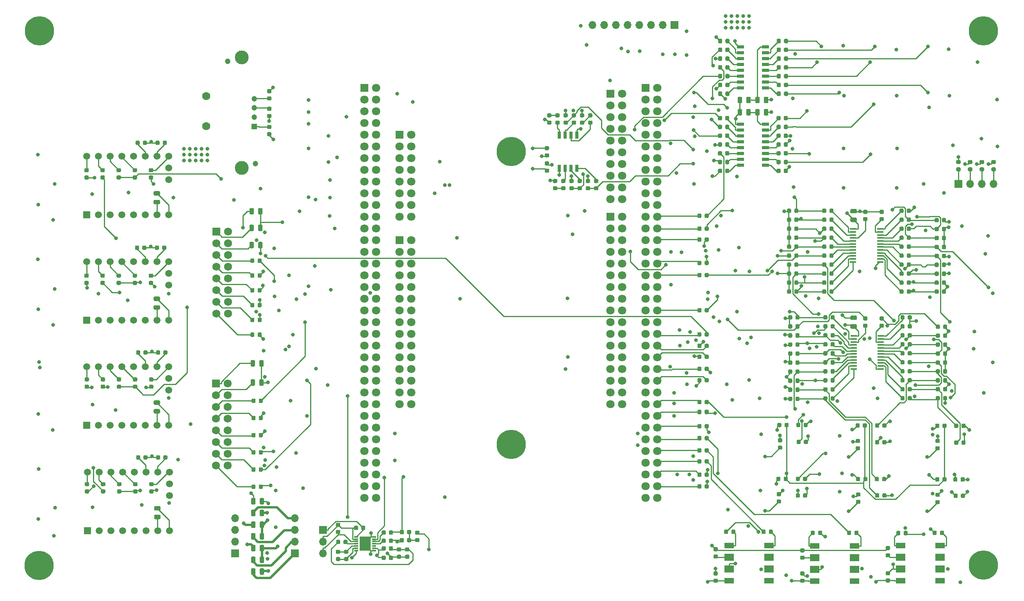
<source format=gbr>
G04 #@! TF.GenerationSoftware,KiCad,Pcbnew,(5.1.6)-1*
G04 #@! TF.CreationDate,2020-06-29T15:16:25-04:00*
G04 #@! TF.ProjectId,Pufferfish-Controller-1,50756666-6572-4666-9973-682d436f6e74,rev?*
G04 #@! TF.SameCoordinates,Original*
G04 #@! TF.FileFunction,Copper,L6,Bot*
G04 #@! TF.FilePolarity,Positive*
%FSLAX46Y46*%
G04 Gerber Fmt 4.6, Leading zero omitted, Abs format (unit mm)*
G04 Created by KiCad (PCBNEW (5.1.6)-1) date 2020-06-29 15:16:25*
%MOMM*%
%LPD*%
G01*
G04 APERTURE LIST*
G04 #@! TA.AperFunction,ComponentPad*
%ADD10C,1.800000*%
G04 #@! TD*
G04 #@! TA.AperFunction,ComponentPad*
%ADD11R,1.800000X1.800000*%
G04 #@! TD*
G04 #@! TA.AperFunction,ComponentPad*
%ADD12R,1.508000X1.508000*%
G04 #@! TD*
G04 #@! TA.AperFunction,ComponentPad*
%ADD13C,1.508000*%
G04 #@! TD*
G04 #@! TA.AperFunction,ComponentPad*
%ADD14C,6.350000*%
G04 #@! TD*
G04 #@! TA.AperFunction,SMDPad,CuDef*
%ADD15R,2.413000X3.099999*%
G04 #@! TD*
G04 #@! TA.AperFunction,SMDPad,CuDef*
%ADD16R,0.850000X0.300000*%
G04 #@! TD*
G04 #@! TA.AperFunction,SMDPad,CuDef*
%ADD17R,1.475000X0.450000*%
G04 #@! TD*
G04 #@! TA.AperFunction,SMDPad,CuDef*
%ADD18R,0.650000X1.650000*%
G04 #@! TD*
G04 #@! TA.AperFunction,SMDPad,CuDef*
%ADD19R,1.525000X0.650000*%
G04 #@! TD*
G04 #@! TA.AperFunction,ComponentPad*
%ADD20C,1.725000*%
G04 #@! TD*
G04 #@! TA.AperFunction,ComponentPad*
%ADD21R,1.725000X1.725000*%
G04 #@! TD*
G04 #@! TA.AperFunction,ComponentPad*
%ADD22R,1.300000X1.300000*%
G04 #@! TD*
G04 #@! TA.AperFunction,ComponentPad*
%ADD23C,1.200000*%
G04 #@! TD*
G04 #@! TA.AperFunction,ComponentPad*
%ADD24C,3.000000*%
G04 #@! TD*
G04 #@! TA.AperFunction,ComponentPad*
%ADD25C,1.778000*%
G04 #@! TD*
G04 #@! TA.AperFunction,ComponentPad*
%ADD26O,1.700000X1.700000*%
G04 #@! TD*
G04 #@! TA.AperFunction,ComponentPad*
%ADD27R,1.700000X1.700000*%
G04 #@! TD*
G04 #@! TA.AperFunction,SMDPad,CuDef*
%ADD28R,2.000000X1.170000*%
G04 #@! TD*
G04 #@! TA.AperFunction,SMDPad,CuDef*
%ADD29R,2.000000X1.520000*%
G04 #@! TD*
G04 #@! TA.AperFunction,ViaPad*
%ADD30C,0.800000*%
G04 #@! TD*
G04 #@! TA.AperFunction,Conductor*
%ADD31C,0.250000*%
G04 #@! TD*
G04 #@! TA.AperFunction,Conductor*
%ADD32C,0.508000*%
G04 #@! TD*
G04 APERTURE END LIST*
D10*
X276708000Y-288209000D03*
X274168000Y-288209000D03*
X276708000Y-285669000D03*
X274168000Y-285669000D03*
X276708000Y-283129000D03*
X274168000Y-283129000D03*
X276708000Y-280589000D03*
X274168000Y-280589000D03*
X276708000Y-278049000D03*
X274168000Y-278049000D03*
X276708000Y-275509000D03*
X274168000Y-275509000D03*
X276708000Y-272969000D03*
X274168000Y-272969000D03*
X276708000Y-270429000D03*
X274168000Y-270429000D03*
X276708000Y-267889000D03*
X274168000Y-267889000D03*
X276708000Y-265349000D03*
X274168000Y-265349000D03*
X276708000Y-262809000D03*
X274168000Y-262809000D03*
X276708000Y-260269000D03*
X274168000Y-260269000D03*
X276708000Y-257729000D03*
X274168000Y-257729000D03*
X276708000Y-255189000D03*
X274168000Y-255189000D03*
X276708000Y-252649000D03*
X274168000Y-252649000D03*
X276708000Y-250109000D03*
X274168000Y-250109000D03*
X276708000Y-247569000D03*
X274168000Y-247569000D03*
X276708000Y-245029000D03*
X274168000Y-245029000D03*
X276708000Y-242489000D03*
X274168000Y-242489000D03*
X276708000Y-239949000D03*
X274168000Y-239949000D03*
X276708000Y-237409000D03*
X274168000Y-237409000D03*
X276708000Y-234869000D03*
X274168000Y-234869000D03*
X276708000Y-232329000D03*
X274168000Y-232329000D03*
X276708000Y-229789000D03*
X274168000Y-229789000D03*
X276708000Y-227249000D03*
X274168000Y-227249000D03*
X276708000Y-224709000D03*
X274168000Y-224709000D03*
X276708000Y-222169000D03*
X274168000Y-222169000D03*
X276708000Y-219629000D03*
X274168000Y-219629000D03*
X276708000Y-217089000D03*
X274168000Y-217089000D03*
X276708000Y-214549000D03*
X274168000Y-214549000D03*
X276708000Y-212009000D03*
X274168000Y-212009000D03*
X276708000Y-209469000D03*
X274168000Y-209469000D03*
X276708000Y-206929000D03*
X274168000Y-206929000D03*
X276708000Y-204389000D03*
X274168000Y-204389000D03*
X276708000Y-201849000D03*
X274168000Y-201849000D03*
X276708000Y-199309000D03*
D11*
X274168000Y-199309000D03*
D10*
X269088000Y-267889000D03*
X266548000Y-267889000D03*
X269088000Y-265349000D03*
X266548000Y-265349000D03*
X269088000Y-262809000D03*
X266548000Y-262809000D03*
X269088000Y-260269000D03*
X266548000Y-260269000D03*
X269088000Y-257729000D03*
X266548000Y-257729000D03*
X269088000Y-255189000D03*
X266548000Y-255189000D03*
X269088000Y-252649000D03*
X266548000Y-252649000D03*
X269088000Y-250109000D03*
X266548000Y-250109000D03*
X269088000Y-247569000D03*
X266548000Y-247569000D03*
X269088000Y-245029000D03*
X266548000Y-245029000D03*
X269088000Y-242489000D03*
X266548000Y-242489000D03*
X269088000Y-239949000D03*
X266548000Y-239949000D03*
X269088000Y-237409000D03*
X266548000Y-237409000D03*
X269088000Y-234869000D03*
X266548000Y-234869000D03*
X269088000Y-232329000D03*
X266548000Y-232329000D03*
X269088000Y-229789000D03*
X266548000Y-229789000D03*
X269088000Y-227249000D03*
D11*
X266548000Y-227249000D03*
D10*
X269088000Y-223439000D03*
X266548000Y-223439000D03*
X269088000Y-220899000D03*
X266548000Y-220899000D03*
X269088000Y-218359000D03*
X266548000Y-218359000D03*
X269088000Y-215819000D03*
X266548000Y-215819000D03*
X269088000Y-213279000D03*
X266548000Y-213279000D03*
X269088000Y-210739000D03*
X266548000Y-210739000D03*
X269088000Y-208199000D03*
X266548000Y-208199000D03*
X269088000Y-205659000D03*
X266548000Y-205659000D03*
X269088000Y-203119000D03*
X266548000Y-203119000D03*
X269088000Y-200579000D03*
D11*
X266548000Y-200579000D03*
D10*
X223368000Y-267889000D03*
X220828000Y-267889000D03*
X223368000Y-265349000D03*
X220828000Y-265349000D03*
X223368000Y-262809000D03*
X220828000Y-262809000D03*
X223368000Y-260269000D03*
X220828000Y-260269000D03*
X223368000Y-257729000D03*
X220828000Y-257729000D03*
X223368000Y-255189000D03*
X220828000Y-255189000D03*
X223368000Y-252649000D03*
X220828000Y-252649000D03*
X223368000Y-250109000D03*
X220828000Y-250109000D03*
X223368000Y-247569000D03*
X220828000Y-247569000D03*
X223368000Y-245029000D03*
X220828000Y-245029000D03*
X223368000Y-242489000D03*
X220828000Y-242489000D03*
X223368000Y-239949000D03*
X220828000Y-239949000D03*
X223368000Y-237409000D03*
X220828000Y-237409000D03*
X223368000Y-234869000D03*
X220828000Y-234869000D03*
X223368000Y-232329000D03*
D11*
X220828000Y-232329000D03*
D10*
X223368000Y-227249000D03*
X220828000Y-227249000D03*
X223368000Y-224709000D03*
X220828000Y-224709000D03*
X223368000Y-222169000D03*
X220828000Y-222169000D03*
X223368000Y-219629000D03*
X220828000Y-219629000D03*
X223368000Y-217089000D03*
X220828000Y-217089000D03*
X223368000Y-214549000D03*
X220828000Y-214549000D03*
X223368000Y-212009000D03*
X220828000Y-212009000D03*
X223368000Y-209469000D03*
D11*
X220828000Y-209469000D03*
D10*
X215748000Y-288209000D03*
X213208000Y-288209000D03*
X215748000Y-285669000D03*
X213208000Y-285669000D03*
X215748000Y-283129000D03*
X213208000Y-283129000D03*
X215748000Y-280589000D03*
X213208000Y-280589000D03*
X215748000Y-278049000D03*
X213208000Y-278049000D03*
X215748000Y-275509000D03*
X213208000Y-275509000D03*
X215748000Y-272969000D03*
X213208000Y-272969000D03*
X215748000Y-270429000D03*
X213208000Y-270429000D03*
X215748000Y-267889000D03*
X213208000Y-267889000D03*
X215748000Y-265349000D03*
X213208000Y-265349000D03*
X215748000Y-262809000D03*
X213208000Y-262809000D03*
X215748000Y-260269000D03*
X213208000Y-260269000D03*
X215748000Y-257729000D03*
X213208000Y-257729000D03*
X215748000Y-255189000D03*
X213208000Y-255189000D03*
X215748000Y-252649000D03*
X213208000Y-252649000D03*
X215748000Y-250109000D03*
X213208000Y-250109000D03*
X215748000Y-247569000D03*
X213208000Y-247569000D03*
X215748000Y-245029000D03*
X213208000Y-245029000D03*
X215748000Y-242489000D03*
X213208000Y-242489000D03*
X215748000Y-239949000D03*
X213208000Y-239949000D03*
X215748000Y-237409000D03*
X213208000Y-237409000D03*
X215748000Y-234869000D03*
X213208000Y-234869000D03*
X215748000Y-232329000D03*
X213208000Y-232329000D03*
X215748000Y-229789000D03*
X213208000Y-229789000D03*
X215748000Y-227249000D03*
X213208000Y-227249000D03*
X215748000Y-224709000D03*
X213208000Y-224709000D03*
X215748000Y-222169000D03*
X213208000Y-222169000D03*
X215748000Y-219629000D03*
X213208000Y-219629000D03*
X215748000Y-217089000D03*
X213208000Y-217089000D03*
X215748000Y-214549000D03*
X213208000Y-214549000D03*
X215748000Y-212009000D03*
X213208000Y-212009000D03*
X215748000Y-209469000D03*
X213208000Y-209469000D03*
X215748000Y-206929000D03*
X213208000Y-206929000D03*
X215748000Y-204389000D03*
X213208000Y-204389000D03*
X215748000Y-201849000D03*
X213208000Y-201849000D03*
X215748000Y-199309000D03*
D11*
X213208000Y-199309000D03*
D12*
X153035000Y-272415000D03*
D13*
X160655000Y-272415000D03*
X170815000Y-272415000D03*
X165735000Y-272415000D03*
X158115000Y-272415000D03*
X155575000Y-272415000D03*
X168275000Y-272415000D03*
X163195000Y-272415000D03*
X160655000Y-259715000D03*
X158115000Y-259715000D03*
X155575000Y-259715000D03*
X168275000Y-259715000D03*
X163195000Y-259715000D03*
X153035000Y-259715000D03*
X165735000Y-259715000D03*
X170815000Y-259715000D03*
X170815000Y-264795000D03*
X170815000Y-262255000D03*
D12*
X153035000Y-226822000D03*
D13*
X160655000Y-226822000D03*
X170815000Y-226822000D03*
X165735000Y-226822000D03*
X158115000Y-226822000D03*
X155575000Y-226822000D03*
X168275000Y-226822000D03*
X163195000Y-226822000D03*
X160655000Y-214122000D03*
X158115000Y-214122000D03*
X155575000Y-214122000D03*
X168275000Y-214122000D03*
X163195000Y-214122000D03*
X153035000Y-214122000D03*
X165735000Y-214122000D03*
X170815000Y-214122000D03*
X170815000Y-219202000D03*
X170815000Y-216662000D03*
D12*
X153035000Y-249682000D03*
D13*
X160655000Y-249682000D03*
X170815000Y-249682000D03*
X165735000Y-249682000D03*
X158115000Y-249682000D03*
X155575000Y-249682000D03*
X168275000Y-249682000D03*
X163195000Y-249682000D03*
X160655000Y-236982000D03*
X158115000Y-236982000D03*
X155575000Y-236982000D03*
X168275000Y-236982000D03*
X163195000Y-236982000D03*
X153035000Y-236982000D03*
X165735000Y-236982000D03*
X170815000Y-236982000D03*
X170815000Y-242062000D03*
X170815000Y-239522000D03*
D12*
X153162000Y-295275000D03*
D13*
X160782000Y-295275000D03*
X170942000Y-295275000D03*
X165862000Y-295275000D03*
X158242000Y-295275000D03*
X155702000Y-295275000D03*
X168402000Y-295275000D03*
X163322000Y-295275000D03*
X160782000Y-282575000D03*
X158242000Y-282575000D03*
X155702000Y-282575000D03*
X168402000Y-282575000D03*
X163322000Y-282575000D03*
X153162000Y-282575000D03*
X165862000Y-282575000D03*
X170942000Y-282575000D03*
X170942000Y-287655000D03*
X170942000Y-285115000D03*
D14*
X245046000Y-276555000D03*
G04 #@! TA.AperFunction,SMDPad,CuDef*
G36*
G01*
X167812000Y-234190250D02*
X167812000Y-233677750D01*
G75*
G02*
X168030750Y-233459000I218750J0D01*
G01*
X168468250Y-233459000D01*
G75*
G02*
X168687000Y-233677750I0J-218750D01*
G01*
X168687000Y-234190250D01*
G75*
G02*
X168468250Y-234409000I-218750J0D01*
G01*
X168030750Y-234409000D01*
G75*
G02*
X167812000Y-234190250I0J218750D01*
G01*
G37*
G04 #@! TD.AperFunction*
G04 #@! TA.AperFunction,SMDPad,CuDef*
G36*
G01*
X169387000Y-234190250D02*
X169387000Y-233677750D01*
G75*
G02*
X169605750Y-233459000I218750J0D01*
G01*
X170043250Y-233459000D01*
G75*
G02*
X170262000Y-233677750I0J-218750D01*
G01*
X170262000Y-234190250D01*
G75*
G02*
X170043250Y-234409000I-218750J0D01*
G01*
X169605750Y-234409000D01*
G75*
G02*
X169387000Y-234190250I0J218750D01*
G01*
G37*
G04 #@! TD.AperFunction*
G04 #@! TA.AperFunction,SMDPad,CuDef*
G36*
G01*
X169514000Y-211457250D02*
X169514000Y-210944750D01*
G75*
G02*
X169732750Y-210726000I218750J0D01*
G01*
X170170250Y-210726000D01*
G75*
G02*
X170389000Y-210944750I0J-218750D01*
G01*
X170389000Y-211457250D01*
G75*
G02*
X170170250Y-211676000I-218750J0D01*
G01*
X169732750Y-211676000D01*
G75*
G02*
X169514000Y-211457250I0J218750D01*
G01*
G37*
G04 #@! TD.AperFunction*
G04 #@! TA.AperFunction,SMDPad,CuDef*
G36*
G01*
X167939000Y-211457250D02*
X167939000Y-210944750D01*
G75*
G02*
X168157750Y-210726000I218750J0D01*
G01*
X168595250Y-210726000D01*
G75*
G02*
X168814000Y-210944750I0J-218750D01*
G01*
X168814000Y-211457250D01*
G75*
G02*
X168595250Y-211676000I-218750J0D01*
G01*
X168157750Y-211676000D01*
G75*
G02*
X167939000Y-211457250I0J218750D01*
G01*
G37*
G04 #@! TD.AperFunction*
G04 #@! TA.AperFunction,SMDPad,CuDef*
G36*
G01*
X164496000Y-210944750D02*
X164496000Y-211457250D01*
G75*
G02*
X164277250Y-211676000I-218750J0D01*
G01*
X163839750Y-211676000D01*
G75*
G02*
X163621000Y-211457250I0J218750D01*
G01*
X163621000Y-210944750D01*
G75*
G02*
X163839750Y-210726000I218750J0D01*
G01*
X164277250Y-210726000D01*
G75*
G02*
X164496000Y-210944750I0J-218750D01*
G01*
G37*
G04 #@! TD.AperFunction*
G04 #@! TA.AperFunction,SMDPad,CuDef*
G36*
G01*
X166071000Y-210944750D02*
X166071000Y-211457250D01*
G75*
G02*
X165852250Y-211676000I-218750J0D01*
G01*
X165414750Y-211676000D01*
G75*
G02*
X165196000Y-211457250I0J218750D01*
G01*
X165196000Y-210944750D01*
G75*
G02*
X165414750Y-210726000I218750J0D01*
G01*
X165852250Y-210726000D01*
G75*
G02*
X166071000Y-210944750I0J-218750D01*
G01*
G37*
G04 #@! TD.AperFunction*
G04 #@! TA.AperFunction,SMDPad,CuDef*
G36*
G01*
X164369000Y-233677750D02*
X164369000Y-234190250D01*
G75*
G02*
X164150250Y-234409000I-218750J0D01*
G01*
X163712750Y-234409000D01*
G75*
G02*
X163494000Y-234190250I0J218750D01*
G01*
X163494000Y-233677750D01*
G75*
G02*
X163712750Y-233459000I218750J0D01*
G01*
X164150250Y-233459000D01*
G75*
G02*
X164369000Y-233677750I0J-218750D01*
G01*
G37*
G04 #@! TD.AperFunction*
G04 #@! TA.AperFunction,SMDPad,CuDef*
G36*
G01*
X165944000Y-233677750D02*
X165944000Y-234190250D01*
G75*
G02*
X165725250Y-234409000I-218750J0D01*
G01*
X165287750Y-234409000D01*
G75*
G02*
X165069000Y-234190250I0J218750D01*
G01*
X165069000Y-233677750D01*
G75*
G02*
X165287750Y-233459000I218750J0D01*
G01*
X165725250Y-233459000D01*
G75*
G02*
X165944000Y-233677750I0J-218750D01*
G01*
G37*
G04 #@! TD.AperFunction*
G04 #@! TA.AperFunction,SMDPad,CuDef*
G36*
G01*
X169641000Y-256923250D02*
X169641000Y-256410750D01*
G75*
G02*
X169859750Y-256192000I218750J0D01*
G01*
X170297250Y-256192000D01*
G75*
G02*
X170516000Y-256410750I0J-218750D01*
G01*
X170516000Y-256923250D01*
G75*
G02*
X170297250Y-257142000I-218750J0D01*
G01*
X169859750Y-257142000D01*
G75*
G02*
X169641000Y-256923250I0J218750D01*
G01*
G37*
G04 #@! TD.AperFunction*
G04 #@! TA.AperFunction,SMDPad,CuDef*
G36*
G01*
X168066000Y-256923250D02*
X168066000Y-256410750D01*
G75*
G02*
X168284750Y-256192000I218750J0D01*
G01*
X168722250Y-256192000D01*
G75*
G02*
X168941000Y-256410750I0J-218750D01*
G01*
X168941000Y-256923250D01*
G75*
G02*
X168722250Y-257142000I-218750J0D01*
G01*
X168284750Y-257142000D01*
G75*
G02*
X168066000Y-256923250I0J218750D01*
G01*
G37*
G04 #@! TD.AperFunction*
G04 #@! TA.AperFunction,SMDPad,CuDef*
G36*
G01*
X164623000Y-256410750D02*
X164623000Y-256923250D01*
G75*
G02*
X164404250Y-257142000I-218750J0D01*
G01*
X163966750Y-257142000D01*
G75*
G02*
X163748000Y-256923250I0J218750D01*
G01*
X163748000Y-256410750D01*
G75*
G02*
X163966750Y-256192000I218750J0D01*
G01*
X164404250Y-256192000D01*
G75*
G02*
X164623000Y-256410750I0J-218750D01*
G01*
G37*
G04 #@! TD.AperFunction*
G04 #@! TA.AperFunction,SMDPad,CuDef*
G36*
G01*
X166198000Y-256410750D02*
X166198000Y-256923250D01*
G75*
G02*
X165979250Y-257142000I-218750J0D01*
G01*
X165541750Y-257142000D01*
G75*
G02*
X165323000Y-256923250I0J218750D01*
G01*
X165323000Y-256410750D01*
G75*
G02*
X165541750Y-256192000I218750J0D01*
G01*
X165979250Y-256192000D01*
G75*
G02*
X166198000Y-256410750I0J-218750D01*
G01*
G37*
G04 #@! TD.AperFunction*
G04 #@! TA.AperFunction,SMDPad,CuDef*
G36*
G01*
X169641000Y-279656250D02*
X169641000Y-279143750D01*
G75*
G02*
X169859750Y-278925000I218750J0D01*
G01*
X170297250Y-278925000D01*
G75*
G02*
X170516000Y-279143750I0J-218750D01*
G01*
X170516000Y-279656250D01*
G75*
G02*
X170297250Y-279875000I-218750J0D01*
G01*
X169859750Y-279875000D01*
G75*
G02*
X169641000Y-279656250I0J218750D01*
G01*
G37*
G04 #@! TD.AperFunction*
G04 #@! TA.AperFunction,SMDPad,CuDef*
G36*
G01*
X168066000Y-279656250D02*
X168066000Y-279143750D01*
G75*
G02*
X168284750Y-278925000I218750J0D01*
G01*
X168722250Y-278925000D01*
G75*
G02*
X168941000Y-279143750I0J-218750D01*
G01*
X168941000Y-279656250D01*
G75*
G02*
X168722250Y-279875000I-218750J0D01*
G01*
X168284750Y-279875000D01*
G75*
G02*
X168066000Y-279656250I0J218750D01*
G01*
G37*
G04 #@! TD.AperFunction*
G04 #@! TA.AperFunction,SMDPad,CuDef*
G36*
G01*
X164623000Y-279143750D02*
X164623000Y-279656250D01*
G75*
G02*
X164404250Y-279875000I-218750J0D01*
G01*
X163966750Y-279875000D01*
G75*
G02*
X163748000Y-279656250I0J218750D01*
G01*
X163748000Y-279143750D01*
G75*
G02*
X163966750Y-278925000I218750J0D01*
G01*
X164404250Y-278925000D01*
G75*
G02*
X164623000Y-279143750I0J-218750D01*
G01*
G37*
G04 #@! TD.AperFunction*
G04 #@! TA.AperFunction,SMDPad,CuDef*
G36*
G01*
X166198000Y-279143750D02*
X166198000Y-279656250D01*
G75*
G02*
X165979250Y-279875000I-218750J0D01*
G01*
X165541750Y-279875000D01*
G75*
G02*
X165323000Y-279656250I0J218750D01*
G01*
X165323000Y-279143750D01*
G75*
G02*
X165541750Y-278925000I218750J0D01*
G01*
X165979250Y-278925000D01*
G75*
G02*
X166198000Y-279143750I0J-218750D01*
G01*
G37*
G04 #@! TD.AperFunction*
D15*
X213360000Y-298120000D03*
D16*
X211410000Y-296620000D03*
X211410000Y-297120000D03*
X211410000Y-297620000D03*
X211410000Y-298120000D03*
X211410000Y-298620000D03*
X211410000Y-299120000D03*
X211410000Y-299620000D03*
X215310000Y-299620000D03*
X215310000Y-299120000D03*
X215310000Y-298620000D03*
X215310000Y-298120000D03*
X215310000Y-297620000D03*
X215310000Y-297120000D03*
X215310000Y-296620000D03*
D14*
X142748000Y-186944000D03*
X142684000Y-302832000D03*
X347408000Y-186944000D03*
X245008000Y-213106000D03*
X347408000Y-302768000D03*
D17*
X325150000Y-253067000D03*
X325150000Y-253717000D03*
X325150000Y-254367000D03*
X325150000Y-255017000D03*
X325150000Y-255667000D03*
X325150000Y-256317000D03*
X325150000Y-256967000D03*
X325150000Y-257617000D03*
X325150000Y-258267000D03*
X325150000Y-258917000D03*
X325150000Y-259567000D03*
X325150000Y-260217000D03*
X319274000Y-260217000D03*
X319274000Y-259567000D03*
X319274000Y-258917000D03*
X319274000Y-258267000D03*
X319274000Y-257617000D03*
X319274000Y-256967000D03*
X319274000Y-256317000D03*
X319274000Y-255667000D03*
X319274000Y-255017000D03*
X319274000Y-254367000D03*
X319274000Y-253717000D03*
X319274000Y-253067000D03*
X325023000Y-229876000D03*
X325023000Y-230526000D03*
X325023000Y-231176000D03*
X325023000Y-231826000D03*
X325023000Y-232476000D03*
X325023000Y-233126000D03*
X325023000Y-233776000D03*
X325023000Y-234426000D03*
X325023000Y-235076000D03*
X325023000Y-235726000D03*
X325023000Y-236376000D03*
X325023000Y-237026000D03*
X319147000Y-237026000D03*
X319147000Y-236376000D03*
X319147000Y-235726000D03*
X319147000Y-235076000D03*
X319147000Y-234426000D03*
X319147000Y-233776000D03*
X319147000Y-233126000D03*
X319147000Y-232476000D03*
X319147000Y-231826000D03*
X319147000Y-231176000D03*
X319147000Y-230526000D03*
X319147000Y-229876000D03*
D18*
X255448000Y-216744000D03*
X256718000Y-216744000D03*
X257988000Y-216744000D03*
X259258000Y-216744000D03*
X259258000Y-209544000D03*
X257988000Y-209544000D03*
X256718000Y-209544000D03*
X255448000Y-209544000D03*
D19*
X294773000Y-199291000D03*
X294773000Y-198021000D03*
X294773000Y-196751000D03*
X294773000Y-195481000D03*
X294773000Y-194211000D03*
X294773000Y-192941000D03*
X294773000Y-191671000D03*
X294773000Y-190401000D03*
X300197000Y-190401000D03*
X300197000Y-191671000D03*
X300197000Y-192941000D03*
X300197000Y-194211000D03*
X300197000Y-195481000D03*
X300197000Y-196751000D03*
X300197000Y-198021000D03*
X300197000Y-199291000D03*
X300161000Y-216009000D03*
X300161000Y-214739000D03*
X300161000Y-213469000D03*
X300161000Y-212199000D03*
X300161000Y-210929000D03*
X300161000Y-209659000D03*
X300161000Y-208389000D03*
X300161000Y-207119000D03*
X294737000Y-207119000D03*
X294737000Y-208389000D03*
X294737000Y-209659000D03*
X294737000Y-210929000D03*
X294737000Y-212199000D03*
X294737000Y-213469000D03*
X294737000Y-214739000D03*
X294737000Y-216009000D03*
D20*
X183566000Y-281163000D03*
X181026000Y-281163000D03*
X183566000Y-278623000D03*
X181026000Y-278623000D03*
X183566000Y-276083000D03*
X181026000Y-276083000D03*
X183566000Y-273543000D03*
X181026000Y-273543000D03*
X183566000Y-271003000D03*
X181026000Y-271003000D03*
X183566000Y-268463000D03*
X181026000Y-268463000D03*
X183566000Y-265923000D03*
X181026000Y-265923000D03*
X183566000Y-263383000D03*
D21*
X181026000Y-263383000D03*
D20*
X183667000Y-248196000D03*
X181127000Y-248196000D03*
X183667000Y-245656000D03*
X181127000Y-245656000D03*
X183667000Y-243116000D03*
X181127000Y-243116000D03*
X183667000Y-240576000D03*
X181127000Y-240576000D03*
X183667000Y-238036000D03*
X181127000Y-238036000D03*
X183667000Y-235496000D03*
X181127000Y-235496000D03*
X183667000Y-232956000D03*
X181127000Y-232956000D03*
X183667000Y-230416000D03*
D21*
X181127000Y-230416000D03*
D22*
X189370000Y-207645000D03*
D23*
X189370000Y-205645000D03*
X189370000Y-203645000D03*
X189370000Y-201645000D03*
X183620000Y-193545000D03*
X189620000Y-215745000D03*
D24*
X186620000Y-192645000D03*
X186620000Y-216645000D03*
D25*
X178892000Y-207555000D03*
X178892000Y-201055000D03*
G04 #@! TA.AperFunction,SMDPad,CuDef*
G36*
G01*
X349874250Y-215804000D02*
X349361750Y-215804000D01*
G75*
G02*
X349143000Y-215585250I0J218750D01*
G01*
X349143000Y-215147750D01*
G75*
G02*
X349361750Y-214929000I218750J0D01*
G01*
X349874250Y-214929000D01*
G75*
G02*
X350093000Y-215147750I0J-218750D01*
G01*
X350093000Y-215585250D01*
G75*
G02*
X349874250Y-215804000I-218750J0D01*
G01*
G37*
G04 #@! TD.AperFunction*
G04 #@! TA.AperFunction,SMDPad,CuDef*
G36*
G01*
X349874250Y-217379000D02*
X349361750Y-217379000D01*
G75*
G02*
X349143000Y-217160250I0J218750D01*
G01*
X349143000Y-216722750D01*
G75*
G02*
X349361750Y-216504000I218750J0D01*
G01*
X349874250Y-216504000D01*
G75*
G02*
X350093000Y-216722750I0J-218750D01*
G01*
X350093000Y-217160250D01*
G75*
G02*
X349874250Y-217379000I-218750J0D01*
G01*
G37*
G04 #@! TD.AperFunction*
G04 #@! TA.AperFunction,SMDPad,CuDef*
G36*
G01*
X347334250Y-215804000D02*
X346821750Y-215804000D01*
G75*
G02*
X346603000Y-215585250I0J218750D01*
G01*
X346603000Y-215147750D01*
G75*
G02*
X346821750Y-214929000I218750J0D01*
G01*
X347334250Y-214929000D01*
G75*
G02*
X347553000Y-215147750I0J-218750D01*
G01*
X347553000Y-215585250D01*
G75*
G02*
X347334250Y-215804000I-218750J0D01*
G01*
G37*
G04 #@! TD.AperFunction*
G04 #@! TA.AperFunction,SMDPad,CuDef*
G36*
G01*
X347334250Y-217379000D02*
X346821750Y-217379000D01*
G75*
G02*
X346603000Y-217160250I0J218750D01*
G01*
X346603000Y-216722750D01*
G75*
G02*
X346821750Y-216504000I218750J0D01*
G01*
X347334250Y-216504000D01*
G75*
G02*
X347553000Y-216722750I0J-218750D01*
G01*
X347553000Y-217160250D01*
G75*
G02*
X347334250Y-217379000I-218750J0D01*
G01*
G37*
G04 #@! TD.AperFunction*
G04 #@! TA.AperFunction,SMDPad,CuDef*
G36*
G01*
X344794250Y-215804000D02*
X344281750Y-215804000D01*
G75*
G02*
X344063000Y-215585250I0J218750D01*
G01*
X344063000Y-215147750D01*
G75*
G02*
X344281750Y-214929000I218750J0D01*
G01*
X344794250Y-214929000D01*
G75*
G02*
X345013000Y-215147750I0J-218750D01*
G01*
X345013000Y-215585250D01*
G75*
G02*
X344794250Y-215804000I-218750J0D01*
G01*
G37*
G04 #@! TD.AperFunction*
G04 #@! TA.AperFunction,SMDPad,CuDef*
G36*
G01*
X344794250Y-217379000D02*
X344281750Y-217379000D01*
G75*
G02*
X344063000Y-217160250I0J218750D01*
G01*
X344063000Y-216722750D01*
G75*
G02*
X344281750Y-216504000I218750J0D01*
G01*
X344794250Y-216504000D01*
G75*
G02*
X345013000Y-216722750I0J-218750D01*
G01*
X345013000Y-217160250D01*
G75*
G02*
X344794250Y-217379000I-218750J0D01*
G01*
G37*
G04 #@! TD.AperFunction*
G04 #@! TA.AperFunction,SMDPad,CuDef*
G36*
G01*
X342254250Y-215804000D02*
X341741750Y-215804000D01*
G75*
G02*
X341523000Y-215585250I0J218750D01*
G01*
X341523000Y-215147750D01*
G75*
G02*
X341741750Y-214929000I218750J0D01*
G01*
X342254250Y-214929000D01*
G75*
G02*
X342473000Y-215147750I0J-218750D01*
G01*
X342473000Y-215585250D01*
G75*
G02*
X342254250Y-215804000I-218750J0D01*
G01*
G37*
G04 #@! TD.AperFunction*
G04 #@! TA.AperFunction,SMDPad,CuDef*
G36*
G01*
X342254250Y-217379000D02*
X341741750Y-217379000D01*
G75*
G02*
X341523000Y-217160250I0J218750D01*
G01*
X341523000Y-216722750D01*
G75*
G02*
X341741750Y-216504000I218750J0D01*
G01*
X342254250Y-216504000D01*
G75*
G02*
X342473000Y-216722750I0J-218750D01*
G01*
X342473000Y-217160250D01*
G75*
G02*
X342254250Y-217379000I-218750J0D01*
G01*
G37*
G04 #@! TD.AperFunction*
G04 #@! TA.AperFunction,SMDPad,CuDef*
G36*
G01*
X286289000Y-252473750D02*
X286289000Y-252986250D01*
G75*
G02*
X286070250Y-253205000I-218750J0D01*
G01*
X285632750Y-253205000D01*
G75*
G02*
X285414000Y-252986250I0J218750D01*
G01*
X285414000Y-252473750D01*
G75*
G02*
X285632750Y-252255000I218750J0D01*
G01*
X286070250Y-252255000D01*
G75*
G02*
X286289000Y-252473750I0J-218750D01*
G01*
G37*
G04 #@! TD.AperFunction*
G04 #@! TA.AperFunction,SMDPad,CuDef*
G36*
G01*
X287864000Y-252473750D02*
X287864000Y-252986250D01*
G75*
G02*
X287645250Y-253205000I-218750J0D01*
G01*
X287207750Y-253205000D01*
G75*
G02*
X286989000Y-252986250I0J218750D01*
G01*
X286989000Y-252473750D01*
G75*
G02*
X287207750Y-252255000I218750J0D01*
G01*
X287645250Y-252255000D01*
G75*
G02*
X287864000Y-252473750I0J-218750D01*
G01*
G37*
G04 #@! TD.AperFunction*
G04 #@! TA.AperFunction,SMDPad,CuDef*
G36*
G01*
X286289000Y-247241750D02*
X286289000Y-247754250D01*
G75*
G02*
X286070250Y-247973000I-218750J0D01*
G01*
X285632750Y-247973000D01*
G75*
G02*
X285414000Y-247754250I0J218750D01*
G01*
X285414000Y-247241750D01*
G75*
G02*
X285632750Y-247023000I218750J0D01*
G01*
X286070250Y-247023000D01*
G75*
G02*
X286289000Y-247241750I0J-218750D01*
G01*
G37*
G04 #@! TD.AperFunction*
G04 #@! TA.AperFunction,SMDPad,CuDef*
G36*
G01*
X287864000Y-247241750D02*
X287864000Y-247754250D01*
G75*
G02*
X287645250Y-247973000I-218750J0D01*
G01*
X287207750Y-247973000D01*
G75*
G02*
X286989000Y-247754250I0J218750D01*
G01*
X286989000Y-247241750D01*
G75*
G02*
X287207750Y-247023000I218750J0D01*
G01*
X287645250Y-247023000D01*
G75*
G02*
X287864000Y-247241750I0J-218750D01*
G01*
G37*
G04 #@! TD.AperFunction*
G04 #@! TA.AperFunction,SMDPad,CuDef*
G36*
G01*
X286289000Y-239621750D02*
X286289000Y-240134250D01*
G75*
G02*
X286070250Y-240353000I-218750J0D01*
G01*
X285632750Y-240353000D01*
G75*
G02*
X285414000Y-240134250I0J218750D01*
G01*
X285414000Y-239621750D01*
G75*
G02*
X285632750Y-239403000I218750J0D01*
G01*
X286070250Y-239403000D01*
G75*
G02*
X286289000Y-239621750I0J-218750D01*
G01*
G37*
G04 #@! TD.AperFunction*
G04 #@! TA.AperFunction,SMDPad,CuDef*
G36*
G01*
X287864000Y-239621750D02*
X287864000Y-240134250D01*
G75*
G02*
X287645250Y-240353000I-218750J0D01*
G01*
X287207750Y-240353000D01*
G75*
G02*
X286989000Y-240134250I0J218750D01*
G01*
X286989000Y-239621750D01*
G75*
G02*
X287207750Y-239403000I218750J0D01*
G01*
X287645250Y-239403000D01*
G75*
G02*
X287864000Y-239621750I0J-218750D01*
G01*
G37*
G04 #@! TD.AperFunction*
G04 #@! TA.AperFunction,SMDPad,CuDef*
G36*
G01*
X286989000Y-232412250D02*
X286989000Y-231899750D01*
G75*
G02*
X287207750Y-231681000I218750J0D01*
G01*
X287645250Y-231681000D01*
G75*
G02*
X287864000Y-231899750I0J-218750D01*
G01*
X287864000Y-232412250D01*
G75*
G02*
X287645250Y-232631000I-218750J0D01*
G01*
X287207750Y-232631000D01*
G75*
G02*
X286989000Y-232412250I0J218750D01*
G01*
G37*
G04 #@! TD.AperFunction*
G04 #@! TA.AperFunction,SMDPad,CuDef*
G36*
G01*
X285414000Y-232412250D02*
X285414000Y-231899750D01*
G75*
G02*
X285632750Y-231681000I218750J0D01*
G01*
X286070250Y-231681000D01*
G75*
G02*
X286289000Y-231899750I0J-218750D01*
G01*
X286289000Y-232412250D01*
G75*
G02*
X286070250Y-232631000I-218750J0D01*
G01*
X285632750Y-232631000D01*
G75*
G02*
X285414000Y-232412250I0J218750D01*
G01*
G37*
G04 #@! TD.AperFunction*
D26*
X349631500Y-220091500D03*
X347091500Y-220091500D03*
D27*
X342011500Y-220091500D03*
D26*
X344551500Y-220091500D03*
G04 #@! TA.AperFunction,SMDPad,CuDef*
G36*
G01*
X307549000Y-252713750D02*
X307549000Y-253226250D01*
G75*
G02*
X307330250Y-253445000I-218750J0D01*
G01*
X306892750Y-253445000D01*
G75*
G02*
X306674000Y-253226250I0J218750D01*
G01*
X306674000Y-252713750D01*
G75*
G02*
X306892750Y-252495000I218750J0D01*
G01*
X307330250Y-252495000D01*
G75*
G02*
X307549000Y-252713750I0J-218750D01*
G01*
G37*
G04 #@! TD.AperFunction*
G04 #@! TA.AperFunction,SMDPad,CuDef*
G36*
G01*
X305974000Y-252713750D02*
X305974000Y-253226250D01*
G75*
G02*
X305755250Y-253445000I-218750J0D01*
G01*
X305317750Y-253445000D01*
G75*
G02*
X305099000Y-253226250I0J218750D01*
G01*
X305099000Y-252713750D01*
G75*
G02*
X305317750Y-252495000I218750J0D01*
G01*
X305755250Y-252495000D01*
G75*
G02*
X305974000Y-252713750I0J-218750D01*
G01*
G37*
G04 #@! TD.AperFunction*
G04 #@! TA.AperFunction,SMDPad,CuDef*
G36*
G01*
X306674000Y-255187250D02*
X306674000Y-254674750D01*
G75*
G02*
X306892750Y-254456000I218750J0D01*
G01*
X307330250Y-254456000D01*
G75*
G02*
X307549000Y-254674750I0J-218750D01*
G01*
X307549000Y-255187250D01*
G75*
G02*
X307330250Y-255406000I-218750J0D01*
G01*
X306892750Y-255406000D01*
G75*
G02*
X306674000Y-255187250I0J218750D01*
G01*
G37*
G04 #@! TD.AperFunction*
G04 #@! TA.AperFunction,SMDPad,CuDef*
G36*
G01*
X305099000Y-255187250D02*
X305099000Y-254674750D01*
G75*
G02*
X305317750Y-254456000I218750J0D01*
G01*
X305755250Y-254456000D01*
G75*
G02*
X305974000Y-254674750I0J-218750D01*
G01*
X305974000Y-255187250D01*
G75*
G02*
X305755250Y-255406000I-218750J0D01*
G01*
X305317750Y-255406000D01*
G75*
G02*
X305099000Y-255187250I0J218750D01*
G01*
G37*
G04 #@! TD.AperFunction*
G04 #@! TA.AperFunction,SMDPad,CuDef*
G36*
G01*
X307549000Y-256636750D02*
X307549000Y-257149250D01*
G75*
G02*
X307330250Y-257368000I-218750J0D01*
G01*
X306892750Y-257368000D01*
G75*
G02*
X306674000Y-257149250I0J218750D01*
G01*
X306674000Y-256636750D01*
G75*
G02*
X306892750Y-256418000I218750J0D01*
G01*
X307330250Y-256418000D01*
G75*
G02*
X307549000Y-256636750I0J-218750D01*
G01*
G37*
G04 #@! TD.AperFunction*
G04 #@! TA.AperFunction,SMDPad,CuDef*
G36*
G01*
X305974000Y-256636750D02*
X305974000Y-257149250D01*
G75*
G02*
X305755250Y-257368000I-218750J0D01*
G01*
X305317750Y-257368000D01*
G75*
G02*
X305099000Y-257149250I0J218750D01*
G01*
X305099000Y-256636750D01*
G75*
G02*
X305317750Y-256418000I218750J0D01*
G01*
X305755250Y-256418000D01*
G75*
G02*
X305974000Y-256636750I0J-218750D01*
G01*
G37*
G04 #@! TD.AperFunction*
G04 #@! TA.AperFunction,SMDPad,CuDef*
G36*
G01*
X306674000Y-259110250D02*
X306674000Y-258597750D01*
G75*
G02*
X306892750Y-258379000I218750J0D01*
G01*
X307330250Y-258379000D01*
G75*
G02*
X307549000Y-258597750I0J-218750D01*
G01*
X307549000Y-259110250D01*
G75*
G02*
X307330250Y-259329000I-218750J0D01*
G01*
X306892750Y-259329000D01*
G75*
G02*
X306674000Y-259110250I0J218750D01*
G01*
G37*
G04 #@! TD.AperFunction*
G04 #@! TA.AperFunction,SMDPad,CuDef*
G36*
G01*
X305099000Y-259110250D02*
X305099000Y-258597750D01*
G75*
G02*
X305317750Y-258379000I218750J0D01*
G01*
X305755250Y-258379000D01*
G75*
G02*
X305974000Y-258597750I0J-218750D01*
G01*
X305974000Y-259110250D01*
G75*
G02*
X305755250Y-259329000I-218750J0D01*
G01*
X305317750Y-259329000D01*
G75*
G02*
X305099000Y-259110250I0J218750D01*
G01*
G37*
G04 #@! TD.AperFunction*
G04 #@! TA.AperFunction,SMDPad,CuDef*
G36*
G01*
X305974000Y-260559750D02*
X305974000Y-261072250D01*
G75*
G02*
X305755250Y-261291000I-218750J0D01*
G01*
X305317750Y-261291000D01*
G75*
G02*
X305099000Y-261072250I0J218750D01*
G01*
X305099000Y-260559750D01*
G75*
G02*
X305317750Y-260341000I218750J0D01*
G01*
X305755250Y-260341000D01*
G75*
G02*
X305974000Y-260559750I0J-218750D01*
G01*
G37*
G04 #@! TD.AperFunction*
G04 #@! TA.AperFunction,SMDPad,CuDef*
G36*
G01*
X307549000Y-260559750D02*
X307549000Y-261072250D01*
G75*
G02*
X307330250Y-261291000I-218750J0D01*
G01*
X306892750Y-261291000D01*
G75*
G02*
X306674000Y-261072250I0J218750D01*
G01*
X306674000Y-260559750D01*
G75*
G02*
X306892750Y-260341000I218750J0D01*
G01*
X307330250Y-260341000D01*
G75*
G02*
X307549000Y-260559750I0J-218750D01*
G01*
G37*
G04 #@! TD.AperFunction*
G04 #@! TA.AperFunction,SMDPad,CuDef*
G36*
G01*
X306674000Y-263033250D02*
X306674000Y-262520750D01*
G75*
G02*
X306892750Y-262302000I218750J0D01*
G01*
X307330250Y-262302000D01*
G75*
G02*
X307549000Y-262520750I0J-218750D01*
G01*
X307549000Y-263033250D01*
G75*
G02*
X307330250Y-263252000I-218750J0D01*
G01*
X306892750Y-263252000D01*
G75*
G02*
X306674000Y-263033250I0J218750D01*
G01*
G37*
G04 #@! TD.AperFunction*
G04 #@! TA.AperFunction,SMDPad,CuDef*
G36*
G01*
X305099000Y-263033250D02*
X305099000Y-262520750D01*
G75*
G02*
X305317750Y-262302000I218750J0D01*
G01*
X305755250Y-262302000D01*
G75*
G02*
X305974000Y-262520750I0J-218750D01*
G01*
X305974000Y-263033250D01*
G75*
G02*
X305755250Y-263252000I-218750J0D01*
G01*
X305317750Y-263252000D01*
G75*
G02*
X305099000Y-263033250I0J218750D01*
G01*
G37*
G04 #@! TD.AperFunction*
G04 #@! TA.AperFunction,SMDPad,CuDef*
G36*
G01*
X305974000Y-264482750D02*
X305974000Y-264995250D01*
G75*
G02*
X305755250Y-265214000I-218750J0D01*
G01*
X305317750Y-265214000D01*
G75*
G02*
X305099000Y-264995250I0J218750D01*
G01*
X305099000Y-264482750D01*
G75*
G02*
X305317750Y-264264000I218750J0D01*
G01*
X305755250Y-264264000D01*
G75*
G02*
X305974000Y-264482750I0J-218750D01*
G01*
G37*
G04 #@! TD.AperFunction*
G04 #@! TA.AperFunction,SMDPad,CuDef*
G36*
G01*
X307549000Y-264482750D02*
X307549000Y-264995250D01*
G75*
G02*
X307330250Y-265214000I-218750J0D01*
G01*
X306892750Y-265214000D01*
G75*
G02*
X306674000Y-264995250I0J218750D01*
G01*
X306674000Y-264482750D01*
G75*
G02*
X306892750Y-264264000I218750J0D01*
G01*
X307330250Y-264264000D01*
G75*
G02*
X307549000Y-264482750I0J-218750D01*
G01*
G37*
G04 #@! TD.AperFunction*
G04 #@! TA.AperFunction,SMDPad,CuDef*
G36*
G01*
X306674000Y-266956250D02*
X306674000Y-266443750D01*
G75*
G02*
X306892750Y-266225000I218750J0D01*
G01*
X307330250Y-266225000D01*
G75*
G02*
X307549000Y-266443750I0J-218750D01*
G01*
X307549000Y-266956250D01*
G75*
G02*
X307330250Y-267175000I-218750J0D01*
G01*
X306892750Y-267175000D01*
G75*
G02*
X306674000Y-266956250I0J218750D01*
G01*
G37*
G04 #@! TD.AperFunction*
G04 #@! TA.AperFunction,SMDPad,CuDef*
G36*
G01*
X305099000Y-266956250D02*
X305099000Y-266443750D01*
G75*
G02*
X305317750Y-266225000I218750J0D01*
G01*
X305755250Y-266225000D01*
G75*
G02*
X305974000Y-266443750I0J-218750D01*
G01*
X305974000Y-266956250D01*
G75*
G02*
X305755250Y-267175000I-218750J0D01*
G01*
X305317750Y-267175000D01*
G75*
G02*
X305099000Y-266956250I0J218750D01*
G01*
G37*
G04 #@! TD.AperFunction*
G04 #@! TA.AperFunction,SMDPad,CuDef*
G36*
G01*
X338678000Y-266829250D02*
X338678000Y-266316750D01*
G75*
G02*
X338896750Y-266098000I218750J0D01*
G01*
X339334250Y-266098000D01*
G75*
G02*
X339553000Y-266316750I0J-218750D01*
G01*
X339553000Y-266829250D01*
G75*
G02*
X339334250Y-267048000I-218750J0D01*
G01*
X338896750Y-267048000D01*
G75*
G02*
X338678000Y-266829250I0J218750D01*
G01*
G37*
G04 #@! TD.AperFunction*
G04 #@! TA.AperFunction,SMDPad,CuDef*
G36*
G01*
X337103000Y-266829250D02*
X337103000Y-266316750D01*
G75*
G02*
X337321750Y-266098000I218750J0D01*
G01*
X337759250Y-266098000D01*
G75*
G02*
X337978000Y-266316750I0J-218750D01*
G01*
X337978000Y-266829250D01*
G75*
G02*
X337759250Y-267048000I-218750J0D01*
G01*
X337321750Y-267048000D01*
G75*
G02*
X337103000Y-266829250I0J218750D01*
G01*
G37*
G04 #@! TD.AperFunction*
G04 #@! TA.AperFunction,SMDPad,CuDef*
G36*
G01*
X337978000Y-264379750D02*
X337978000Y-264892250D01*
G75*
G02*
X337759250Y-265111000I-218750J0D01*
G01*
X337321750Y-265111000D01*
G75*
G02*
X337103000Y-264892250I0J218750D01*
G01*
X337103000Y-264379750D01*
G75*
G02*
X337321750Y-264161000I218750J0D01*
G01*
X337759250Y-264161000D01*
G75*
G02*
X337978000Y-264379750I0J-218750D01*
G01*
G37*
G04 #@! TD.AperFunction*
G04 #@! TA.AperFunction,SMDPad,CuDef*
G36*
G01*
X339553000Y-264379750D02*
X339553000Y-264892250D01*
G75*
G02*
X339334250Y-265111000I-218750J0D01*
G01*
X338896750Y-265111000D01*
G75*
G02*
X338678000Y-264892250I0J218750D01*
G01*
X338678000Y-264379750D01*
G75*
G02*
X338896750Y-264161000I218750J0D01*
G01*
X339334250Y-264161000D01*
G75*
G02*
X339553000Y-264379750I0J-218750D01*
G01*
G37*
G04 #@! TD.AperFunction*
G04 #@! TA.AperFunction,SMDPad,CuDef*
G36*
G01*
X338678000Y-262956250D02*
X338678000Y-262443750D01*
G75*
G02*
X338896750Y-262225000I218750J0D01*
G01*
X339334250Y-262225000D01*
G75*
G02*
X339553000Y-262443750I0J-218750D01*
G01*
X339553000Y-262956250D01*
G75*
G02*
X339334250Y-263175000I-218750J0D01*
G01*
X338896750Y-263175000D01*
G75*
G02*
X338678000Y-262956250I0J218750D01*
G01*
G37*
G04 #@! TD.AperFunction*
G04 #@! TA.AperFunction,SMDPad,CuDef*
G36*
G01*
X337103000Y-262956250D02*
X337103000Y-262443750D01*
G75*
G02*
X337321750Y-262225000I218750J0D01*
G01*
X337759250Y-262225000D01*
G75*
G02*
X337978000Y-262443750I0J-218750D01*
G01*
X337978000Y-262956250D01*
G75*
G02*
X337759250Y-263175000I-218750J0D01*
G01*
X337321750Y-263175000D01*
G75*
G02*
X337103000Y-262956250I0J218750D01*
G01*
G37*
G04 #@! TD.AperFunction*
G04 #@! TA.AperFunction,SMDPad,CuDef*
G36*
G01*
X337978000Y-260506750D02*
X337978000Y-261019250D01*
G75*
G02*
X337759250Y-261238000I-218750J0D01*
G01*
X337321750Y-261238000D01*
G75*
G02*
X337103000Y-261019250I0J218750D01*
G01*
X337103000Y-260506750D01*
G75*
G02*
X337321750Y-260288000I218750J0D01*
G01*
X337759250Y-260288000D01*
G75*
G02*
X337978000Y-260506750I0J-218750D01*
G01*
G37*
G04 #@! TD.AperFunction*
G04 #@! TA.AperFunction,SMDPad,CuDef*
G36*
G01*
X339553000Y-260506750D02*
X339553000Y-261019250D01*
G75*
G02*
X339334250Y-261238000I-218750J0D01*
G01*
X338896750Y-261238000D01*
G75*
G02*
X338678000Y-261019250I0J218750D01*
G01*
X338678000Y-260506750D01*
G75*
G02*
X338896750Y-260288000I218750J0D01*
G01*
X339334250Y-260288000D01*
G75*
G02*
X339553000Y-260506750I0J-218750D01*
G01*
G37*
G04 #@! TD.AperFunction*
G04 #@! TA.AperFunction,SMDPad,CuDef*
G36*
G01*
X338678000Y-259082250D02*
X338678000Y-258569750D01*
G75*
G02*
X338896750Y-258351000I218750J0D01*
G01*
X339334250Y-258351000D01*
G75*
G02*
X339553000Y-258569750I0J-218750D01*
G01*
X339553000Y-259082250D01*
G75*
G02*
X339334250Y-259301000I-218750J0D01*
G01*
X338896750Y-259301000D01*
G75*
G02*
X338678000Y-259082250I0J218750D01*
G01*
G37*
G04 #@! TD.AperFunction*
G04 #@! TA.AperFunction,SMDPad,CuDef*
G36*
G01*
X337103000Y-259082250D02*
X337103000Y-258569750D01*
G75*
G02*
X337321750Y-258351000I218750J0D01*
G01*
X337759250Y-258351000D01*
G75*
G02*
X337978000Y-258569750I0J-218750D01*
G01*
X337978000Y-259082250D01*
G75*
G02*
X337759250Y-259301000I-218750J0D01*
G01*
X337321750Y-259301000D01*
G75*
G02*
X337103000Y-259082250I0J218750D01*
G01*
G37*
G04 #@! TD.AperFunction*
G04 #@! TA.AperFunction,SMDPad,CuDef*
G36*
G01*
X337978000Y-256632750D02*
X337978000Y-257145250D01*
G75*
G02*
X337759250Y-257364000I-218750J0D01*
G01*
X337321750Y-257364000D01*
G75*
G02*
X337103000Y-257145250I0J218750D01*
G01*
X337103000Y-256632750D01*
G75*
G02*
X337321750Y-256414000I218750J0D01*
G01*
X337759250Y-256414000D01*
G75*
G02*
X337978000Y-256632750I0J-218750D01*
G01*
G37*
G04 #@! TD.AperFunction*
G04 #@! TA.AperFunction,SMDPad,CuDef*
G36*
G01*
X339553000Y-256632750D02*
X339553000Y-257145250D01*
G75*
G02*
X339334250Y-257364000I-218750J0D01*
G01*
X338896750Y-257364000D01*
G75*
G02*
X338678000Y-257145250I0J218750D01*
G01*
X338678000Y-256632750D01*
G75*
G02*
X338896750Y-256414000I218750J0D01*
G01*
X339334250Y-256414000D01*
G75*
G02*
X339553000Y-256632750I0J-218750D01*
G01*
G37*
G04 #@! TD.AperFunction*
G04 #@! TA.AperFunction,SMDPad,CuDef*
G36*
G01*
X337978000Y-254695750D02*
X337978000Y-255208250D01*
G75*
G02*
X337759250Y-255427000I-218750J0D01*
G01*
X337321750Y-255427000D01*
G75*
G02*
X337103000Y-255208250I0J218750D01*
G01*
X337103000Y-254695750D01*
G75*
G02*
X337321750Y-254477000I218750J0D01*
G01*
X337759250Y-254477000D01*
G75*
G02*
X337978000Y-254695750I0J-218750D01*
G01*
G37*
G04 #@! TD.AperFunction*
G04 #@! TA.AperFunction,SMDPad,CuDef*
G36*
G01*
X339553000Y-254695750D02*
X339553000Y-255208250D01*
G75*
G02*
X339334250Y-255427000I-218750J0D01*
G01*
X338896750Y-255427000D01*
G75*
G02*
X338678000Y-255208250I0J218750D01*
G01*
X338678000Y-254695750D01*
G75*
G02*
X338896750Y-254477000I218750J0D01*
G01*
X339334250Y-254477000D01*
G75*
G02*
X339553000Y-254695750I0J-218750D01*
G01*
G37*
G04 #@! TD.AperFunction*
G04 #@! TA.AperFunction,SMDPad,CuDef*
G36*
G01*
X337978000Y-252759750D02*
X337978000Y-253272250D01*
G75*
G02*
X337759250Y-253491000I-218750J0D01*
G01*
X337321750Y-253491000D01*
G75*
G02*
X337103000Y-253272250I0J218750D01*
G01*
X337103000Y-252759750D01*
G75*
G02*
X337321750Y-252541000I218750J0D01*
G01*
X337759250Y-252541000D01*
G75*
G02*
X337978000Y-252759750I0J-218750D01*
G01*
G37*
G04 #@! TD.AperFunction*
G04 #@! TA.AperFunction,SMDPad,CuDef*
G36*
G01*
X339553000Y-252759750D02*
X339553000Y-253272250D01*
G75*
G02*
X339334250Y-253491000I-218750J0D01*
G01*
X338896750Y-253491000D01*
G75*
G02*
X338678000Y-253272250I0J218750D01*
G01*
X338678000Y-252759750D01*
G75*
G02*
X338896750Y-252541000I218750J0D01*
G01*
X339334250Y-252541000D01*
G75*
G02*
X339553000Y-252759750I0J-218750D01*
G01*
G37*
G04 #@! TD.AperFunction*
G04 #@! TA.AperFunction,SMDPad,CuDef*
G36*
G01*
X306674000Y-251264250D02*
X306674000Y-250751750D01*
G75*
G02*
X306892750Y-250533000I218750J0D01*
G01*
X307330250Y-250533000D01*
G75*
G02*
X307549000Y-250751750I0J-218750D01*
G01*
X307549000Y-251264250D01*
G75*
G02*
X307330250Y-251483000I-218750J0D01*
G01*
X306892750Y-251483000D01*
G75*
G02*
X306674000Y-251264250I0J218750D01*
G01*
G37*
G04 #@! TD.AperFunction*
G04 #@! TA.AperFunction,SMDPad,CuDef*
G36*
G01*
X305099000Y-251264250D02*
X305099000Y-250751750D01*
G75*
G02*
X305317750Y-250533000I218750J0D01*
G01*
X305755250Y-250533000D01*
G75*
G02*
X305974000Y-250751750I0J-218750D01*
G01*
X305974000Y-251264250D01*
G75*
G02*
X305755250Y-251483000I-218750J0D01*
G01*
X305317750Y-251483000D01*
G75*
G02*
X305099000Y-251264250I0J218750D01*
G01*
G37*
G04 #@! TD.AperFunction*
G04 #@! TA.AperFunction,SMDPad,CuDef*
G36*
G01*
X306674000Y-249303250D02*
X306674000Y-248790750D01*
G75*
G02*
X306892750Y-248572000I218750J0D01*
G01*
X307330250Y-248572000D01*
G75*
G02*
X307549000Y-248790750I0J-218750D01*
G01*
X307549000Y-249303250D01*
G75*
G02*
X307330250Y-249522000I-218750J0D01*
G01*
X306892750Y-249522000D01*
G75*
G02*
X306674000Y-249303250I0J218750D01*
G01*
G37*
G04 #@! TD.AperFunction*
G04 #@! TA.AperFunction,SMDPad,CuDef*
G36*
G01*
X305099000Y-249303250D02*
X305099000Y-248790750D01*
G75*
G02*
X305317750Y-248572000I218750J0D01*
G01*
X305755250Y-248572000D01*
G75*
G02*
X305974000Y-248790750I0J-218750D01*
G01*
X305974000Y-249303250D01*
G75*
G02*
X305755250Y-249522000I-218750J0D01*
G01*
X305317750Y-249522000D01*
G75*
G02*
X305099000Y-249303250I0J218750D01*
G01*
G37*
G04 #@! TD.AperFunction*
G04 #@! TA.AperFunction,SMDPad,CuDef*
G36*
G01*
X337978000Y-250822750D02*
X337978000Y-251335250D01*
G75*
G02*
X337759250Y-251554000I-218750J0D01*
G01*
X337321750Y-251554000D01*
G75*
G02*
X337103000Y-251335250I0J218750D01*
G01*
X337103000Y-250822750D01*
G75*
G02*
X337321750Y-250604000I218750J0D01*
G01*
X337759250Y-250604000D01*
G75*
G02*
X337978000Y-250822750I0J-218750D01*
G01*
G37*
G04 #@! TD.AperFunction*
G04 #@! TA.AperFunction,SMDPad,CuDef*
G36*
G01*
X339553000Y-250822750D02*
X339553000Y-251335250D01*
G75*
G02*
X339334250Y-251554000I-218750J0D01*
G01*
X338896750Y-251554000D01*
G75*
G02*
X338678000Y-251335250I0J218750D01*
G01*
X338678000Y-250822750D01*
G75*
G02*
X338896750Y-250604000I218750J0D01*
G01*
X339334250Y-250604000D01*
G75*
G02*
X339553000Y-250822750I0J-218750D01*
G01*
G37*
G04 #@! TD.AperFunction*
G04 #@! TA.AperFunction,SMDPad,CuDef*
G36*
G01*
X190518000Y-291908250D02*
X190518000Y-290995750D01*
G75*
G02*
X190761750Y-290752000I243750J0D01*
G01*
X191249250Y-290752000D01*
G75*
G02*
X191493000Y-290995750I0J-243750D01*
G01*
X191493000Y-291908250D01*
G75*
G02*
X191249250Y-292152000I-243750J0D01*
G01*
X190761750Y-292152000D01*
G75*
G02*
X190518000Y-291908250I0J243750D01*
G01*
G37*
G04 #@! TD.AperFunction*
G04 #@! TA.AperFunction,SMDPad,CuDef*
G36*
G01*
X188643000Y-291908250D02*
X188643000Y-290995750D01*
G75*
G02*
X188886750Y-290752000I243750J0D01*
G01*
X189374250Y-290752000D01*
G75*
G02*
X189618000Y-290995750I0J-243750D01*
G01*
X189618000Y-291908250D01*
G75*
G02*
X189374250Y-292152000I-243750J0D01*
G01*
X188886750Y-292152000D01*
G75*
G02*
X188643000Y-291908250I0J243750D01*
G01*
G37*
G04 #@! TD.AperFunction*
G04 #@! TA.AperFunction,SMDPad,CuDef*
G36*
G01*
X190518000Y-296988250D02*
X190518000Y-296075750D01*
G75*
G02*
X190761750Y-295832000I243750J0D01*
G01*
X191249250Y-295832000D01*
G75*
G02*
X191493000Y-296075750I0J-243750D01*
G01*
X191493000Y-296988250D01*
G75*
G02*
X191249250Y-297232000I-243750J0D01*
G01*
X190761750Y-297232000D01*
G75*
G02*
X190518000Y-296988250I0J243750D01*
G01*
G37*
G04 #@! TD.AperFunction*
G04 #@! TA.AperFunction,SMDPad,CuDef*
G36*
G01*
X188643000Y-296988250D02*
X188643000Y-296075750D01*
G75*
G02*
X188886750Y-295832000I243750J0D01*
G01*
X189374250Y-295832000D01*
G75*
G02*
X189618000Y-296075750I0J-243750D01*
G01*
X189618000Y-296988250D01*
G75*
G02*
X189374250Y-297232000I-243750J0D01*
G01*
X188886750Y-297232000D01*
G75*
G02*
X188643000Y-296988250I0J243750D01*
G01*
G37*
G04 #@! TD.AperFunction*
G04 #@! TA.AperFunction,SMDPad,CuDef*
G36*
G01*
X190518000Y-302068250D02*
X190518000Y-301155750D01*
G75*
G02*
X190761750Y-300912000I243750J0D01*
G01*
X191249250Y-300912000D01*
G75*
G02*
X191493000Y-301155750I0J-243750D01*
G01*
X191493000Y-302068250D01*
G75*
G02*
X191249250Y-302312000I-243750J0D01*
G01*
X190761750Y-302312000D01*
G75*
G02*
X190518000Y-302068250I0J243750D01*
G01*
G37*
G04 #@! TD.AperFunction*
G04 #@! TA.AperFunction,SMDPad,CuDef*
G36*
G01*
X188643000Y-302068250D02*
X188643000Y-301155750D01*
G75*
G02*
X188886750Y-300912000I243750J0D01*
G01*
X189374250Y-300912000D01*
G75*
G02*
X189618000Y-301155750I0J-243750D01*
G01*
X189618000Y-302068250D01*
G75*
G02*
X189374250Y-302312000I-243750J0D01*
G01*
X188886750Y-302312000D01*
G75*
G02*
X188643000Y-302068250I0J243750D01*
G01*
G37*
G04 #@! TD.AperFunction*
G04 #@! TA.AperFunction,SMDPad,CuDef*
G36*
G01*
X190518000Y-304608250D02*
X190518000Y-303695750D01*
G75*
G02*
X190761750Y-303452000I243750J0D01*
G01*
X191249250Y-303452000D01*
G75*
G02*
X191493000Y-303695750I0J-243750D01*
G01*
X191493000Y-304608250D01*
G75*
G02*
X191249250Y-304852000I-243750J0D01*
G01*
X190761750Y-304852000D01*
G75*
G02*
X190518000Y-304608250I0J243750D01*
G01*
G37*
G04 #@! TD.AperFunction*
G04 #@! TA.AperFunction,SMDPad,CuDef*
G36*
G01*
X188643000Y-304608250D02*
X188643000Y-303695750D01*
G75*
G02*
X188886750Y-303452000I243750J0D01*
G01*
X189374250Y-303452000D01*
G75*
G02*
X189618000Y-303695750I0J-243750D01*
G01*
X189618000Y-304608250D01*
G75*
G02*
X189374250Y-304852000I-243750J0D01*
G01*
X188886750Y-304852000D01*
G75*
G02*
X188643000Y-304608250I0J243750D01*
G01*
G37*
G04 #@! TD.AperFunction*
G04 #@! TA.AperFunction,SMDPad,CuDef*
G36*
G01*
X190420000Y-263627250D02*
X190420000Y-262714750D01*
G75*
G02*
X190663750Y-262471000I243750J0D01*
G01*
X191151250Y-262471000D01*
G75*
G02*
X191395000Y-262714750I0J-243750D01*
G01*
X191395000Y-263627250D01*
G75*
G02*
X191151250Y-263871000I-243750J0D01*
G01*
X190663750Y-263871000D01*
G75*
G02*
X190420000Y-263627250I0J243750D01*
G01*
G37*
G04 #@! TD.AperFunction*
G04 #@! TA.AperFunction,SMDPad,CuDef*
G36*
G01*
X188545000Y-263627250D02*
X188545000Y-262714750D01*
G75*
G02*
X188788750Y-262471000I243750J0D01*
G01*
X189276250Y-262471000D01*
G75*
G02*
X189520000Y-262714750I0J-243750D01*
G01*
X189520000Y-263627250D01*
G75*
G02*
X189276250Y-263871000I-243750J0D01*
G01*
X188788750Y-263871000D01*
G75*
G02*
X188545000Y-263627250I0J243750D01*
G01*
G37*
G04 #@! TD.AperFunction*
G04 #@! TA.AperFunction,SMDPad,CuDef*
G36*
G01*
X190420000Y-259459250D02*
X190420000Y-258546750D01*
G75*
G02*
X190663750Y-258303000I243750J0D01*
G01*
X191151250Y-258303000D01*
G75*
G02*
X191395000Y-258546750I0J-243750D01*
G01*
X191395000Y-259459250D01*
G75*
G02*
X191151250Y-259703000I-243750J0D01*
G01*
X190663750Y-259703000D01*
G75*
G02*
X190420000Y-259459250I0J243750D01*
G01*
G37*
G04 #@! TD.AperFunction*
G04 #@! TA.AperFunction,SMDPad,CuDef*
G36*
G01*
X188545000Y-259459250D02*
X188545000Y-258546750D01*
G75*
G02*
X188788750Y-258303000I243750J0D01*
G01*
X189276250Y-258303000D01*
G75*
G02*
X189520000Y-258546750I0J-243750D01*
G01*
X189520000Y-259459250D01*
G75*
G02*
X189276250Y-259703000I-243750J0D01*
G01*
X188788750Y-259703000D01*
G75*
G02*
X188545000Y-259459250I0J243750D01*
G01*
G37*
G04 #@! TD.AperFunction*
G04 #@! TA.AperFunction,SMDPad,CuDef*
G36*
G01*
X190166000Y-233818250D02*
X190166000Y-232905750D01*
G75*
G02*
X190409750Y-232662000I243750J0D01*
G01*
X190897250Y-232662000D01*
G75*
G02*
X191141000Y-232905750I0J-243750D01*
G01*
X191141000Y-233818250D01*
G75*
G02*
X190897250Y-234062000I-243750J0D01*
G01*
X190409750Y-234062000D01*
G75*
G02*
X190166000Y-233818250I0J243750D01*
G01*
G37*
G04 #@! TD.AperFunction*
G04 #@! TA.AperFunction,SMDPad,CuDef*
G36*
G01*
X188291000Y-233818250D02*
X188291000Y-232905750D01*
G75*
G02*
X188534750Y-232662000I243750J0D01*
G01*
X189022250Y-232662000D01*
G75*
G02*
X189266000Y-232905750I0J-243750D01*
G01*
X189266000Y-233818250D01*
G75*
G02*
X189022250Y-234062000I-243750J0D01*
G01*
X188534750Y-234062000D01*
G75*
G02*
X188291000Y-233818250I0J243750D01*
G01*
G37*
G04 #@! TD.AperFunction*
G04 #@! TA.AperFunction,SMDPad,CuDef*
G36*
G01*
X190166000Y-230110250D02*
X190166000Y-229197750D01*
G75*
G02*
X190409750Y-228954000I243750J0D01*
G01*
X190897250Y-228954000D01*
G75*
G02*
X191141000Y-229197750I0J-243750D01*
G01*
X191141000Y-230110250D01*
G75*
G02*
X190897250Y-230354000I-243750J0D01*
G01*
X190409750Y-230354000D01*
G75*
G02*
X190166000Y-230110250I0J243750D01*
G01*
G37*
G04 #@! TD.AperFunction*
G04 #@! TA.AperFunction,SMDPad,CuDef*
G36*
G01*
X188291000Y-230110250D02*
X188291000Y-229197750D01*
G75*
G02*
X188534750Y-228954000I243750J0D01*
G01*
X189022250Y-228954000D01*
G75*
G02*
X189266000Y-229197750I0J-243750D01*
G01*
X189266000Y-230110250D01*
G75*
G02*
X189022250Y-230354000I-243750J0D01*
G01*
X188534750Y-230354000D01*
G75*
G02*
X188291000Y-230110250I0J243750D01*
G01*
G37*
G04 #@! TD.AperFunction*
G04 #@! TA.AperFunction,SMDPad,CuDef*
G36*
G01*
X297942000Y-202381250D02*
X297942000Y-201468750D01*
G75*
G02*
X298185750Y-201225000I243750J0D01*
G01*
X298673250Y-201225000D01*
G75*
G02*
X298917000Y-201468750I0J-243750D01*
G01*
X298917000Y-202381250D01*
G75*
G02*
X298673250Y-202625000I-243750J0D01*
G01*
X298185750Y-202625000D01*
G75*
G02*
X297942000Y-202381250I0J243750D01*
G01*
G37*
G04 #@! TD.AperFunction*
G04 #@! TA.AperFunction,SMDPad,CuDef*
G36*
G01*
X299817000Y-202381250D02*
X299817000Y-201468750D01*
G75*
G02*
X300060750Y-201225000I243750J0D01*
G01*
X300548250Y-201225000D01*
G75*
G02*
X300792000Y-201468750I0J-243750D01*
G01*
X300792000Y-202381250D01*
G75*
G02*
X300548250Y-202625000I-243750J0D01*
G01*
X300060750Y-202625000D01*
G75*
G02*
X299817000Y-202381250I0J243750D01*
G01*
G37*
G04 #@! TD.AperFunction*
G04 #@! TA.AperFunction,SMDPad,CuDef*
G36*
G01*
X299804000Y-205035250D02*
X299804000Y-204122750D01*
G75*
G02*
X300047750Y-203879000I243750J0D01*
G01*
X300535250Y-203879000D01*
G75*
G02*
X300779000Y-204122750I0J-243750D01*
G01*
X300779000Y-205035250D01*
G75*
G02*
X300535250Y-205279000I-243750J0D01*
G01*
X300047750Y-205279000D01*
G75*
G02*
X299804000Y-205035250I0J243750D01*
G01*
G37*
G04 #@! TD.AperFunction*
G04 #@! TA.AperFunction,SMDPad,CuDef*
G36*
G01*
X297929000Y-205035250D02*
X297929000Y-204122750D01*
G75*
G02*
X298172750Y-203879000I243750J0D01*
G01*
X298660250Y-203879000D01*
G75*
G02*
X298904000Y-204122750I0J-243750D01*
G01*
X298904000Y-205035250D01*
G75*
G02*
X298660250Y-205279000I-243750J0D01*
G01*
X298172750Y-205279000D01*
G75*
G02*
X297929000Y-205035250I0J243750D01*
G01*
G37*
G04 #@! TD.AperFunction*
G04 #@! TA.AperFunction,SMDPad,CuDef*
G36*
G01*
X189618000Y-288455750D02*
X189618000Y-289368250D01*
G75*
G02*
X189374250Y-289612000I-243750J0D01*
G01*
X188886750Y-289612000D01*
G75*
G02*
X188643000Y-289368250I0J243750D01*
G01*
X188643000Y-288455750D01*
G75*
G02*
X188886750Y-288212000I243750J0D01*
G01*
X189374250Y-288212000D01*
G75*
G02*
X189618000Y-288455750I0J-243750D01*
G01*
G37*
G04 #@! TD.AperFunction*
G04 #@! TA.AperFunction,SMDPad,CuDef*
G36*
G01*
X191493000Y-288455750D02*
X191493000Y-289368250D01*
G75*
G02*
X191249250Y-289612000I-243750J0D01*
G01*
X190761750Y-289612000D01*
G75*
G02*
X190518000Y-289368250I0J243750D01*
G01*
X190518000Y-288455750D01*
G75*
G02*
X190761750Y-288212000I243750J0D01*
G01*
X191249250Y-288212000D01*
G75*
G02*
X191493000Y-288455750I0J-243750D01*
G01*
G37*
G04 #@! TD.AperFunction*
G04 #@! TA.AperFunction,SMDPad,CuDef*
G36*
G01*
X189618000Y-293535750D02*
X189618000Y-294448250D01*
G75*
G02*
X189374250Y-294692000I-243750J0D01*
G01*
X188886750Y-294692000D01*
G75*
G02*
X188643000Y-294448250I0J243750D01*
G01*
X188643000Y-293535750D01*
G75*
G02*
X188886750Y-293292000I243750J0D01*
G01*
X189374250Y-293292000D01*
G75*
G02*
X189618000Y-293535750I0J-243750D01*
G01*
G37*
G04 #@! TD.AperFunction*
G04 #@! TA.AperFunction,SMDPad,CuDef*
G36*
G01*
X191493000Y-293535750D02*
X191493000Y-294448250D01*
G75*
G02*
X191249250Y-294692000I-243750J0D01*
G01*
X190761750Y-294692000D01*
G75*
G02*
X190518000Y-294448250I0J243750D01*
G01*
X190518000Y-293535750D01*
G75*
G02*
X190761750Y-293292000I243750J0D01*
G01*
X191249250Y-293292000D01*
G75*
G02*
X191493000Y-293535750I0J-243750D01*
G01*
G37*
G04 #@! TD.AperFunction*
G04 #@! TA.AperFunction,SMDPad,CuDef*
G36*
G01*
X189618000Y-298615750D02*
X189618000Y-299528250D01*
G75*
G02*
X189374250Y-299772000I-243750J0D01*
G01*
X188886750Y-299772000D01*
G75*
G02*
X188643000Y-299528250I0J243750D01*
G01*
X188643000Y-298615750D01*
G75*
G02*
X188886750Y-298372000I243750J0D01*
G01*
X189374250Y-298372000D01*
G75*
G02*
X189618000Y-298615750I0J-243750D01*
G01*
G37*
G04 #@! TD.AperFunction*
G04 #@! TA.AperFunction,SMDPad,CuDef*
G36*
G01*
X191493000Y-298615750D02*
X191493000Y-299528250D01*
G75*
G02*
X191249250Y-299772000I-243750J0D01*
G01*
X190761750Y-299772000D01*
G75*
G02*
X190518000Y-299528250I0J243750D01*
G01*
X190518000Y-298615750D01*
G75*
G02*
X190761750Y-298372000I243750J0D01*
G01*
X191249250Y-298372000D01*
G75*
G02*
X191493000Y-298615750I0J-243750D01*
G01*
G37*
G04 #@! TD.AperFunction*
G04 #@! TA.AperFunction,SMDPad,CuDef*
G36*
G01*
X189266000Y-225579750D02*
X189266000Y-226492250D01*
G75*
G02*
X189022250Y-226736000I-243750J0D01*
G01*
X188534750Y-226736000D01*
G75*
G02*
X188291000Y-226492250I0J243750D01*
G01*
X188291000Y-225579750D01*
G75*
G02*
X188534750Y-225336000I243750J0D01*
G01*
X189022250Y-225336000D01*
G75*
G02*
X189266000Y-225579750I0J-243750D01*
G01*
G37*
G04 #@! TD.AperFunction*
G04 #@! TA.AperFunction,SMDPad,CuDef*
G36*
G01*
X191141000Y-225579750D02*
X191141000Y-226492250D01*
G75*
G02*
X190897250Y-226736000I-243750J0D01*
G01*
X190409750Y-226736000D01*
G75*
G02*
X190166000Y-226492250I0J243750D01*
G01*
X190166000Y-225579750D01*
G75*
G02*
X190409750Y-225336000I243750J0D01*
G01*
X190897250Y-225336000D01*
G75*
G02*
X191141000Y-225579750I0J-243750D01*
G01*
G37*
G04 #@! TD.AperFunction*
D27*
X204203500Y-295160500D03*
D26*
X204203500Y-297700500D03*
X204203500Y-300240500D03*
G04 #@! TA.AperFunction,SMDPad,CuDef*
G36*
G01*
X256593250Y-219906000D02*
X256080750Y-219906000D01*
G75*
G02*
X255862000Y-219687250I0J218750D01*
G01*
X255862000Y-219249750D01*
G75*
G02*
X256080750Y-219031000I218750J0D01*
G01*
X256593250Y-219031000D01*
G75*
G02*
X256812000Y-219249750I0J-218750D01*
G01*
X256812000Y-219687250D01*
G75*
G02*
X256593250Y-219906000I-218750J0D01*
G01*
G37*
G04 #@! TD.AperFunction*
G04 #@! TA.AperFunction,SMDPad,CuDef*
G36*
G01*
X256593250Y-221481000D02*
X256080750Y-221481000D01*
G75*
G02*
X255862000Y-221262250I0J218750D01*
G01*
X255862000Y-220824750D01*
G75*
G02*
X256080750Y-220606000I218750J0D01*
G01*
X256593250Y-220606000D01*
G75*
G02*
X256812000Y-220824750I0J-218750D01*
G01*
X256812000Y-221262250D01*
G75*
G02*
X256593250Y-221481000I-218750J0D01*
G01*
G37*
G04 #@! TD.AperFunction*
G04 #@! TA.AperFunction,SMDPad,CuDef*
G36*
G01*
X261922750Y-206382000D02*
X262435250Y-206382000D01*
G75*
G02*
X262654000Y-206600750I0J-218750D01*
G01*
X262654000Y-207038250D01*
G75*
G02*
X262435250Y-207257000I-218750J0D01*
G01*
X261922750Y-207257000D01*
G75*
G02*
X261704000Y-207038250I0J218750D01*
G01*
X261704000Y-206600750D01*
G75*
G02*
X261922750Y-206382000I218750J0D01*
G01*
G37*
G04 #@! TD.AperFunction*
G04 #@! TA.AperFunction,SMDPad,CuDef*
G36*
G01*
X261922750Y-204807000D02*
X262435250Y-204807000D01*
G75*
G02*
X262654000Y-205025750I0J-218750D01*
G01*
X262654000Y-205463250D01*
G75*
G02*
X262435250Y-205682000I-218750J0D01*
G01*
X261922750Y-205682000D01*
G75*
G02*
X261704000Y-205463250I0J218750D01*
G01*
X261704000Y-205025750D01*
G75*
G02*
X261922750Y-204807000I218750J0D01*
G01*
G37*
G04 #@! TD.AperFunction*
G04 #@! TA.AperFunction,SMDPad,CuDef*
G36*
G01*
X258366750Y-206382000D02*
X258879250Y-206382000D01*
G75*
G02*
X259098000Y-206600750I0J-218750D01*
G01*
X259098000Y-207038250D01*
G75*
G02*
X258879250Y-207257000I-218750J0D01*
G01*
X258366750Y-207257000D01*
G75*
G02*
X258148000Y-207038250I0J218750D01*
G01*
X258148000Y-206600750D01*
G75*
G02*
X258366750Y-206382000I218750J0D01*
G01*
G37*
G04 #@! TD.AperFunction*
G04 #@! TA.AperFunction,SMDPad,CuDef*
G36*
G01*
X258366750Y-204807000D02*
X258879250Y-204807000D01*
G75*
G02*
X259098000Y-205025750I0J-218750D01*
G01*
X259098000Y-205463250D01*
G75*
G02*
X258879250Y-205682000I-218750J0D01*
G01*
X258366750Y-205682000D01*
G75*
G02*
X258148000Y-205463250I0J218750D01*
G01*
X258148000Y-205025750D01*
G75*
G02*
X258366750Y-204807000I218750J0D01*
G01*
G37*
G04 #@! TD.AperFunction*
G04 #@! TA.AperFunction,SMDPad,CuDef*
G36*
G01*
X263705250Y-219906000D02*
X263192750Y-219906000D01*
G75*
G02*
X262974000Y-219687250I0J218750D01*
G01*
X262974000Y-219249750D01*
G75*
G02*
X263192750Y-219031000I218750J0D01*
G01*
X263705250Y-219031000D01*
G75*
G02*
X263924000Y-219249750I0J-218750D01*
G01*
X263924000Y-219687250D01*
G75*
G02*
X263705250Y-219906000I-218750J0D01*
G01*
G37*
G04 #@! TD.AperFunction*
G04 #@! TA.AperFunction,SMDPad,CuDef*
G36*
G01*
X263705250Y-221481000D02*
X263192750Y-221481000D01*
G75*
G02*
X262974000Y-221262250I0J218750D01*
G01*
X262974000Y-220824750D01*
G75*
G02*
X263192750Y-220606000I218750J0D01*
G01*
X263705250Y-220606000D01*
G75*
G02*
X263924000Y-220824750I0J-218750D01*
G01*
X263924000Y-221262250D01*
G75*
G02*
X263705250Y-221481000I-218750J0D01*
G01*
G37*
G04 #@! TD.AperFunction*
G04 #@! TA.AperFunction,SMDPad,CuDef*
G36*
G01*
X258371250Y-219906000D02*
X257858750Y-219906000D01*
G75*
G02*
X257640000Y-219687250I0J218750D01*
G01*
X257640000Y-219249750D01*
G75*
G02*
X257858750Y-219031000I218750J0D01*
G01*
X258371250Y-219031000D01*
G75*
G02*
X258590000Y-219249750I0J-218750D01*
G01*
X258590000Y-219687250D01*
G75*
G02*
X258371250Y-219906000I-218750J0D01*
G01*
G37*
G04 #@! TD.AperFunction*
G04 #@! TA.AperFunction,SMDPad,CuDef*
G36*
G01*
X258371250Y-221481000D02*
X257858750Y-221481000D01*
G75*
G02*
X257640000Y-221262250I0J218750D01*
G01*
X257640000Y-220824750D01*
G75*
G02*
X257858750Y-220606000I218750J0D01*
G01*
X258371250Y-220606000D01*
G75*
G02*
X258590000Y-220824750I0J-218750D01*
G01*
X258590000Y-221262250D01*
G75*
G02*
X258371250Y-221481000I-218750J0D01*
G01*
G37*
G04 #@! TD.AperFunction*
G04 #@! TA.AperFunction,SMDPad,CuDef*
G36*
G01*
X257101250Y-205682000D02*
X256588750Y-205682000D01*
G75*
G02*
X256370000Y-205463250I0J218750D01*
G01*
X256370000Y-205025750D01*
G75*
G02*
X256588750Y-204807000I218750J0D01*
G01*
X257101250Y-204807000D01*
G75*
G02*
X257320000Y-205025750I0J-218750D01*
G01*
X257320000Y-205463250D01*
G75*
G02*
X257101250Y-205682000I-218750J0D01*
G01*
G37*
G04 #@! TD.AperFunction*
G04 #@! TA.AperFunction,SMDPad,CuDef*
G36*
G01*
X257101250Y-207257000D02*
X256588750Y-207257000D01*
G75*
G02*
X256370000Y-207038250I0J218750D01*
G01*
X256370000Y-206600750D01*
G75*
G02*
X256588750Y-206382000I218750J0D01*
G01*
X257101250Y-206382000D01*
G75*
G02*
X257320000Y-206600750I0J-218750D01*
G01*
X257320000Y-207038250D01*
G75*
G02*
X257101250Y-207257000I-218750J0D01*
G01*
G37*
G04 #@! TD.AperFunction*
G04 #@! TA.AperFunction,SMDPad,CuDef*
G36*
G01*
X261927250Y-219906000D02*
X261414750Y-219906000D01*
G75*
G02*
X261196000Y-219687250I0J218750D01*
G01*
X261196000Y-219249750D01*
G75*
G02*
X261414750Y-219031000I218750J0D01*
G01*
X261927250Y-219031000D01*
G75*
G02*
X262146000Y-219249750I0J-218750D01*
G01*
X262146000Y-219687250D01*
G75*
G02*
X261927250Y-219906000I-218750J0D01*
G01*
G37*
G04 #@! TD.AperFunction*
G04 #@! TA.AperFunction,SMDPad,CuDef*
G36*
G01*
X261927250Y-221481000D02*
X261414750Y-221481000D01*
G75*
G02*
X261196000Y-221262250I0J218750D01*
G01*
X261196000Y-220824750D01*
G75*
G02*
X261414750Y-220606000I218750J0D01*
G01*
X261927250Y-220606000D01*
G75*
G02*
X262146000Y-220824750I0J-218750D01*
G01*
X262146000Y-221262250D01*
G75*
G02*
X261927250Y-221481000I-218750J0D01*
G01*
G37*
G04 #@! TD.AperFunction*
G04 #@! TA.AperFunction,SMDPad,CuDef*
G36*
G01*
X253545250Y-205682000D02*
X253032750Y-205682000D01*
G75*
G02*
X252814000Y-205463250I0J218750D01*
G01*
X252814000Y-205025750D01*
G75*
G02*
X253032750Y-204807000I218750J0D01*
G01*
X253545250Y-204807000D01*
G75*
G02*
X253764000Y-205025750I0J-218750D01*
G01*
X253764000Y-205463250D01*
G75*
G02*
X253545250Y-205682000I-218750J0D01*
G01*
G37*
G04 #@! TD.AperFunction*
G04 #@! TA.AperFunction,SMDPad,CuDef*
G36*
G01*
X253545250Y-207257000D02*
X253032750Y-207257000D01*
G75*
G02*
X252814000Y-207038250I0J218750D01*
G01*
X252814000Y-206600750D01*
G75*
G02*
X253032750Y-206382000I218750J0D01*
G01*
X253545250Y-206382000D01*
G75*
G02*
X253764000Y-206600750I0J-218750D01*
G01*
X253764000Y-207038250D01*
G75*
G02*
X253545250Y-207257000I-218750J0D01*
G01*
G37*
G04 #@! TD.AperFunction*
G04 #@! TA.AperFunction,SMDPad,CuDef*
G36*
G01*
X254302750Y-220606000D02*
X254815250Y-220606000D01*
G75*
G02*
X255034000Y-220824750I0J-218750D01*
G01*
X255034000Y-221262250D01*
G75*
G02*
X254815250Y-221481000I-218750J0D01*
G01*
X254302750Y-221481000D01*
G75*
G02*
X254084000Y-221262250I0J218750D01*
G01*
X254084000Y-220824750D01*
G75*
G02*
X254302750Y-220606000I218750J0D01*
G01*
G37*
G04 #@! TD.AperFunction*
G04 #@! TA.AperFunction,SMDPad,CuDef*
G36*
G01*
X254302750Y-219031000D02*
X254815250Y-219031000D01*
G75*
G02*
X255034000Y-219249750I0J-218750D01*
G01*
X255034000Y-219687250D01*
G75*
G02*
X254815250Y-219906000I-218750J0D01*
G01*
X254302750Y-219906000D01*
G75*
G02*
X254084000Y-219687250I0J218750D01*
G01*
X254084000Y-219249750D01*
G75*
G02*
X254302750Y-219031000I218750J0D01*
G01*
G37*
G04 #@! TD.AperFunction*
G04 #@! TA.AperFunction,SMDPad,CuDef*
G36*
G01*
X260144750Y-206382000D02*
X260657250Y-206382000D01*
G75*
G02*
X260876000Y-206600750I0J-218750D01*
G01*
X260876000Y-207038250D01*
G75*
G02*
X260657250Y-207257000I-218750J0D01*
G01*
X260144750Y-207257000D01*
G75*
G02*
X259926000Y-207038250I0J218750D01*
G01*
X259926000Y-206600750D01*
G75*
G02*
X260144750Y-206382000I218750J0D01*
G01*
G37*
G04 #@! TD.AperFunction*
G04 #@! TA.AperFunction,SMDPad,CuDef*
G36*
G01*
X260144750Y-204807000D02*
X260657250Y-204807000D01*
G75*
G02*
X260876000Y-205025750I0J-218750D01*
G01*
X260876000Y-205463250D01*
G75*
G02*
X260657250Y-205682000I-218750J0D01*
G01*
X260144750Y-205682000D01*
G75*
G02*
X259926000Y-205463250I0J218750D01*
G01*
X259926000Y-205025750D01*
G75*
G02*
X260144750Y-204807000I218750J0D01*
G01*
G37*
G04 #@! TD.AperFunction*
G04 #@! TA.AperFunction,SMDPad,CuDef*
G36*
G01*
X259636750Y-220606000D02*
X260149250Y-220606000D01*
G75*
G02*
X260368000Y-220824750I0J-218750D01*
G01*
X260368000Y-221262250D01*
G75*
G02*
X260149250Y-221481000I-218750J0D01*
G01*
X259636750Y-221481000D01*
G75*
G02*
X259418000Y-221262250I0J218750D01*
G01*
X259418000Y-220824750D01*
G75*
G02*
X259636750Y-220606000I218750J0D01*
G01*
G37*
G04 #@! TD.AperFunction*
G04 #@! TA.AperFunction,SMDPad,CuDef*
G36*
G01*
X259636750Y-219031000D02*
X260149250Y-219031000D01*
G75*
G02*
X260368000Y-219249750I0J-218750D01*
G01*
X260368000Y-219687250D01*
G75*
G02*
X260149250Y-219906000I-218750J0D01*
G01*
X259636750Y-219906000D01*
G75*
G02*
X259418000Y-219687250I0J218750D01*
G01*
X259418000Y-219249750D01*
G75*
G02*
X259636750Y-219031000I218750J0D01*
G01*
G37*
G04 #@! TD.AperFunction*
G04 #@! TA.AperFunction,SMDPad,CuDef*
G36*
G01*
X255323250Y-205682000D02*
X254810750Y-205682000D01*
G75*
G02*
X254592000Y-205463250I0J218750D01*
G01*
X254592000Y-205025750D01*
G75*
G02*
X254810750Y-204807000I218750J0D01*
G01*
X255323250Y-204807000D01*
G75*
G02*
X255542000Y-205025750I0J-218750D01*
G01*
X255542000Y-205463250D01*
G75*
G02*
X255323250Y-205682000I-218750J0D01*
G01*
G37*
G04 #@! TD.AperFunction*
G04 #@! TA.AperFunction,SMDPad,CuDef*
G36*
G01*
X255323250Y-207257000D02*
X254810750Y-207257000D01*
G75*
G02*
X254592000Y-207038250I0J218750D01*
G01*
X254592000Y-206600750D01*
G75*
G02*
X254810750Y-206382000I218750J0D01*
G01*
X255323250Y-206382000D01*
G75*
G02*
X255542000Y-206600750I0J-218750D01*
G01*
X255542000Y-207038250D01*
G75*
G02*
X255323250Y-207257000I-218750J0D01*
G01*
G37*
G04 #@! TD.AperFunction*
G04 #@! TA.AperFunction,SMDPad,CuDef*
G36*
G01*
X190320000Y-286019250D02*
X190320000Y-285506750D01*
G75*
G02*
X190538750Y-285288000I218750J0D01*
G01*
X190976250Y-285288000D01*
G75*
G02*
X191195000Y-285506750I0J-218750D01*
G01*
X191195000Y-286019250D01*
G75*
G02*
X190976250Y-286238000I-218750J0D01*
G01*
X190538750Y-286238000D01*
G75*
G02*
X190320000Y-286019250I0J218750D01*
G01*
G37*
G04 #@! TD.AperFunction*
G04 #@! TA.AperFunction,SMDPad,CuDef*
G36*
G01*
X188745000Y-286019250D02*
X188745000Y-285506750D01*
G75*
G02*
X188963750Y-285288000I218750J0D01*
G01*
X189401250Y-285288000D01*
G75*
G02*
X189620000Y-285506750I0J-218750D01*
G01*
X189620000Y-286019250D01*
G75*
G02*
X189401250Y-286238000I-218750J0D01*
G01*
X188963750Y-286238000D01*
G75*
G02*
X188745000Y-286019250I0J218750D01*
G01*
G37*
G04 #@! TD.AperFunction*
G04 #@! TA.AperFunction,SMDPad,CuDef*
G36*
G01*
X190320000Y-282290250D02*
X190320000Y-281777750D01*
G75*
G02*
X190538750Y-281559000I218750J0D01*
G01*
X190976250Y-281559000D01*
G75*
G02*
X191195000Y-281777750I0J-218750D01*
G01*
X191195000Y-282290250D01*
G75*
G02*
X190976250Y-282509000I-218750J0D01*
G01*
X190538750Y-282509000D01*
G75*
G02*
X190320000Y-282290250I0J218750D01*
G01*
G37*
G04 #@! TD.AperFunction*
G04 #@! TA.AperFunction,SMDPad,CuDef*
G36*
G01*
X188745000Y-282290250D02*
X188745000Y-281777750D01*
G75*
G02*
X188963750Y-281559000I218750J0D01*
G01*
X189401250Y-281559000D01*
G75*
G02*
X189620000Y-281777750I0J-218750D01*
G01*
X189620000Y-282290250D01*
G75*
G02*
X189401250Y-282509000I-218750J0D01*
G01*
X188963750Y-282509000D01*
G75*
G02*
X188745000Y-282290250I0J218750D01*
G01*
G37*
G04 #@! TD.AperFunction*
G04 #@! TA.AperFunction,SMDPad,CuDef*
G36*
G01*
X190320000Y-278562250D02*
X190320000Y-278049750D01*
G75*
G02*
X190538750Y-277831000I218750J0D01*
G01*
X190976250Y-277831000D01*
G75*
G02*
X191195000Y-278049750I0J-218750D01*
G01*
X191195000Y-278562250D01*
G75*
G02*
X190976250Y-278781000I-218750J0D01*
G01*
X190538750Y-278781000D01*
G75*
G02*
X190320000Y-278562250I0J218750D01*
G01*
G37*
G04 #@! TD.AperFunction*
G04 #@! TA.AperFunction,SMDPad,CuDef*
G36*
G01*
X188745000Y-278562250D02*
X188745000Y-278049750D01*
G75*
G02*
X188963750Y-277831000I218750J0D01*
G01*
X189401250Y-277831000D01*
G75*
G02*
X189620000Y-278049750I0J-218750D01*
G01*
X189620000Y-278562250D01*
G75*
G02*
X189401250Y-278781000I-218750J0D01*
G01*
X188963750Y-278781000D01*
G75*
G02*
X188745000Y-278562250I0J218750D01*
G01*
G37*
G04 #@! TD.AperFunction*
G04 #@! TA.AperFunction,SMDPad,CuDef*
G36*
G01*
X190320000Y-274833250D02*
X190320000Y-274320750D01*
G75*
G02*
X190538750Y-274102000I218750J0D01*
G01*
X190976250Y-274102000D01*
G75*
G02*
X191195000Y-274320750I0J-218750D01*
G01*
X191195000Y-274833250D01*
G75*
G02*
X190976250Y-275052000I-218750J0D01*
G01*
X190538750Y-275052000D01*
G75*
G02*
X190320000Y-274833250I0J218750D01*
G01*
G37*
G04 #@! TD.AperFunction*
G04 #@! TA.AperFunction,SMDPad,CuDef*
G36*
G01*
X188745000Y-274833250D02*
X188745000Y-274320750D01*
G75*
G02*
X188963750Y-274102000I218750J0D01*
G01*
X189401250Y-274102000D01*
G75*
G02*
X189620000Y-274320750I0J-218750D01*
G01*
X189620000Y-274833250D01*
G75*
G02*
X189401250Y-275052000I-218750J0D01*
G01*
X188963750Y-275052000D01*
G75*
G02*
X188745000Y-274833250I0J218750D01*
G01*
G37*
G04 #@! TD.AperFunction*
G04 #@! TA.AperFunction,SMDPad,CuDef*
G36*
G01*
X190320000Y-271104250D02*
X190320000Y-270591750D01*
G75*
G02*
X190538750Y-270373000I218750J0D01*
G01*
X190976250Y-270373000D01*
G75*
G02*
X191195000Y-270591750I0J-218750D01*
G01*
X191195000Y-271104250D01*
G75*
G02*
X190976250Y-271323000I-218750J0D01*
G01*
X190538750Y-271323000D01*
G75*
G02*
X190320000Y-271104250I0J218750D01*
G01*
G37*
G04 #@! TD.AperFunction*
G04 #@! TA.AperFunction,SMDPad,CuDef*
G36*
G01*
X188745000Y-271104250D02*
X188745000Y-270591750D01*
G75*
G02*
X188963750Y-270373000I218750J0D01*
G01*
X189401250Y-270373000D01*
G75*
G02*
X189620000Y-270591750I0J-218750D01*
G01*
X189620000Y-271104250D01*
G75*
G02*
X189401250Y-271323000I-218750J0D01*
G01*
X188963750Y-271323000D01*
G75*
G02*
X188745000Y-271104250I0J218750D01*
G01*
G37*
G04 #@! TD.AperFunction*
G04 #@! TA.AperFunction,SMDPad,CuDef*
G36*
G01*
X190320000Y-267376250D02*
X190320000Y-266863750D01*
G75*
G02*
X190538750Y-266645000I218750J0D01*
G01*
X190976250Y-266645000D01*
G75*
G02*
X191195000Y-266863750I0J-218750D01*
G01*
X191195000Y-267376250D01*
G75*
G02*
X190976250Y-267595000I-218750J0D01*
G01*
X190538750Y-267595000D01*
G75*
G02*
X190320000Y-267376250I0J218750D01*
G01*
G37*
G04 #@! TD.AperFunction*
G04 #@! TA.AperFunction,SMDPad,CuDef*
G36*
G01*
X188745000Y-267376250D02*
X188745000Y-266863750D01*
G75*
G02*
X188963750Y-266645000I218750J0D01*
G01*
X189401250Y-266645000D01*
G75*
G02*
X189620000Y-266863750I0J-218750D01*
G01*
X189620000Y-267376250D01*
G75*
G02*
X189401250Y-267595000I-218750J0D01*
G01*
X188963750Y-267595000D01*
G75*
G02*
X188745000Y-267376250I0J218750D01*
G01*
G37*
G04 #@! TD.AperFunction*
G04 #@! TA.AperFunction,SMDPad,CuDef*
G36*
G01*
X190066000Y-253052250D02*
X190066000Y-252539750D01*
G75*
G02*
X190284750Y-252321000I218750J0D01*
G01*
X190722250Y-252321000D01*
G75*
G02*
X190941000Y-252539750I0J-218750D01*
G01*
X190941000Y-253052250D01*
G75*
G02*
X190722250Y-253271000I-218750J0D01*
G01*
X190284750Y-253271000D01*
G75*
G02*
X190066000Y-253052250I0J218750D01*
G01*
G37*
G04 #@! TD.AperFunction*
G04 #@! TA.AperFunction,SMDPad,CuDef*
G36*
G01*
X188491000Y-253052250D02*
X188491000Y-252539750D01*
G75*
G02*
X188709750Y-252321000I218750J0D01*
G01*
X189147250Y-252321000D01*
G75*
G02*
X189366000Y-252539750I0J-218750D01*
G01*
X189366000Y-253052250D01*
G75*
G02*
X189147250Y-253271000I-218750J0D01*
G01*
X188709750Y-253271000D01*
G75*
G02*
X188491000Y-253052250I0J218750D01*
G01*
G37*
G04 #@! TD.AperFunction*
G04 #@! TA.AperFunction,SMDPad,CuDef*
G36*
G01*
X190066000Y-249845250D02*
X190066000Y-249332750D01*
G75*
G02*
X190284750Y-249114000I218750J0D01*
G01*
X190722250Y-249114000D01*
G75*
G02*
X190941000Y-249332750I0J-218750D01*
G01*
X190941000Y-249845250D01*
G75*
G02*
X190722250Y-250064000I-218750J0D01*
G01*
X190284750Y-250064000D01*
G75*
G02*
X190066000Y-249845250I0J218750D01*
G01*
G37*
G04 #@! TD.AperFunction*
G04 #@! TA.AperFunction,SMDPad,CuDef*
G36*
G01*
X188491000Y-249845250D02*
X188491000Y-249332750D01*
G75*
G02*
X188709750Y-249114000I218750J0D01*
G01*
X189147250Y-249114000D01*
G75*
G02*
X189366000Y-249332750I0J-218750D01*
G01*
X189366000Y-249845250D01*
G75*
G02*
X189147250Y-250064000I-218750J0D01*
G01*
X188709750Y-250064000D01*
G75*
G02*
X188491000Y-249845250I0J218750D01*
G01*
G37*
G04 #@! TD.AperFunction*
G04 #@! TA.AperFunction,SMDPad,CuDef*
G36*
G01*
X190066000Y-246637250D02*
X190066000Y-246124750D01*
G75*
G02*
X190284750Y-245906000I218750J0D01*
G01*
X190722250Y-245906000D01*
G75*
G02*
X190941000Y-246124750I0J-218750D01*
G01*
X190941000Y-246637250D01*
G75*
G02*
X190722250Y-246856000I-218750J0D01*
G01*
X190284750Y-246856000D01*
G75*
G02*
X190066000Y-246637250I0J218750D01*
G01*
G37*
G04 #@! TD.AperFunction*
G04 #@! TA.AperFunction,SMDPad,CuDef*
G36*
G01*
X188491000Y-246637250D02*
X188491000Y-246124750D01*
G75*
G02*
X188709750Y-245906000I218750J0D01*
G01*
X189147250Y-245906000D01*
G75*
G02*
X189366000Y-246124750I0J-218750D01*
G01*
X189366000Y-246637250D01*
G75*
G02*
X189147250Y-246856000I-218750J0D01*
G01*
X188709750Y-246856000D01*
G75*
G02*
X188491000Y-246637250I0J218750D01*
G01*
G37*
G04 #@! TD.AperFunction*
G04 #@! TA.AperFunction,SMDPad,CuDef*
G36*
G01*
X190066000Y-243430250D02*
X190066000Y-242917750D01*
G75*
G02*
X190284750Y-242699000I218750J0D01*
G01*
X190722250Y-242699000D01*
G75*
G02*
X190941000Y-242917750I0J-218750D01*
G01*
X190941000Y-243430250D01*
G75*
G02*
X190722250Y-243649000I-218750J0D01*
G01*
X190284750Y-243649000D01*
G75*
G02*
X190066000Y-243430250I0J218750D01*
G01*
G37*
G04 #@! TD.AperFunction*
G04 #@! TA.AperFunction,SMDPad,CuDef*
G36*
G01*
X188491000Y-243430250D02*
X188491000Y-242917750D01*
G75*
G02*
X188709750Y-242699000I218750J0D01*
G01*
X189147250Y-242699000D01*
G75*
G02*
X189366000Y-242917750I0J-218750D01*
G01*
X189366000Y-243430250D01*
G75*
G02*
X189147250Y-243649000I-218750J0D01*
G01*
X188709750Y-243649000D01*
G75*
G02*
X188491000Y-243430250I0J218750D01*
G01*
G37*
G04 #@! TD.AperFunction*
G04 #@! TA.AperFunction,SMDPad,CuDef*
G36*
G01*
X190066000Y-240222250D02*
X190066000Y-239709750D01*
G75*
G02*
X190284750Y-239491000I218750J0D01*
G01*
X190722250Y-239491000D01*
G75*
G02*
X190941000Y-239709750I0J-218750D01*
G01*
X190941000Y-240222250D01*
G75*
G02*
X190722250Y-240441000I-218750J0D01*
G01*
X190284750Y-240441000D01*
G75*
G02*
X190066000Y-240222250I0J218750D01*
G01*
G37*
G04 #@! TD.AperFunction*
G04 #@! TA.AperFunction,SMDPad,CuDef*
G36*
G01*
X188491000Y-240222250D02*
X188491000Y-239709750D01*
G75*
G02*
X188709750Y-239491000I218750J0D01*
G01*
X189147250Y-239491000D01*
G75*
G02*
X189366000Y-239709750I0J-218750D01*
G01*
X189366000Y-240222250D01*
G75*
G02*
X189147250Y-240441000I-218750J0D01*
G01*
X188709750Y-240441000D01*
G75*
G02*
X188491000Y-240222250I0J218750D01*
G01*
G37*
G04 #@! TD.AperFunction*
G04 #@! TA.AperFunction,SMDPad,CuDef*
G36*
G01*
X190066000Y-237015250D02*
X190066000Y-236502750D01*
G75*
G02*
X190284750Y-236284000I218750J0D01*
G01*
X190722250Y-236284000D01*
G75*
G02*
X190941000Y-236502750I0J-218750D01*
G01*
X190941000Y-237015250D01*
G75*
G02*
X190722250Y-237234000I-218750J0D01*
G01*
X190284750Y-237234000D01*
G75*
G02*
X190066000Y-237015250I0J218750D01*
G01*
G37*
G04 #@! TD.AperFunction*
G04 #@! TA.AperFunction,SMDPad,CuDef*
G36*
G01*
X188491000Y-237015250D02*
X188491000Y-236502750D01*
G75*
G02*
X188709750Y-236284000I218750J0D01*
G01*
X189147250Y-236284000D01*
G75*
G02*
X189366000Y-236502750I0J-218750D01*
G01*
X189366000Y-237015250D01*
G75*
G02*
X189147250Y-237234000I-218750J0D01*
G01*
X188709750Y-237234000D01*
G75*
G02*
X188491000Y-237015250I0J218750D01*
G01*
G37*
G04 #@! TD.AperFunction*
G04 #@! TA.AperFunction,SMDPad,CuDef*
G36*
G01*
X167210250Y-217569000D02*
X166697750Y-217569000D01*
G75*
G02*
X166479000Y-217350250I0J218750D01*
G01*
X166479000Y-216912750D01*
G75*
G02*
X166697750Y-216694000I218750J0D01*
G01*
X167210250Y-216694000D01*
G75*
G02*
X167429000Y-216912750I0J-218750D01*
G01*
X167429000Y-217350250D01*
G75*
G02*
X167210250Y-217569000I-218750J0D01*
G01*
G37*
G04 #@! TD.AperFunction*
G04 #@! TA.AperFunction,SMDPad,CuDef*
G36*
G01*
X167210250Y-219144000D02*
X166697750Y-219144000D01*
G75*
G02*
X166479000Y-218925250I0J218750D01*
G01*
X166479000Y-218487750D01*
G75*
G02*
X166697750Y-218269000I218750J0D01*
G01*
X167210250Y-218269000D01*
G75*
G02*
X167429000Y-218487750I0J-218750D01*
G01*
X167429000Y-218925250D01*
G75*
G02*
X167210250Y-219144000I-218750J0D01*
G01*
G37*
G04 #@! TD.AperFunction*
G04 #@! TA.AperFunction,SMDPad,CuDef*
G36*
G01*
X163718250Y-217569000D02*
X163205750Y-217569000D01*
G75*
G02*
X162987000Y-217350250I0J218750D01*
G01*
X162987000Y-216912750D01*
G75*
G02*
X163205750Y-216694000I218750J0D01*
G01*
X163718250Y-216694000D01*
G75*
G02*
X163937000Y-216912750I0J-218750D01*
G01*
X163937000Y-217350250D01*
G75*
G02*
X163718250Y-217569000I-218750J0D01*
G01*
G37*
G04 #@! TD.AperFunction*
G04 #@! TA.AperFunction,SMDPad,CuDef*
G36*
G01*
X163718250Y-219144000D02*
X163205750Y-219144000D01*
G75*
G02*
X162987000Y-218925250I0J218750D01*
G01*
X162987000Y-218487750D01*
G75*
G02*
X163205750Y-218269000I218750J0D01*
G01*
X163718250Y-218269000D01*
G75*
G02*
X163937000Y-218487750I0J-218750D01*
G01*
X163937000Y-218925250D01*
G75*
G02*
X163718250Y-219144000I-218750J0D01*
G01*
G37*
G04 #@! TD.AperFunction*
G04 #@! TA.AperFunction,SMDPad,CuDef*
G36*
G01*
X160225250Y-217569000D02*
X159712750Y-217569000D01*
G75*
G02*
X159494000Y-217350250I0J218750D01*
G01*
X159494000Y-216912750D01*
G75*
G02*
X159712750Y-216694000I218750J0D01*
G01*
X160225250Y-216694000D01*
G75*
G02*
X160444000Y-216912750I0J-218750D01*
G01*
X160444000Y-217350250D01*
G75*
G02*
X160225250Y-217569000I-218750J0D01*
G01*
G37*
G04 #@! TD.AperFunction*
G04 #@! TA.AperFunction,SMDPad,CuDef*
G36*
G01*
X160225250Y-219144000D02*
X159712750Y-219144000D01*
G75*
G02*
X159494000Y-218925250I0J218750D01*
G01*
X159494000Y-218487750D01*
G75*
G02*
X159712750Y-218269000I218750J0D01*
G01*
X160225250Y-218269000D01*
G75*
G02*
X160444000Y-218487750I0J-218750D01*
G01*
X160444000Y-218925250D01*
G75*
G02*
X160225250Y-219144000I-218750J0D01*
G01*
G37*
G04 #@! TD.AperFunction*
G04 #@! TA.AperFunction,SMDPad,CuDef*
G36*
G01*
X156733250Y-217569000D02*
X156220750Y-217569000D01*
G75*
G02*
X156002000Y-217350250I0J218750D01*
G01*
X156002000Y-216912750D01*
G75*
G02*
X156220750Y-216694000I218750J0D01*
G01*
X156733250Y-216694000D01*
G75*
G02*
X156952000Y-216912750I0J-218750D01*
G01*
X156952000Y-217350250D01*
G75*
G02*
X156733250Y-217569000I-218750J0D01*
G01*
G37*
G04 #@! TD.AperFunction*
G04 #@! TA.AperFunction,SMDPad,CuDef*
G36*
G01*
X156733250Y-219144000D02*
X156220750Y-219144000D01*
G75*
G02*
X156002000Y-218925250I0J218750D01*
G01*
X156002000Y-218487750D01*
G75*
G02*
X156220750Y-218269000I218750J0D01*
G01*
X156733250Y-218269000D01*
G75*
G02*
X156952000Y-218487750I0J-218750D01*
G01*
X156952000Y-218925250D01*
G75*
G02*
X156733250Y-219144000I-218750J0D01*
G01*
G37*
G04 #@! TD.AperFunction*
G04 #@! TA.AperFunction,SMDPad,CuDef*
G36*
G01*
X153240250Y-217569000D02*
X152727750Y-217569000D01*
G75*
G02*
X152509000Y-217350250I0J218750D01*
G01*
X152509000Y-216912750D01*
G75*
G02*
X152727750Y-216694000I218750J0D01*
G01*
X153240250Y-216694000D01*
G75*
G02*
X153459000Y-216912750I0J-218750D01*
G01*
X153459000Y-217350250D01*
G75*
G02*
X153240250Y-217569000I-218750J0D01*
G01*
G37*
G04 #@! TD.AperFunction*
G04 #@! TA.AperFunction,SMDPad,CuDef*
G36*
G01*
X153240250Y-219144000D02*
X152727750Y-219144000D01*
G75*
G02*
X152509000Y-218925250I0J218750D01*
G01*
X152509000Y-218487750D01*
G75*
G02*
X152727750Y-218269000I218750J0D01*
G01*
X153240250Y-218269000D01*
G75*
G02*
X153459000Y-218487750I0J-218750D01*
G01*
X153459000Y-218925250D01*
G75*
G02*
X153240250Y-219144000I-218750J0D01*
G01*
G37*
G04 #@! TD.AperFunction*
G04 #@! TA.AperFunction,SMDPad,CuDef*
G36*
G01*
X167210250Y-240429000D02*
X166697750Y-240429000D01*
G75*
G02*
X166479000Y-240210250I0J218750D01*
G01*
X166479000Y-239772750D01*
G75*
G02*
X166697750Y-239554000I218750J0D01*
G01*
X167210250Y-239554000D01*
G75*
G02*
X167429000Y-239772750I0J-218750D01*
G01*
X167429000Y-240210250D01*
G75*
G02*
X167210250Y-240429000I-218750J0D01*
G01*
G37*
G04 #@! TD.AperFunction*
G04 #@! TA.AperFunction,SMDPad,CuDef*
G36*
G01*
X167210250Y-242004000D02*
X166697750Y-242004000D01*
G75*
G02*
X166479000Y-241785250I0J218750D01*
G01*
X166479000Y-241347750D01*
G75*
G02*
X166697750Y-241129000I218750J0D01*
G01*
X167210250Y-241129000D01*
G75*
G02*
X167429000Y-241347750I0J-218750D01*
G01*
X167429000Y-241785250D01*
G75*
G02*
X167210250Y-242004000I-218750J0D01*
G01*
G37*
G04 #@! TD.AperFunction*
G04 #@! TA.AperFunction,SMDPad,CuDef*
G36*
G01*
X163718250Y-240429000D02*
X163205750Y-240429000D01*
G75*
G02*
X162987000Y-240210250I0J218750D01*
G01*
X162987000Y-239772750D01*
G75*
G02*
X163205750Y-239554000I218750J0D01*
G01*
X163718250Y-239554000D01*
G75*
G02*
X163937000Y-239772750I0J-218750D01*
G01*
X163937000Y-240210250D01*
G75*
G02*
X163718250Y-240429000I-218750J0D01*
G01*
G37*
G04 #@! TD.AperFunction*
G04 #@! TA.AperFunction,SMDPad,CuDef*
G36*
G01*
X163718250Y-242004000D02*
X163205750Y-242004000D01*
G75*
G02*
X162987000Y-241785250I0J218750D01*
G01*
X162987000Y-241347750D01*
G75*
G02*
X163205750Y-241129000I218750J0D01*
G01*
X163718250Y-241129000D01*
G75*
G02*
X163937000Y-241347750I0J-218750D01*
G01*
X163937000Y-241785250D01*
G75*
G02*
X163718250Y-242004000I-218750J0D01*
G01*
G37*
G04 #@! TD.AperFunction*
G04 #@! TA.AperFunction,SMDPad,CuDef*
G36*
G01*
X160225250Y-240429000D02*
X159712750Y-240429000D01*
G75*
G02*
X159494000Y-240210250I0J218750D01*
G01*
X159494000Y-239772750D01*
G75*
G02*
X159712750Y-239554000I218750J0D01*
G01*
X160225250Y-239554000D01*
G75*
G02*
X160444000Y-239772750I0J-218750D01*
G01*
X160444000Y-240210250D01*
G75*
G02*
X160225250Y-240429000I-218750J0D01*
G01*
G37*
G04 #@! TD.AperFunction*
G04 #@! TA.AperFunction,SMDPad,CuDef*
G36*
G01*
X160225250Y-242004000D02*
X159712750Y-242004000D01*
G75*
G02*
X159494000Y-241785250I0J218750D01*
G01*
X159494000Y-241347750D01*
G75*
G02*
X159712750Y-241129000I218750J0D01*
G01*
X160225250Y-241129000D01*
G75*
G02*
X160444000Y-241347750I0J-218750D01*
G01*
X160444000Y-241785250D01*
G75*
G02*
X160225250Y-242004000I-218750J0D01*
G01*
G37*
G04 #@! TD.AperFunction*
G04 #@! TA.AperFunction,SMDPad,CuDef*
G36*
G01*
X156733250Y-240429000D02*
X156220750Y-240429000D01*
G75*
G02*
X156002000Y-240210250I0J218750D01*
G01*
X156002000Y-239772750D01*
G75*
G02*
X156220750Y-239554000I218750J0D01*
G01*
X156733250Y-239554000D01*
G75*
G02*
X156952000Y-239772750I0J-218750D01*
G01*
X156952000Y-240210250D01*
G75*
G02*
X156733250Y-240429000I-218750J0D01*
G01*
G37*
G04 #@! TD.AperFunction*
G04 #@! TA.AperFunction,SMDPad,CuDef*
G36*
G01*
X156733250Y-242004000D02*
X156220750Y-242004000D01*
G75*
G02*
X156002000Y-241785250I0J218750D01*
G01*
X156002000Y-241347750D01*
G75*
G02*
X156220750Y-241129000I218750J0D01*
G01*
X156733250Y-241129000D01*
G75*
G02*
X156952000Y-241347750I0J-218750D01*
G01*
X156952000Y-241785250D01*
G75*
G02*
X156733250Y-242004000I-218750J0D01*
G01*
G37*
G04 #@! TD.AperFunction*
G04 #@! TA.AperFunction,SMDPad,CuDef*
G36*
G01*
X153240250Y-240429000D02*
X152727750Y-240429000D01*
G75*
G02*
X152509000Y-240210250I0J218750D01*
G01*
X152509000Y-239772750D01*
G75*
G02*
X152727750Y-239554000I218750J0D01*
G01*
X153240250Y-239554000D01*
G75*
G02*
X153459000Y-239772750I0J-218750D01*
G01*
X153459000Y-240210250D01*
G75*
G02*
X153240250Y-240429000I-218750J0D01*
G01*
G37*
G04 #@! TD.AperFunction*
G04 #@! TA.AperFunction,SMDPad,CuDef*
G36*
G01*
X153240250Y-242004000D02*
X152727750Y-242004000D01*
G75*
G02*
X152509000Y-241785250I0J218750D01*
G01*
X152509000Y-241347750D01*
G75*
G02*
X152727750Y-241129000I218750J0D01*
G01*
X153240250Y-241129000D01*
G75*
G02*
X153459000Y-241347750I0J-218750D01*
G01*
X153459000Y-241785250D01*
G75*
G02*
X153240250Y-242004000I-218750J0D01*
G01*
G37*
G04 #@! TD.AperFunction*
G04 #@! TA.AperFunction,SMDPad,CuDef*
G36*
G01*
X167261250Y-262934000D02*
X166748750Y-262934000D01*
G75*
G02*
X166530000Y-262715250I0J218750D01*
G01*
X166530000Y-262277750D01*
G75*
G02*
X166748750Y-262059000I218750J0D01*
G01*
X167261250Y-262059000D01*
G75*
G02*
X167480000Y-262277750I0J-218750D01*
G01*
X167480000Y-262715250D01*
G75*
G02*
X167261250Y-262934000I-218750J0D01*
G01*
G37*
G04 #@! TD.AperFunction*
G04 #@! TA.AperFunction,SMDPad,CuDef*
G36*
G01*
X167261250Y-264509000D02*
X166748750Y-264509000D01*
G75*
G02*
X166530000Y-264290250I0J218750D01*
G01*
X166530000Y-263852750D01*
G75*
G02*
X166748750Y-263634000I218750J0D01*
G01*
X167261250Y-263634000D01*
G75*
G02*
X167480000Y-263852750I0J-218750D01*
G01*
X167480000Y-264290250D01*
G75*
G02*
X167261250Y-264509000I-218750J0D01*
G01*
G37*
G04 #@! TD.AperFunction*
G04 #@! TA.AperFunction,SMDPad,CuDef*
G36*
G01*
X163768250Y-262934000D02*
X163255750Y-262934000D01*
G75*
G02*
X163037000Y-262715250I0J218750D01*
G01*
X163037000Y-262277750D01*
G75*
G02*
X163255750Y-262059000I218750J0D01*
G01*
X163768250Y-262059000D01*
G75*
G02*
X163987000Y-262277750I0J-218750D01*
G01*
X163987000Y-262715250D01*
G75*
G02*
X163768250Y-262934000I-218750J0D01*
G01*
G37*
G04 #@! TD.AperFunction*
G04 #@! TA.AperFunction,SMDPad,CuDef*
G36*
G01*
X163768250Y-264509000D02*
X163255750Y-264509000D01*
G75*
G02*
X163037000Y-264290250I0J218750D01*
G01*
X163037000Y-263852750D01*
G75*
G02*
X163255750Y-263634000I218750J0D01*
G01*
X163768250Y-263634000D01*
G75*
G02*
X163987000Y-263852750I0J-218750D01*
G01*
X163987000Y-264290250D01*
G75*
G02*
X163768250Y-264509000I-218750J0D01*
G01*
G37*
G04 #@! TD.AperFunction*
G04 #@! TA.AperFunction,SMDPad,CuDef*
G36*
G01*
X160276250Y-262934000D02*
X159763750Y-262934000D01*
G75*
G02*
X159545000Y-262715250I0J218750D01*
G01*
X159545000Y-262277750D01*
G75*
G02*
X159763750Y-262059000I218750J0D01*
G01*
X160276250Y-262059000D01*
G75*
G02*
X160495000Y-262277750I0J-218750D01*
G01*
X160495000Y-262715250D01*
G75*
G02*
X160276250Y-262934000I-218750J0D01*
G01*
G37*
G04 #@! TD.AperFunction*
G04 #@! TA.AperFunction,SMDPad,CuDef*
G36*
G01*
X160276250Y-264509000D02*
X159763750Y-264509000D01*
G75*
G02*
X159545000Y-264290250I0J218750D01*
G01*
X159545000Y-263852750D01*
G75*
G02*
X159763750Y-263634000I218750J0D01*
G01*
X160276250Y-263634000D01*
G75*
G02*
X160495000Y-263852750I0J-218750D01*
G01*
X160495000Y-264290250D01*
G75*
G02*
X160276250Y-264509000I-218750J0D01*
G01*
G37*
G04 #@! TD.AperFunction*
G04 #@! TA.AperFunction,SMDPad,CuDef*
G36*
G01*
X156784250Y-262934000D02*
X156271750Y-262934000D01*
G75*
G02*
X156053000Y-262715250I0J218750D01*
G01*
X156053000Y-262277750D01*
G75*
G02*
X156271750Y-262059000I218750J0D01*
G01*
X156784250Y-262059000D01*
G75*
G02*
X157003000Y-262277750I0J-218750D01*
G01*
X157003000Y-262715250D01*
G75*
G02*
X156784250Y-262934000I-218750J0D01*
G01*
G37*
G04 #@! TD.AperFunction*
G04 #@! TA.AperFunction,SMDPad,CuDef*
G36*
G01*
X156784250Y-264509000D02*
X156271750Y-264509000D01*
G75*
G02*
X156053000Y-264290250I0J218750D01*
G01*
X156053000Y-263852750D01*
G75*
G02*
X156271750Y-263634000I218750J0D01*
G01*
X156784250Y-263634000D01*
G75*
G02*
X157003000Y-263852750I0J-218750D01*
G01*
X157003000Y-264290250D01*
G75*
G02*
X156784250Y-264509000I-218750J0D01*
G01*
G37*
G04 #@! TD.AperFunction*
G04 #@! TA.AperFunction,SMDPad,CuDef*
G36*
G01*
X153291250Y-262934000D02*
X152778750Y-262934000D01*
G75*
G02*
X152560000Y-262715250I0J218750D01*
G01*
X152560000Y-262277750D01*
G75*
G02*
X152778750Y-262059000I218750J0D01*
G01*
X153291250Y-262059000D01*
G75*
G02*
X153510000Y-262277750I0J-218750D01*
G01*
X153510000Y-262715250D01*
G75*
G02*
X153291250Y-262934000I-218750J0D01*
G01*
G37*
G04 #@! TD.AperFunction*
G04 #@! TA.AperFunction,SMDPad,CuDef*
G36*
G01*
X153291250Y-264509000D02*
X152778750Y-264509000D01*
G75*
G02*
X152560000Y-264290250I0J218750D01*
G01*
X152560000Y-263852750D01*
G75*
G02*
X152778750Y-263634000I218750J0D01*
G01*
X153291250Y-263634000D01*
G75*
G02*
X153510000Y-263852750I0J-218750D01*
G01*
X153510000Y-264290250D01*
G75*
G02*
X153291250Y-264509000I-218750J0D01*
G01*
G37*
G04 #@! TD.AperFunction*
G04 #@! TA.AperFunction,SMDPad,CuDef*
G36*
G01*
X167312250Y-285641000D02*
X166799750Y-285641000D01*
G75*
G02*
X166581000Y-285422250I0J218750D01*
G01*
X166581000Y-284984750D01*
G75*
G02*
X166799750Y-284766000I218750J0D01*
G01*
X167312250Y-284766000D01*
G75*
G02*
X167531000Y-284984750I0J-218750D01*
G01*
X167531000Y-285422250D01*
G75*
G02*
X167312250Y-285641000I-218750J0D01*
G01*
G37*
G04 #@! TD.AperFunction*
G04 #@! TA.AperFunction,SMDPad,CuDef*
G36*
G01*
X167312250Y-287216000D02*
X166799750Y-287216000D01*
G75*
G02*
X166581000Y-286997250I0J218750D01*
G01*
X166581000Y-286559750D01*
G75*
G02*
X166799750Y-286341000I218750J0D01*
G01*
X167312250Y-286341000D01*
G75*
G02*
X167531000Y-286559750I0J-218750D01*
G01*
X167531000Y-286997250D01*
G75*
G02*
X167312250Y-287216000I-218750J0D01*
G01*
G37*
G04 #@! TD.AperFunction*
G04 #@! TA.AperFunction,SMDPad,CuDef*
G36*
G01*
X163819250Y-285641000D02*
X163306750Y-285641000D01*
G75*
G02*
X163088000Y-285422250I0J218750D01*
G01*
X163088000Y-284984750D01*
G75*
G02*
X163306750Y-284766000I218750J0D01*
G01*
X163819250Y-284766000D01*
G75*
G02*
X164038000Y-284984750I0J-218750D01*
G01*
X164038000Y-285422250D01*
G75*
G02*
X163819250Y-285641000I-218750J0D01*
G01*
G37*
G04 #@! TD.AperFunction*
G04 #@! TA.AperFunction,SMDPad,CuDef*
G36*
G01*
X163819250Y-287216000D02*
X163306750Y-287216000D01*
G75*
G02*
X163088000Y-286997250I0J218750D01*
G01*
X163088000Y-286559750D01*
G75*
G02*
X163306750Y-286341000I218750J0D01*
G01*
X163819250Y-286341000D01*
G75*
G02*
X164038000Y-286559750I0J-218750D01*
G01*
X164038000Y-286997250D01*
G75*
G02*
X163819250Y-287216000I-218750J0D01*
G01*
G37*
G04 #@! TD.AperFunction*
G04 #@! TA.AperFunction,SMDPad,CuDef*
G36*
G01*
X160327250Y-285641000D02*
X159814750Y-285641000D01*
G75*
G02*
X159596000Y-285422250I0J218750D01*
G01*
X159596000Y-284984750D01*
G75*
G02*
X159814750Y-284766000I218750J0D01*
G01*
X160327250Y-284766000D01*
G75*
G02*
X160546000Y-284984750I0J-218750D01*
G01*
X160546000Y-285422250D01*
G75*
G02*
X160327250Y-285641000I-218750J0D01*
G01*
G37*
G04 #@! TD.AperFunction*
G04 #@! TA.AperFunction,SMDPad,CuDef*
G36*
G01*
X160327250Y-287216000D02*
X159814750Y-287216000D01*
G75*
G02*
X159596000Y-286997250I0J218750D01*
G01*
X159596000Y-286559750D01*
G75*
G02*
X159814750Y-286341000I218750J0D01*
G01*
X160327250Y-286341000D01*
G75*
G02*
X160546000Y-286559750I0J-218750D01*
G01*
X160546000Y-286997250D01*
G75*
G02*
X160327250Y-287216000I-218750J0D01*
G01*
G37*
G04 #@! TD.AperFunction*
G04 #@! TA.AperFunction,SMDPad,CuDef*
G36*
G01*
X156834250Y-285641000D02*
X156321750Y-285641000D01*
G75*
G02*
X156103000Y-285422250I0J218750D01*
G01*
X156103000Y-284984750D01*
G75*
G02*
X156321750Y-284766000I218750J0D01*
G01*
X156834250Y-284766000D01*
G75*
G02*
X157053000Y-284984750I0J-218750D01*
G01*
X157053000Y-285422250D01*
G75*
G02*
X156834250Y-285641000I-218750J0D01*
G01*
G37*
G04 #@! TD.AperFunction*
G04 #@! TA.AperFunction,SMDPad,CuDef*
G36*
G01*
X156834250Y-287216000D02*
X156321750Y-287216000D01*
G75*
G02*
X156103000Y-286997250I0J218750D01*
G01*
X156103000Y-286559750D01*
G75*
G02*
X156321750Y-286341000I218750J0D01*
G01*
X156834250Y-286341000D01*
G75*
G02*
X157053000Y-286559750I0J-218750D01*
G01*
X157053000Y-286997250D01*
G75*
G02*
X156834250Y-287216000I-218750J0D01*
G01*
G37*
G04 #@! TD.AperFunction*
G04 #@! TA.AperFunction,SMDPad,CuDef*
G36*
G01*
X153342250Y-285641000D02*
X152829750Y-285641000D01*
G75*
G02*
X152611000Y-285422250I0J218750D01*
G01*
X152611000Y-284984750D01*
G75*
G02*
X152829750Y-284766000I218750J0D01*
G01*
X153342250Y-284766000D01*
G75*
G02*
X153561000Y-284984750I0J-218750D01*
G01*
X153561000Y-285422250D01*
G75*
G02*
X153342250Y-285641000I-218750J0D01*
G01*
G37*
G04 #@! TD.AperFunction*
G04 #@! TA.AperFunction,SMDPad,CuDef*
G36*
G01*
X153342250Y-287216000D02*
X152829750Y-287216000D01*
G75*
G02*
X152611000Y-286997250I0J218750D01*
G01*
X152611000Y-286559750D01*
G75*
G02*
X152829750Y-286341000I218750J0D01*
G01*
X153342250Y-286341000D01*
G75*
G02*
X153561000Y-286559750I0J-218750D01*
G01*
X153561000Y-286997250D01*
G75*
G02*
X153342250Y-287216000I-218750J0D01*
G01*
G37*
G04 #@! TD.AperFunction*
G04 #@! TA.AperFunction,SMDPad,CuDef*
G36*
G01*
X305060000Y-188874750D02*
X305060000Y-189387250D01*
G75*
G02*
X304841250Y-189606000I-218750J0D01*
G01*
X304403750Y-189606000D01*
G75*
G02*
X304185000Y-189387250I0J218750D01*
G01*
X304185000Y-188874750D01*
G75*
G02*
X304403750Y-188656000I218750J0D01*
G01*
X304841250Y-188656000D01*
G75*
G02*
X305060000Y-188874750I0J-218750D01*
G01*
G37*
G04 #@! TD.AperFunction*
G04 #@! TA.AperFunction,SMDPad,CuDef*
G36*
G01*
X303485000Y-188874750D02*
X303485000Y-189387250D01*
G75*
G02*
X303266250Y-189606000I-218750J0D01*
G01*
X302828750Y-189606000D01*
G75*
G02*
X302610000Y-189387250I0J218750D01*
G01*
X302610000Y-188874750D01*
G75*
G02*
X302828750Y-188656000I218750J0D01*
G01*
X303266250Y-188656000D01*
G75*
G02*
X303485000Y-188874750I0J-218750D01*
G01*
G37*
G04 #@! TD.AperFunction*
G04 #@! TA.AperFunction,SMDPad,CuDef*
G36*
G01*
X305060000Y-190779750D02*
X305060000Y-191292250D01*
G75*
G02*
X304841250Y-191511000I-218750J0D01*
G01*
X304403750Y-191511000D01*
G75*
G02*
X304185000Y-191292250I0J218750D01*
G01*
X304185000Y-190779750D01*
G75*
G02*
X304403750Y-190561000I218750J0D01*
G01*
X304841250Y-190561000D01*
G75*
G02*
X305060000Y-190779750I0J-218750D01*
G01*
G37*
G04 #@! TD.AperFunction*
G04 #@! TA.AperFunction,SMDPad,CuDef*
G36*
G01*
X303485000Y-190779750D02*
X303485000Y-191292250D01*
G75*
G02*
X303266250Y-191511000I-218750J0D01*
G01*
X302828750Y-191511000D01*
G75*
G02*
X302610000Y-191292250I0J218750D01*
G01*
X302610000Y-190779750D01*
G75*
G02*
X302828750Y-190561000I218750J0D01*
G01*
X303266250Y-190561000D01*
G75*
G02*
X303485000Y-190779750I0J-218750D01*
G01*
G37*
G04 #@! TD.AperFunction*
G04 #@! TA.AperFunction,SMDPad,CuDef*
G36*
G01*
X305060000Y-192684750D02*
X305060000Y-193197250D01*
G75*
G02*
X304841250Y-193416000I-218750J0D01*
G01*
X304403750Y-193416000D01*
G75*
G02*
X304185000Y-193197250I0J218750D01*
G01*
X304185000Y-192684750D01*
G75*
G02*
X304403750Y-192466000I218750J0D01*
G01*
X304841250Y-192466000D01*
G75*
G02*
X305060000Y-192684750I0J-218750D01*
G01*
G37*
G04 #@! TD.AperFunction*
G04 #@! TA.AperFunction,SMDPad,CuDef*
G36*
G01*
X303485000Y-192684750D02*
X303485000Y-193197250D01*
G75*
G02*
X303266250Y-193416000I-218750J0D01*
G01*
X302828750Y-193416000D01*
G75*
G02*
X302610000Y-193197250I0J218750D01*
G01*
X302610000Y-192684750D01*
G75*
G02*
X302828750Y-192466000I218750J0D01*
G01*
X303266250Y-192466000D01*
G75*
G02*
X303485000Y-192684750I0J-218750D01*
G01*
G37*
G04 #@! TD.AperFunction*
G04 #@! TA.AperFunction,SMDPad,CuDef*
G36*
G01*
X305060000Y-194589750D02*
X305060000Y-195102250D01*
G75*
G02*
X304841250Y-195321000I-218750J0D01*
G01*
X304403750Y-195321000D01*
G75*
G02*
X304185000Y-195102250I0J218750D01*
G01*
X304185000Y-194589750D01*
G75*
G02*
X304403750Y-194371000I218750J0D01*
G01*
X304841250Y-194371000D01*
G75*
G02*
X305060000Y-194589750I0J-218750D01*
G01*
G37*
G04 #@! TD.AperFunction*
G04 #@! TA.AperFunction,SMDPad,CuDef*
G36*
G01*
X303485000Y-194589750D02*
X303485000Y-195102250D01*
G75*
G02*
X303266250Y-195321000I-218750J0D01*
G01*
X302828750Y-195321000D01*
G75*
G02*
X302610000Y-195102250I0J218750D01*
G01*
X302610000Y-194589750D01*
G75*
G02*
X302828750Y-194371000I218750J0D01*
G01*
X303266250Y-194371000D01*
G75*
G02*
X303485000Y-194589750I0J-218750D01*
G01*
G37*
G04 #@! TD.AperFunction*
G04 #@! TA.AperFunction,SMDPad,CuDef*
G36*
G01*
X305060000Y-196494750D02*
X305060000Y-197007250D01*
G75*
G02*
X304841250Y-197226000I-218750J0D01*
G01*
X304403750Y-197226000D01*
G75*
G02*
X304185000Y-197007250I0J218750D01*
G01*
X304185000Y-196494750D01*
G75*
G02*
X304403750Y-196276000I218750J0D01*
G01*
X304841250Y-196276000D01*
G75*
G02*
X305060000Y-196494750I0J-218750D01*
G01*
G37*
G04 #@! TD.AperFunction*
G04 #@! TA.AperFunction,SMDPad,CuDef*
G36*
G01*
X303485000Y-196494750D02*
X303485000Y-197007250D01*
G75*
G02*
X303266250Y-197226000I-218750J0D01*
G01*
X302828750Y-197226000D01*
G75*
G02*
X302610000Y-197007250I0J218750D01*
G01*
X302610000Y-196494750D01*
G75*
G02*
X302828750Y-196276000I218750J0D01*
G01*
X303266250Y-196276000D01*
G75*
G02*
X303485000Y-196494750I0J-218750D01*
G01*
G37*
G04 #@! TD.AperFunction*
G04 #@! TA.AperFunction,SMDPad,CuDef*
G36*
G01*
X305060000Y-198399750D02*
X305060000Y-198912250D01*
G75*
G02*
X304841250Y-199131000I-218750J0D01*
G01*
X304403750Y-199131000D01*
G75*
G02*
X304185000Y-198912250I0J218750D01*
G01*
X304185000Y-198399750D01*
G75*
G02*
X304403750Y-198181000I218750J0D01*
G01*
X304841250Y-198181000D01*
G75*
G02*
X305060000Y-198399750I0J-218750D01*
G01*
G37*
G04 #@! TD.AperFunction*
G04 #@! TA.AperFunction,SMDPad,CuDef*
G36*
G01*
X303485000Y-198399750D02*
X303485000Y-198912250D01*
G75*
G02*
X303266250Y-199131000I-218750J0D01*
G01*
X302828750Y-199131000D01*
G75*
G02*
X302610000Y-198912250I0J218750D01*
G01*
X302610000Y-198399750D01*
G75*
G02*
X302828750Y-198181000I218750J0D01*
G01*
X303266250Y-198181000D01*
G75*
G02*
X303485000Y-198399750I0J-218750D01*
G01*
G37*
G04 #@! TD.AperFunction*
G04 #@! TA.AperFunction,SMDPad,CuDef*
G36*
G01*
X305060000Y-200304750D02*
X305060000Y-200817250D01*
G75*
G02*
X304841250Y-201036000I-218750J0D01*
G01*
X304403750Y-201036000D01*
G75*
G02*
X304185000Y-200817250I0J218750D01*
G01*
X304185000Y-200304750D01*
G75*
G02*
X304403750Y-200086000I218750J0D01*
G01*
X304841250Y-200086000D01*
G75*
G02*
X305060000Y-200304750I0J-218750D01*
G01*
G37*
G04 #@! TD.AperFunction*
G04 #@! TA.AperFunction,SMDPad,CuDef*
G36*
G01*
X303485000Y-200304750D02*
X303485000Y-200817250D01*
G75*
G02*
X303266250Y-201036000I-218750J0D01*
G01*
X302828750Y-201036000D01*
G75*
G02*
X302610000Y-200817250I0J218750D01*
G01*
X302610000Y-200304750D01*
G75*
G02*
X302828750Y-200086000I218750J0D01*
G01*
X303266250Y-200086000D01*
G75*
G02*
X303485000Y-200304750I0J-218750D01*
G01*
G37*
G04 #@! TD.AperFunction*
G04 #@! TA.AperFunction,SMDPad,CuDef*
G36*
G01*
X303449000Y-205592750D02*
X303449000Y-206105250D01*
G75*
G02*
X303230250Y-206324000I-218750J0D01*
G01*
X302792750Y-206324000D01*
G75*
G02*
X302574000Y-206105250I0J218750D01*
G01*
X302574000Y-205592750D01*
G75*
G02*
X302792750Y-205374000I218750J0D01*
G01*
X303230250Y-205374000D01*
G75*
G02*
X303449000Y-205592750I0J-218750D01*
G01*
G37*
G04 #@! TD.AperFunction*
G04 #@! TA.AperFunction,SMDPad,CuDef*
G36*
G01*
X305024000Y-205592750D02*
X305024000Y-206105250D01*
G75*
G02*
X304805250Y-206324000I-218750J0D01*
G01*
X304367750Y-206324000D01*
G75*
G02*
X304149000Y-206105250I0J218750D01*
G01*
X304149000Y-205592750D01*
G75*
G02*
X304367750Y-205374000I218750J0D01*
G01*
X304805250Y-205374000D01*
G75*
G02*
X305024000Y-205592750I0J-218750D01*
G01*
G37*
G04 #@! TD.AperFunction*
G04 #@! TA.AperFunction,SMDPad,CuDef*
G36*
G01*
X303449000Y-207497750D02*
X303449000Y-208010250D01*
G75*
G02*
X303230250Y-208229000I-218750J0D01*
G01*
X302792750Y-208229000D01*
G75*
G02*
X302574000Y-208010250I0J218750D01*
G01*
X302574000Y-207497750D01*
G75*
G02*
X302792750Y-207279000I218750J0D01*
G01*
X303230250Y-207279000D01*
G75*
G02*
X303449000Y-207497750I0J-218750D01*
G01*
G37*
G04 #@! TD.AperFunction*
G04 #@! TA.AperFunction,SMDPad,CuDef*
G36*
G01*
X305024000Y-207497750D02*
X305024000Y-208010250D01*
G75*
G02*
X304805250Y-208229000I-218750J0D01*
G01*
X304367750Y-208229000D01*
G75*
G02*
X304149000Y-208010250I0J218750D01*
G01*
X304149000Y-207497750D01*
G75*
G02*
X304367750Y-207279000I218750J0D01*
G01*
X304805250Y-207279000D01*
G75*
G02*
X305024000Y-207497750I0J-218750D01*
G01*
G37*
G04 #@! TD.AperFunction*
G04 #@! TA.AperFunction,SMDPad,CuDef*
G36*
G01*
X303449000Y-209402750D02*
X303449000Y-209915250D01*
G75*
G02*
X303230250Y-210134000I-218750J0D01*
G01*
X302792750Y-210134000D01*
G75*
G02*
X302574000Y-209915250I0J218750D01*
G01*
X302574000Y-209402750D01*
G75*
G02*
X302792750Y-209184000I218750J0D01*
G01*
X303230250Y-209184000D01*
G75*
G02*
X303449000Y-209402750I0J-218750D01*
G01*
G37*
G04 #@! TD.AperFunction*
G04 #@! TA.AperFunction,SMDPad,CuDef*
G36*
G01*
X305024000Y-209402750D02*
X305024000Y-209915250D01*
G75*
G02*
X304805250Y-210134000I-218750J0D01*
G01*
X304367750Y-210134000D01*
G75*
G02*
X304149000Y-209915250I0J218750D01*
G01*
X304149000Y-209402750D01*
G75*
G02*
X304367750Y-209184000I218750J0D01*
G01*
X304805250Y-209184000D01*
G75*
G02*
X305024000Y-209402750I0J-218750D01*
G01*
G37*
G04 #@! TD.AperFunction*
G04 #@! TA.AperFunction,SMDPad,CuDef*
G36*
G01*
X303449000Y-211307750D02*
X303449000Y-211820250D01*
G75*
G02*
X303230250Y-212039000I-218750J0D01*
G01*
X302792750Y-212039000D01*
G75*
G02*
X302574000Y-211820250I0J218750D01*
G01*
X302574000Y-211307750D01*
G75*
G02*
X302792750Y-211089000I218750J0D01*
G01*
X303230250Y-211089000D01*
G75*
G02*
X303449000Y-211307750I0J-218750D01*
G01*
G37*
G04 #@! TD.AperFunction*
G04 #@! TA.AperFunction,SMDPad,CuDef*
G36*
G01*
X305024000Y-211307750D02*
X305024000Y-211820250D01*
G75*
G02*
X304805250Y-212039000I-218750J0D01*
G01*
X304367750Y-212039000D01*
G75*
G02*
X304149000Y-211820250I0J218750D01*
G01*
X304149000Y-211307750D01*
G75*
G02*
X304367750Y-211089000I218750J0D01*
G01*
X304805250Y-211089000D01*
G75*
G02*
X305024000Y-211307750I0J-218750D01*
G01*
G37*
G04 #@! TD.AperFunction*
G04 #@! TA.AperFunction,SMDPad,CuDef*
G36*
G01*
X303449000Y-213212750D02*
X303449000Y-213725250D01*
G75*
G02*
X303230250Y-213944000I-218750J0D01*
G01*
X302792750Y-213944000D01*
G75*
G02*
X302574000Y-213725250I0J218750D01*
G01*
X302574000Y-213212750D01*
G75*
G02*
X302792750Y-212994000I218750J0D01*
G01*
X303230250Y-212994000D01*
G75*
G02*
X303449000Y-213212750I0J-218750D01*
G01*
G37*
G04 #@! TD.AperFunction*
G04 #@! TA.AperFunction,SMDPad,CuDef*
G36*
G01*
X305024000Y-213212750D02*
X305024000Y-213725250D01*
G75*
G02*
X304805250Y-213944000I-218750J0D01*
G01*
X304367750Y-213944000D01*
G75*
G02*
X304149000Y-213725250I0J218750D01*
G01*
X304149000Y-213212750D01*
G75*
G02*
X304367750Y-212994000I218750J0D01*
G01*
X304805250Y-212994000D01*
G75*
G02*
X305024000Y-213212750I0J-218750D01*
G01*
G37*
G04 #@! TD.AperFunction*
G04 #@! TA.AperFunction,SMDPad,CuDef*
G36*
G01*
X303449000Y-215117750D02*
X303449000Y-215630250D01*
G75*
G02*
X303230250Y-215849000I-218750J0D01*
G01*
X302792750Y-215849000D01*
G75*
G02*
X302574000Y-215630250I0J218750D01*
G01*
X302574000Y-215117750D01*
G75*
G02*
X302792750Y-214899000I218750J0D01*
G01*
X303230250Y-214899000D01*
G75*
G02*
X303449000Y-215117750I0J-218750D01*
G01*
G37*
G04 #@! TD.AperFunction*
G04 #@! TA.AperFunction,SMDPad,CuDef*
G36*
G01*
X305024000Y-215117750D02*
X305024000Y-215630250D01*
G75*
G02*
X304805250Y-215849000I-218750J0D01*
G01*
X304367750Y-215849000D01*
G75*
G02*
X304149000Y-215630250I0J218750D01*
G01*
X304149000Y-215117750D01*
G75*
G02*
X304367750Y-214899000I218750J0D01*
G01*
X304805250Y-214899000D01*
G75*
G02*
X305024000Y-215117750I0J-218750D01*
G01*
G37*
G04 #@! TD.AperFunction*
G04 #@! TA.AperFunction,SMDPad,CuDef*
G36*
G01*
X303449000Y-217022750D02*
X303449000Y-217535250D01*
G75*
G02*
X303230250Y-217754000I-218750J0D01*
G01*
X302792750Y-217754000D01*
G75*
G02*
X302574000Y-217535250I0J218750D01*
G01*
X302574000Y-217022750D01*
G75*
G02*
X302792750Y-216804000I218750J0D01*
G01*
X303230250Y-216804000D01*
G75*
G02*
X303449000Y-217022750I0J-218750D01*
G01*
G37*
G04 #@! TD.AperFunction*
G04 #@! TA.AperFunction,SMDPad,CuDef*
G36*
G01*
X305024000Y-217022750D02*
X305024000Y-217535250D01*
G75*
G02*
X304805250Y-217754000I-218750J0D01*
G01*
X304367750Y-217754000D01*
G75*
G02*
X304149000Y-217535250I0J218750D01*
G01*
X304149000Y-217022750D01*
G75*
G02*
X304367750Y-216804000I218750J0D01*
G01*
X304805250Y-216804000D01*
G75*
G02*
X305024000Y-217022750I0J-218750D01*
G01*
G37*
G04 #@! TD.AperFunction*
G04 #@! TA.AperFunction,SMDPad,CuDef*
G36*
G01*
X292360000Y-188874750D02*
X292360000Y-189387250D01*
G75*
G02*
X292141250Y-189606000I-218750J0D01*
G01*
X291703750Y-189606000D01*
G75*
G02*
X291485000Y-189387250I0J218750D01*
G01*
X291485000Y-188874750D01*
G75*
G02*
X291703750Y-188656000I218750J0D01*
G01*
X292141250Y-188656000D01*
G75*
G02*
X292360000Y-188874750I0J-218750D01*
G01*
G37*
G04 #@! TD.AperFunction*
G04 #@! TA.AperFunction,SMDPad,CuDef*
G36*
G01*
X290785000Y-188874750D02*
X290785000Y-189387250D01*
G75*
G02*
X290566250Y-189606000I-218750J0D01*
G01*
X290128750Y-189606000D01*
G75*
G02*
X289910000Y-189387250I0J218750D01*
G01*
X289910000Y-188874750D01*
G75*
G02*
X290128750Y-188656000I218750J0D01*
G01*
X290566250Y-188656000D01*
G75*
G02*
X290785000Y-188874750I0J-218750D01*
G01*
G37*
G04 #@! TD.AperFunction*
G04 #@! TA.AperFunction,SMDPad,CuDef*
G36*
G01*
X292360000Y-190779750D02*
X292360000Y-191292250D01*
G75*
G02*
X292141250Y-191511000I-218750J0D01*
G01*
X291703750Y-191511000D01*
G75*
G02*
X291485000Y-191292250I0J218750D01*
G01*
X291485000Y-190779750D01*
G75*
G02*
X291703750Y-190561000I218750J0D01*
G01*
X292141250Y-190561000D01*
G75*
G02*
X292360000Y-190779750I0J-218750D01*
G01*
G37*
G04 #@! TD.AperFunction*
G04 #@! TA.AperFunction,SMDPad,CuDef*
G36*
G01*
X290785000Y-190779750D02*
X290785000Y-191292250D01*
G75*
G02*
X290566250Y-191511000I-218750J0D01*
G01*
X290128750Y-191511000D01*
G75*
G02*
X289910000Y-191292250I0J218750D01*
G01*
X289910000Y-190779750D01*
G75*
G02*
X290128750Y-190561000I218750J0D01*
G01*
X290566250Y-190561000D01*
G75*
G02*
X290785000Y-190779750I0J-218750D01*
G01*
G37*
G04 #@! TD.AperFunction*
G04 #@! TA.AperFunction,SMDPad,CuDef*
G36*
G01*
X292360000Y-192684750D02*
X292360000Y-193197250D01*
G75*
G02*
X292141250Y-193416000I-218750J0D01*
G01*
X291703750Y-193416000D01*
G75*
G02*
X291485000Y-193197250I0J218750D01*
G01*
X291485000Y-192684750D01*
G75*
G02*
X291703750Y-192466000I218750J0D01*
G01*
X292141250Y-192466000D01*
G75*
G02*
X292360000Y-192684750I0J-218750D01*
G01*
G37*
G04 #@! TD.AperFunction*
G04 #@! TA.AperFunction,SMDPad,CuDef*
G36*
G01*
X290785000Y-192684750D02*
X290785000Y-193197250D01*
G75*
G02*
X290566250Y-193416000I-218750J0D01*
G01*
X290128750Y-193416000D01*
G75*
G02*
X289910000Y-193197250I0J218750D01*
G01*
X289910000Y-192684750D01*
G75*
G02*
X290128750Y-192466000I218750J0D01*
G01*
X290566250Y-192466000D01*
G75*
G02*
X290785000Y-192684750I0J-218750D01*
G01*
G37*
G04 #@! TD.AperFunction*
G04 #@! TA.AperFunction,SMDPad,CuDef*
G36*
G01*
X292360000Y-194589750D02*
X292360000Y-195102250D01*
G75*
G02*
X292141250Y-195321000I-218750J0D01*
G01*
X291703750Y-195321000D01*
G75*
G02*
X291485000Y-195102250I0J218750D01*
G01*
X291485000Y-194589750D01*
G75*
G02*
X291703750Y-194371000I218750J0D01*
G01*
X292141250Y-194371000D01*
G75*
G02*
X292360000Y-194589750I0J-218750D01*
G01*
G37*
G04 #@! TD.AperFunction*
G04 #@! TA.AperFunction,SMDPad,CuDef*
G36*
G01*
X290785000Y-194589750D02*
X290785000Y-195102250D01*
G75*
G02*
X290566250Y-195321000I-218750J0D01*
G01*
X290128750Y-195321000D01*
G75*
G02*
X289910000Y-195102250I0J218750D01*
G01*
X289910000Y-194589750D01*
G75*
G02*
X290128750Y-194371000I218750J0D01*
G01*
X290566250Y-194371000D01*
G75*
G02*
X290785000Y-194589750I0J-218750D01*
G01*
G37*
G04 #@! TD.AperFunction*
G04 #@! TA.AperFunction,SMDPad,CuDef*
G36*
G01*
X292360000Y-196494750D02*
X292360000Y-197007250D01*
G75*
G02*
X292141250Y-197226000I-218750J0D01*
G01*
X291703750Y-197226000D01*
G75*
G02*
X291485000Y-197007250I0J218750D01*
G01*
X291485000Y-196494750D01*
G75*
G02*
X291703750Y-196276000I218750J0D01*
G01*
X292141250Y-196276000D01*
G75*
G02*
X292360000Y-196494750I0J-218750D01*
G01*
G37*
G04 #@! TD.AperFunction*
G04 #@! TA.AperFunction,SMDPad,CuDef*
G36*
G01*
X290785000Y-196494750D02*
X290785000Y-197007250D01*
G75*
G02*
X290566250Y-197226000I-218750J0D01*
G01*
X290128750Y-197226000D01*
G75*
G02*
X289910000Y-197007250I0J218750D01*
G01*
X289910000Y-196494750D01*
G75*
G02*
X290128750Y-196276000I218750J0D01*
G01*
X290566250Y-196276000D01*
G75*
G02*
X290785000Y-196494750I0J-218750D01*
G01*
G37*
G04 #@! TD.AperFunction*
G04 #@! TA.AperFunction,SMDPad,CuDef*
G36*
G01*
X292360000Y-198399750D02*
X292360000Y-198912250D01*
G75*
G02*
X292141250Y-199131000I-218750J0D01*
G01*
X291703750Y-199131000D01*
G75*
G02*
X291485000Y-198912250I0J218750D01*
G01*
X291485000Y-198399750D01*
G75*
G02*
X291703750Y-198181000I218750J0D01*
G01*
X292141250Y-198181000D01*
G75*
G02*
X292360000Y-198399750I0J-218750D01*
G01*
G37*
G04 #@! TD.AperFunction*
G04 #@! TA.AperFunction,SMDPad,CuDef*
G36*
G01*
X290785000Y-198399750D02*
X290785000Y-198912250D01*
G75*
G02*
X290566250Y-199131000I-218750J0D01*
G01*
X290128750Y-199131000D01*
G75*
G02*
X289910000Y-198912250I0J218750D01*
G01*
X289910000Y-198399750D01*
G75*
G02*
X290128750Y-198181000I218750J0D01*
G01*
X290566250Y-198181000D01*
G75*
G02*
X290785000Y-198399750I0J-218750D01*
G01*
G37*
G04 #@! TD.AperFunction*
G04 #@! TA.AperFunction,SMDPad,CuDef*
G36*
G01*
X292360000Y-200304750D02*
X292360000Y-200817250D01*
G75*
G02*
X292141250Y-201036000I-218750J0D01*
G01*
X291703750Y-201036000D01*
G75*
G02*
X291485000Y-200817250I0J218750D01*
G01*
X291485000Y-200304750D01*
G75*
G02*
X291703750Y-200086000I218750J0D01*
G01*
X292141250Y-200086000D01*
G75*
G02*
X292360000Y-200304750I0J-218750D01*
G01*
G37*
G04 #@! TD.AperFunction*
G04 #@! TA.AperFunction,SMDPad,CuDef*
G36*
G01*
X290785000Y-200304750D02*
X290785000Y-200817250D01*
G75*
G02*
X290566250Y-201036000I-218750J0D01*
G01*
X290128750Y-201036000D01*
G75*
G02*
X289910000Y-200817250I0J218750D01*
G01*
X289910000Y-200304750D01*
G75*
G02*
X290128750Y-200086000I218750J0D01*
G01*
X290566250Y-200086000D01*
G75*
G02*
X290785000Y-200304750I0J-218750D01*
G01*
G37*
G04 #@! TD.AperFunction*
G04 #@! TA.AperFunction,SMDPad,CuDef*
G36*
G01*
X290749000Y-205592750D02*
X290749000Y-206105250D01*
G75*
G02*
X290530250Y-206324000I-218750J0D01*
G01*
X290092750Y-206324000D01*
G75*
G02*
X289874000Y-206105250I0J218750D01*
G01*
X289874000Y-205592750D01*
G75*
G02*
X290092750Y-205374000I218750J0D01*
G01*
X290530250Y-205374000D01*
G75*
G02*
X290749000Y-205592750I0J-218750D01*
G01*
G37*
G04 #@! TD.AperFunction*
G04 #@! TA.AperFunction,SMDPad,CuDef*
G36*
G01*
X292324000Y-205592750D02*
X292324000Y-206105250D01*
G75*
G02*
X292105250Y-206324000I-218750J0D01*
G01*
X291667750Y-206324000D01*
G75*
G02*
X291449000Y-206105250I0J218750D01*
G01*
X291449000Y-205592750D01*
G75*
G02*
X291667750Y-205374000I218750J0D01*
G01*
X292105250Y-205374000D01*
G75*
G02*
X292324000Y-205592750I0J-218750D01*
G01*
G37*
G04 #@! TD.AperFunction*
G04 #@! TA.AperFunction,SMDPad,CuDef*
G36*
G01*
X290749000Y-207497750D02*
X290749000Y-208010250D01*
G75*
G02*
X290530250Y-208229000I-218750J0D01*
G01*
X290092750Y-208229000D01*
G75*
G02*
X289874000Y-208010250I0J218750D01*
G01*
X289874000Y-207497750D01*
G75*
G02*
X290092750Y-207279000I218750J0D01*
G01*
X290530250Y-207279000D01*
G75*
G02*
X290749000Y-207497750I0J-218750D01*
G01*
G37*
G04 #@! TD.AperFunction*
G04 #@! TA.AperFunction,SMDPad,CuDef*
G36*
G01*
X292324000Y-207497750D02*
X292324000Y-208010250D01*
G75*
G02*
X292105250Y-208229000I-218750J0D01*
G01*
X291667750Y-208229000D01*
G75*
G02*
X291449000Y-208010250I0J218750D01*
G01*
X291449000Y-207497750D01*
G75*
G02*
X291667750Y-207279000I218750J0D01*
G01*
X292105250Y-207279000D01*
G75*
G02*
X292324000Y-207497750I0J-218750D01*
G01*
G37*
G04 #@! TD.AperFunction*
G04 #@! TA.AperFunction,SMDPad,CuDef*
G36*
G01*
X290749000Y-209402750D02*
X290749000Y-209915250D01*
G75*
G02*
X290530250Y-210134000I-218750J0D01*
G01*
X290092750Y-210134000D01*
G75*
G02*
X289874000Y-209915250I0J218750D01*
G01*
X289874000Y-209402750D01*
G75*
G02*
X290092750Y-209184000I218750J0D01*
G01*
X290530250Y-209184000D01*
G75*
G02*
X290749000Y-209402750I0J-218750D01*
G01*
G37*
G04 #@! TD.AperFunction*
G04 #@! TA.AperFunction,SMDPad,CuDef*
G36*
G01*
X292324000Y-209402750D02*
X292324000Y-209915250D01*
G75*
G02*
X292105250Y-210134000I-218750J0D01*
G01*
X291667750Y-210134000D01*
G75*
G02*
X291449000Y-209915250I0J218750D01*
G01*
X291449000Y-209402750D01*
G75*
G02*
X291667750Y-209184000I218750J0D01*
G01*
X292105250Y-209184000D01*
G75*
G02*
X292324000Y-209402750I0J-218750D01*
G01*
G37*
G04 #@! TD.AperFunction*
G04 #@! TA.AperFunction,SMDPad,CuDef*
G36*
G01*
X290749000Y-211307750D02*
X290749000Y-211820250D01*
G75*
G02*
X290530250Y-212039000I-218750J0D01*
G01*
X290092750Y-212039000D01*
G75*
G02*
X289874000Y-211820250I0J218750D01*
G01*
X289874000Y-211307750D01*
G75*
G02*
X290092750Y-211089000I218750J0D01*
G01*
X290530250Y-211089000D01*
G75*
G02*
X290749000Y-211307750I0J-218750D01*
G01*
G37*
G04 #@! TD.AperFunction*
G04 #@! TA.AperFunction,SMDPad,CuDef*
G36*
G01*
X292324000Y-211307750D02*
X292324000Y-211820250D01*
G75*
G02*
X292105250Y-212039000I-218750J0D01*
G01*
X291667750Y-212039000D01*
G75*
G02*
X291449000Y-211820250I0J218750D01*
G01*
X291449000Y-211307750D01*
G75*
G02*
X291667750Y-211089000I218750J0D01*
G01*
X292105250Y-211089000D01*
G75*
G02*
X292324000Y-211307750I0J-218750D01*
G01*
G37*
G04 #@! TD.AperFunction*
G04 #@! TA.AperFunction,SMDPad,CuDef*
G36*
G01*
X290749000Y-213212750D02*
X290749000Y-213725250D01*
G75*
G02*
X290530250Y-213944000I-218750J0D01*
G01*
X290092750Y-213944000D01*
G75*
G02*
X289874000Y-213725250I0J218750D01*
G01*
X289874000Y-213212750D01*
G75*
G02*
X290092750Y-212994000I218750J0D01*
G01*
X290530250Y-212994000D01*
G75*
G02*
X290749000Y-213212750I0J-218750D01*
G01*
G37*
G04 #@! TD.AperFunction*
G04 #@! TA.AperFunction,SMDPad,CuDef*
G36*
G01*
X292324000Y-213212750D02*
X292324000Y-213725250D01*
G75*
G02*
X292105250Y-213944000I-218750J0D01*
G01*
X291667750Y-213944000D01*
G75*
G02*
X291449000Y-213725250I0J218750D01*
G01*
X291449000Y-213212750D01*
G75*
G02*
X291667750Y-212994000I218750J0D01*
G01*
X292105250Y-212994000D01*
G75*
G02*
X292324000Y-213212750I0J-218750D01*
G01*
G37*
G04 #@! TD.AperFunction*
G04 #@! TA.AperFunction,SMDPad,CuDef*
G36*
G01*
X290749000Y-215117750D02*
X290749000Y-215630250D01*
G75*
G02*
X290530250Y-215849000I-218750J0D01*
G01*
X290092750Y-215849000D01*
G75*
G02*
X289874000Y-215630250I0J218750D01*
G01*
X289874000Y-215117750D01*
G75*
G02*
X290092750Y-214899000I218750J0D01*
G01*
X290530250Y-214899000D01*
G75*
G02*
X290749000Y-215117750I0J-218750D01*
G01*
G37*
G04 #@! TD.AperFunction*
G04 #@! TA.AperFunction,SMDPad,CuDef*
G36*
G01*
X292324000Y-215117750D02*
X292324000Y-215630250D01*
G75*
G02*
X292105250Y-215849000I-218750J0D01*
G01*
X291667750Y-215849000D01*
G75*
G02*
X291449000Y-215630250I0J218750D01*
G01*
X291449000Y-215117750D01*
G75*
G02*
X291667750Y-214899000I218750J0D01*
G01*
X292105250Y-214899000D01*
G75*
G02*
X292324000Y-215117750I0J-218750D01*
G01*
G37*
G04 #@! TD.AperFunction*
G04 #@! TA.AperFunction,SMDPad,CuDef*
G36*
G01*
X290749000Y-217022750D02*
X290749000Y-217535250D01*
G75*
G02*
X290530250Y-217754000I-218750J0D01*
G01*
X290092750Y-217754000D01*
G75*
G02*
X289874000Y-217535250I0J218750D01*
G01*
X289874000Y-217022750D01*
G75*
G02*
X290092750Y-216804000I218750J0D01*
G01*
X290530250Y-216804000D01*
G75*
G02*
X290749000Y-217022750I0J-218750D01*
G01*
G37*
G04 #@! TD.AperFunction*
G04 #@! TA.AperFunction,SMDPad,CuDef*
G36*
G01*
X292324000Y-217022750D02*
X292324000Y-217535250D01*
G75*
G02*
X292105250Y-217754000I-218750J0D01*
G01*
X291667750Y-217754000D01*
G75*
G02*
X291449000Y-217535250I0J218750D01*
G01*
X291449000Y-217022750D01*
G75*
G02*
X291667750Y-216804000I218750J0D01*
G01*
X292105250Y-216804000D01*
G75*
G02*
X292324000Y-217022750I0J-218750D01*
G01*
G37*
G04 #@! TD.AperFunction*
G04 #@! TA.AperFunction,SMDPad,CuDef*
G36*
G01*
X305720000Y-229571750D02*
X305720000Y-230084250D01*
G75*
G02*
X305501250Y-230303000I-218750J0D01*
G01*
X305063750Y-230303000D01*
G75*
G02*
X304845000Y-230084250I0J218750D01*
G01*
X304845000Y-229571750D01*
G75*
G02*
X305063750Y-229353000I218750J0D01*
G01*
X305501250Y-229353000D01*
G75*
G02*
X305720000Y-229571750I0J-218750D01*
G01*
G37*
G04 #@! TD.AperFunction*
G04 #@! TA.AperFunction,SMDPad,CuDef*
G36*
G01*
X307295000Y-229571750D02*
X307295000Y-230084250D01*
G75*
G02*
X307076250Y-230303000I-218750J0D01*
G01*
X306638750Y-230303000D01*
G75*
G02*
X306420000Y-230084250I0J218750D01*
G01*
X306420000Y-229571750D01*
G75*
G02*
X306638750Y-229353000I218750J0D01*
G01*
X307076250Y-229353000D01*
G75*
G02*
X307295000Y-229571750I0J-218750D01*
G01*
G37*
G04 #@! TD.AperFunction*
G04 #@! TA.AperFunction,SMDPad,CuDef*
G36*
G01*
X306420000Y-232031250D02*
X306420000Y-231518750D01*
G75*
G02*
X306638750Y-231300000I218750J0D01*
G01*
X307076250Y-231300000D01*
G75*
G02*
X307295000Y-231518750I0J-218750D01*
G01*
X307295000Y-232031250D01*
G75*
G02*
X307076250Y-232250000I-218750J0D01*
G01*
X306638750Y-232250000D01*
G75*
G02*
X306420000Y-232031250I0J218750D01*
G01*
G37*
G04 #@! TD.AperFunction*
G04 #@! TA.AperFunction,SMDPad,CuDef*
G36*
G01*
X304845000Y-232031250D02*
X304845000Y-231518750D01*
G75*
G02*
X305063750Y-231300000I218750J0D01*
G01*
X305501250Y-231300000D01*
G75*
G02*
X305720000Y-231518750I0J-218750D01*
G01*
X305720000Y-232031250D01*
G75*
G02*
X305501250Y-232250000I-218750J0D01*
G01*
X305063750Y-232250000D01*
G75*
G02*
X304845000Y-232031250I0J218750D01*
G01*
G37*
G04 #@! TD.AperFunction*
G04 #@! TA.AperFunction,SMDPad,CuDef*
G36*
G01*
X218536000Y-299392250D02*
X218536000Y-298879750D01*
G75*
G02*
X218754750Y-298661000I218750J0D01*
G01*
X219192250Y-298661000D01*
G75*
G02*
X219411000Y-298879750I0J-218750D01*
G01*
X219411000Y-299392250D01*
G75*
G02*
X219192250Y-299611000I-218750J0D01*
G01*
X218754750Y-299611000D01*
G75*
G02*
X218536000Y-299392250I0J218750D01*
G01*
G37*
G04 #@! TD.AperFunction*
G04 #@! TA.AperFunction,SMDPad,CuDef*
G36*
G01*
X216961000Y-299392250D02*
X216961000Y-298879750D01*
G75*
G02*
X217179750Y-298661000I218750J0D01*
G01*
X217617250Y-298661000D01*
G75*
G02*
X217836000Y-298879750I0J-218750D01*
G01*
X217836000Y-299392250D01*
G75*
G02*
X217617250Y-299611000I-218750J0D01*
G01*
X217179750Y-299611000D01*
G75*
G02*
X216961000Y-299392250I0J218750D01*
G01*
G37*
G04 #@! TD.AperFunction*
G04 #@! TA.AperFunction,SMDPad,CuDef*
G36*
G01*
X305720000Y-233465750D02*
X305720000Y-233978250D01*
G75*
G02*
X305501250Y-234197000I-218750J0D01*
G01*
X305063750Y-234197000D01*
G75*
G02*
X304845000Y-233978250I0J218750D01*
G01*
X304845000Y-233465750D01*
G75*
G02*
X305063750Y-233247000I218750J0D01*
G01*
X305501250Y-233247000D01*
G75*
G02*
X305720000Y-233465750I0J-218750D01*
G01*
G37*
G04 #@! TD.AperFunction*
G04 #@! TA.AperFunction,SMDPad,CuDef*
G36*
G01*
X307295000Y-233465750D02*
X307295000Y-233978250D01*
G75*
G02*
X307076250Y-234197000I-218750J0D01*
G01*
X306638750Y-234197000D01*
G75*
G02*
X306420000Y-233978250I0J218750D01*
G01*
X306420000Y-233465750D01*
G75*
G02*
X306638750Y-233247000I218750J0D01*
G01*
X307076250Y-233247000D01*
G75*
G02*
X307295000Y-233465750I0J-218750D01*
G01*
G37*
G04 #@! TD.AperFunction*
G04 #@! TA.AperFunction,SMDPad,CuDef*
G36*
G01*
X306420000Y-235926250D02*
X306420000Y-235413750D01*
G75*
G02*
X306638750Y-235195000I218750J0D01*
G01*
X307076250Y-235195000D01*
G75*
G02*
X307295000Y-235413750I0J-218750D01*
G01*
X307295000Y-235926250D01*
G75*
G02*
X307076250Y-236145000I-218750J0D01*
G01*
X306638750Y-236145000D01*
G75*
G02*
X306420000Y-235926250I0J218750D01*
G01*
G37*
G04 #@! TD.AperFunction*
G04 #@! TA.AperFunction,SMDPad,CuDef*
G36*
G01*
X304845000Y-235926250D02*
X304845000Y-235413750D01*
G75*
G02*
X305063750Y-235195000I218750J0D01*
G01*
X305501250Y-235195000D01*
G75*
G02*
X305720000Y-235413750I0J-218750D01*
G01*
X305720000Y-235926250D01*
G75*
G02*
X305501250Y-236145000I-218750J0D01*
G01*
X305063750Y-236145000D01*
G75*
G02*
X304845000Y-235926250I0J218750D01*
G01*
G37*
G04 #@! TD.AperFunction*
G04 #@! TA.AperFunction,SMDPad,CuDef*
G36*
G01*
X207774250Y-294442000D02*
X207261750Y-294442000D01*
G75*
G02*
X207043000Y-294223250I0J218750D01*
G01*
X207043000Y-293785750D01*
G75*
G02*
X207261750Y-293567000I218750J0D01*
G01*
X207774250Y-293567000D01*
G75*
G02*
X207993000Y-293785750I0J-218750D01*
G01*
X207993000Y-294223250D01*
G75*
G02*
X207774250Y-294442000I-218750J0D01*
G01*
G37*
G04 #@! TD.AperFunction*
G04 #@! TA.AperFunction,SMDPad,CuDef*
G36*
G01*
X207774250Y-296017000D02*
X207261750Y-296017000D01*
G75*
G02*
X207043000Y-295798250I0J218750D01*
G01*
X207043000Y-295360750D01*
G75*
G02*
X207261750Y-295142000I218750J0D01*
G01*
X207774250Y-295142000D01*
G75*
G02*
X207993000Y-295360750I0J-218750D01*
G01*
X207993000Y-295798250D01*
G75*
G02*
X207774250Y-296017000I-218750J0D01*
G01*
G37*
G04 #@! TD.AperFunction*
G04 #@! TA.AperFunction,SMDPad,CuDef*
G36*
G01*
X212542000Y-294947250D02*
X212542000Y-294434750D01*
G75*
G02*
X212760750Y-294216000I218750J0D01*
G01*
X213198250Y-294216000D01*
G75*
G02*
X213417000Y-294434750I0J-218750D01*
G01*
X213417000Y-294947250D01*
G75*
G02*
X213198250Y-295166000I-218750J0D01*
G01*
X212760750Y-295166000D01*
G75*
G02*
X212542000Y-294947250I0J218750D01*
G01*
G37*
G04 #@! TD.AperFunction*
G04 #@! TA.AperFunction,SMDPad,CuDef*
G36*
G01*
X210967000Y-294947250D02*
X210967000Y-294434750D01*
G75*
G02*
X211185750Y-294216000I218750J0D01*
G01*
X211623250Y-294216000D01*
G75*
G02*
X211842000Y-294434750I0J-218750D01*
G01*
X211842000Y-294947250D01*
G75*
G02*
X211623250Y-295166000I-218750J0D01*
G01*
X211185750Y-295166000D01*
G75*
G02*
X210967000Y-294947250I0J218750D01*
G01*
G37*
G04 #@! TD.AperFunction*
G04 #@! TA.AperFunction,SMDPad,CuDef*
G36*
G01*
X222760250Y-299802000D02*
X222247750Y-299802000D01*
G75*
G02*
X222029000Y-299583250I0J218750D01*
G01*
X222029000Y-299145750D01*
G75*
G02*
X222247750Y-298927000I218750J0D01*
G01*
X222760250Y-298927000D01*
G75*
G02*
X222979000Y-299145750I0J-218750D01*
G01*
X222979000Y-299583250D01*
G75*
G02*
X222760250Y-299802000I-218750J0D01*
G01*
G37*
G04 #@! TD.AperFunction*
G04 #@! TA.AperFunction,SMDPad,CuDef*
G36*
G01*
X222760250Y-301377000D02*
X222247750Y-301377000D01*
G75*
G02*
X222029000Y-301158250I0J218750D01*
G01*
X222029000Y-300720750D01*
G75*
G02*
X222247750Y-300502000I218750J0D01*
G01*
X222760250Y-300502000D01*
G75*
G02*
X222979000Y-300720750I0J-218750D01*
G01*
X222979000Y-301158250D01*
G75*
G02*
X222760250Y-301377000I-218750J0D01*
G01*
G37*
G04 #@! TD.AperFunction*
G04 #@! TA.AperFunction,SMDPad,CuDef*
G36*
G01*
X208681000Y-297995250D02*
X208681000Y-297482750D01*
G75*
G02*
X208899750Y-297264000I218750J0D01*
G01*
X209337250Y-297264000D01*
G75*
G02*
X209556000Y-297482750I0J-218750D01*
G01*
X209556000Y-297995250D01*
G75*
G02*
X209337250Y-298214000I-218750J0D01*
G01*
X208899750Y-298214000D01*
G75*
G02*
X208681000Y-297995250I0J218750D01*
G01*
G37*
G04 #@! TD.AperFunction*
G04 #@! TA.AperFunction,SMDPad,CuDef*
G36*
G01*
X207106000Y-297995250D02*
X207106000Y-297482750D01*
G75*
G02*
X207324750Y-297264000I218750J0D01*
G01*
X207762250Y-297264000D01*
G75*
G02*
X207981000Y-297482750I0J-218750D01*
G01*
X207981000Y-297995250D01*
G75*
G02*
X207762250Y-298214000I-218750J0D01*
G01*
X207324750Y-298214000D01*
G75*
G02*
X207106000Y-297995250I0J218750D01*
G01*
G37*
G04 #@! TD.AperFunction*
G04 #@! TA.AperFunction,SMDPad,CuDef*
G36*
G01*
X305720000Y-237360750D02*
X305720000Y-237873250D01*
G75*
G02*
X305501250Y-238092000I-218750J0D01*
G01*
X305063750Y-238092000D01*
G75*
G02*
X304845000Y-237873250I0J218750D01*
G01*
X304845000Y-237360750D01*
G75*
G02*
X305063750Y-237142000I218750J0D01*
G01*
X305501250Y-237142000D01*
G75*
G02*
X305720000Y-237360750I0J-218750D01*
G01*
G37*
G04 #@! TD.AperFunction*
G04 #@! TA.AperFunction,SMDPad,CuDef*
G36*
G01*
X307295000Y-237360750D02*
X307295000Y-237873250D01*
G75*
G02*
X307076250Y-238092000I-218750J0D01*
G01*
X306638750Y-238092000D01*
G75*
G02*
X306420000Y-237873250I0J218750D01*
G01*
X306420000Y-237360750D01*
G75*
G02*
X306638750Y-237142000I218750J0D01*
G01*
X307076250Y-237142000D01*
G75*
G02*
X307295000Y-237360750I0J-218750D01*
G01*
G37*
G04 #@! TD.AperFunction*
G04 #@! TA.AperFunction,SMDPad,CuDef*
G36*
G01*
X306420000Y-239820250D02*
X306420000Y-239307750D01*
G75*
G02*
X306638750Y-239089000I218750J0D01*
G01*
X307076250Y-239089000D01*
G75*
G02*
X307295000Y-239307750I0J-218750D01*
G01*
X307295000Y-239820250D01*
G75*
G02*
X307076250Y-240039000I-218750J0D01*
G01*
X306638750Y-240039000D01*
G75*
G02*
X306420000Y-239820250I0J218750D01*
G01*
G37*
G04 #@! TD.AperFunction*
G04 #@! TA.AperFunction,SMDPad,CuDef*
G36*
G01*
X304845000Y-239820250D02*
X304845000Y-239307750D01*
G75*
G02*
X305063750Y-239089000I218750J0D01*
G01*
X305501250Y-239089000D01*
G75*
G02*
X305720000Y-239307750I0J-218750D01*
G01*
X305720000Y-239820250D01*
G75*
G02*
X305501250Y-240039000I-218750J0D01*
G01*
X305063750Y-240039000D01*
G75*
G02*
X304845000Y-239820250I0J218750D01*
G01*
G37*
G04 #@! TD.AperFunction*
G04 #@! TA.AperFunction,SMDPad,CuDef*
G36*
G01*
X305720000Y-241255750D02*
X305720000Y-241768250D01*
G75*
G02*
X305501250Y-241987000I-218750J0D01*
G01*
X305063750Y-241987000D01*
G75*
G02*
X304845000Y-241768250I0J218750D01*
G01*
X304845000Y-241255750D01*
G75*
G02*
X305063750Y-241037000I218750J0D01*
G01*
X305501250Y-241037000D01*
G75*
G02*
X305720000Y-241255750I0J-218750D01*
G01*
G37*
G04 #@! TD.AperFunction*
G04 #@! TA.AperFunction,SMDPad,CuDef*
G36*
G01*
X307295000Y-241255750D02*
X307295000Y-241768250D01*
G75*
G02*
X307076250Y-241987000I-218750J0D01*
G01*
X306638750Y-241987000D01*
G75*
G02*
X306420000Y-241768250I0J218750D01*
G01*
X306420000Y-241255750D01*
G75*
G02*
X306638750Y-241037000I218750J0D01*
G01*
X307076250Y-241037000D01*
G75*
G02*
X307295000Y-241255750I0J-218750D01*
G01*
G37*
G04 #@! TD.AperFunction*
G04 #@! TA.AperFunction,SMDPad,CuDef*
G36*
G01*
X306420000Y-243715250D02*
X306420000Y-243202750D01*
G75*
G02*
X306638750Y-242984000I218750J0D01*
G01*
X307076250Y-242984000D01*
G75*
G02*
X307295000Y-243202750I0J-218750D01*
G01*
X307295000Y-243715250D01*
G75*
G02*
X307076250Y-243934000I-218750J0D01*
G01*
X306638750Y-243934000D01*
G75*
G02*
X306420000Y-243715250I0J218750D01*
G01*
G37*
G04 #@! TD.AperFunction*
G04 #@! TA.AperFunction,SMDPad,CuDef*
G36*
G01*
X304845000Y-243715250D02*
X304845000Y-243202750D01*
G75*
G02*
X305063750Y-242984000I218750J0D01*
G01*
X305501250Y-242984000D01*
G75*
G02*
X305720000Y-243202750I0J-218750D01*
G01*
X305720000Y-243715250D01*
G75*
G02*
X305501250Y-243934000I-218750J0D01*
G01*
X305063750Y-243934000D01*
G75*
G02*
X304845000Y-243715250I0J218750D01*
G01*
G37*
G04 #@! TD.AperFunction*
G04 #@! TA.AperFunction,SMDPad,CuDef*
G36*
G01*
X224944250Y-296170000D02*
X224431750Y-296170000D01*
G75*
G02*
X224213000Y-295951250I0J218750D01*
G01*
X224213000Y-295513750D01*
G75*
G02*
X224431750Y-295295000I218750J0D01*
G01*
X224944250Y-295295000D01*
G75*
G02*
X225163000Y-295513750I0J-218750D01*
G01*
X225163000Y-295951250D01*
G75*
G02*
X224944250Y-296170000I-218750J0D01*
G01*
G37*
G04 #@! TD.AperFunction*
G04 #@! TA.AperFunction,SMDPad,CuDef*
G36*
G01*
X224944250Y-297745000D02*
X224431750Y-297745000D01*
G75*
G02*
X224213000Y-297526250I0J218750D01*
G01*
X224213000Y-297088750D01*
G75*
G02*
X224431750Y-296870000I218750J0D01*
G01*
X224944250Y-296870000D01*
G75*
G02*
X225163000Y-297088750I0J-218750D01*
G01*
X225163000Y-297526250D01*
G75*
G02*
X224944250Y-297745000I-218750J0D01*
G01*
G37*
G04 #@! TD.AperFunction*
G04 #@! TA.AperFunction,SMDPad,CuDef*
G36*
G01*
X338424000Y-243715250D02*
X338424000Y-243202750D01*
G75*
G02*
X338642750Y-242984000I218750J0D01*
G01*
X339080250Y-242984000D01*
G75*
G02*
X339299000Y-243202750I0J-218750D01*
G01*
X339299000Y-243715250D01*
G75*
G02*
X339080250Y-243934000I-218750J0D01*
G01*
X338642750Y-243934000D01*
G75*
G02*
X338424000Y-243715250I0J218750D01*
G01*
G37*
G04 #@! TD.AperFunction*
G04 #@! TA.AperFunction,SMDPad,CuDef*
G36*
G01*
X336849000Y-243715250D02*
X336849000Y-243202750D01*
G75*
G02*
X337067750Y-242984000I218750J0D01*
G01*
X337505250Y-242984000D01*
G75*
G02*
X337724000Y-243202750I0J-218750D01*
G01*
X337724000Y-243715250D01*
G75*
G02*
X337505250Y-243934000I-218750J0D01*
G01*
X337067750Y-243934000D01*
G75*
G02*
X336849000Y-243715250I0J218750D01*
G01*
G37*
G04 #@! TD.AperFunction*
G04 #@! TA.AperFunction,SMDPad,CuDef*
G36*
G01*
X337724000Y-241265750D02*
X337724000Y-241778250D01*
G75*
G02*
X337505250Y-241997000I-218750J0D01*
G01*
X337067750Y-241997000D01*
G75*
G02*
X336849000Y-241778250I0J218750D01*
G01*
X336849000Y-241265750D01*
G75*
G02*
X337067750Y-241047000I218750J0D01*
G01*
X337505250Y-241047000D01*
G75*
G02*
X337724000Y-241265750I0J-218750D01*
G01*
G37*
G04 #@! TD.AperFunction*
G04 #@! TA.AperFunction,SMDPad,CuDef*
G36*
G01*
X339299000Y-241265750D02*
X339299000Y-241778250D01*
G75*
G02*
X339080250Y-241997000I-218750J0D01*
G01*
X338642750Y-241997000D01*
G75*
G02*
X338424000Y-241778250I0J218750D01*
G01*
X338424000Y-241265750D01*
G75*
G02*
X338642750Y-241047000I218750J0D01*
G01*
X339080250Y-241047000D01*
G75*
G02*
X339299000Y-241265750I0J-218750D01*
G01*
G37*
G04 #@! TD.AperFunction*
G04 #@! TA.AperFunction,SMDPad,CuDef*
G36*
G01*
X222473000Y-297614250D02*
X222473000Y-297101750D01*
G75*
G02*
X222691750Y-296883000I218750J0D01*
G01*
X223129250Y-296883000D01*
G75*
G02*
X223348000Y-297101750I0J-218750D01*
G01*
X223348000Y-297614250D01*
G75*
G02*
X223129250Y-297833000I-218750J0D01*
G01*
X222691750Y-297833000D01*
G75*
G02*
X222473000Y-297614250I0J218750D01*
G01*
G37*
G04 #@! TD.AperFunction*
G04 #@! TA.AperFunction,SMDPad,CuDef*
G36*
G01*
X220898000Y-297614250D02*
X220898000Y-297101750D01*
G75*
G02*
X221116750Y-296883000I218750J0D01*
G01*
X221554250Y-296883000D01*
G75*
G02*
X221773000Y-297101750I0J-218750D01*
G01*
X221773000Y-297614250D01*
G75*
G02*
X221554250Y-297833000I-218750J0D01*
G01*
X221116750Y-297833000D01*
G75*
G02*
X220898000Y-297614250I0J218750D01*
G01*
G37*
G04 #@! TD.AperFunction*
G04 #@! TA.AperFunction,SMDPad,CuDef*
G36*
G01*
X222473000Y-295836250D02*
X222473000Y-295323750D01*
G75*
G02*
X222691750Y-295105000I218750J0D01*
G01*
X223129250Y-295105000D01*
G75*
G02*
X223348000Y-295323750I0J-218750D01*
G01*
X223348000Y-295836250D01*
G75*
G02*
X223129250Y-296055000I-218750J0D01*
G01*
X222691750Y-296055000D01*
G75*
G02*
X222473000Y-295836250I0J218750D01*
G01*
G37*
G04 #@! TD.AperFunction*
G04 #@! TA.AperFunction,SMDPad,CuDef*
G36*
G01*
X220898000Y-295836250D02*
X220898000Y-295323750D01*
G75*
G02*
X221116750Y-295105000I218750J0D01*
G01*
X221554250Y-295105000D01*
G75*
G02*
X221773000Y-295323750I0J-218750D01*
G01*
X221773000Y-295836250D01*
G75*
G02*
X221554250Y-296055000I-218750J0D01*
G01*
X221116750Y-296055000D01*
G75*
G02*
X220898000Y-295836250I0J218750D01*
G01*
G37*
G04 #@! TD.AperFunction*
G04 #@! TA.AperFunction,SMDPad,CuDef*
G36*
G01*
X209552250Y-300310000D02*
X209039750Y-300310000D01*
G75*
G02*
X208821000Y-300091250I0J218750D01*
G01*
X208821000Y-299653750D01*
G75*
G02*
X209039750Y-299435000I218750J0D01*
G01*
X209552250Y-299435000D01*
G75*
G02*
X209771000Y-299653750I0J-218750D01*
G01*
X209771000Y-300091250D01*
G75*
G02*
X209552250Y-300310000I-218750J0D01*
G01*
G37*
G04 #@! TD.AperFunction*
G04 #@! TA.AperFunction,SMDPad,CuDef*
G36*
G01*
X209552250Y-301885000D02*
X209039750Y-301885000D01*
G75*
G02*
X208821000Y-301666250I0J218750D01*
G01*
X208821000Y-301228750D01*
G75*
G02*
X209039750Y-301010000I218750J0D01*
G01*
X209552250Y-301010000D01*
G75*
G02*
X209771000Y-301228750I0J-218750D01*
G01*
X209771000Y-301666250D01*
G75*
G02*
X209552250Y-301885000I-218750J0D01*
G01*
G37*
G04 #@! TD.AperFunction*
G04 #@! TA.AperFunction,SMDPad,CuDef*
G36*
G01*
X338424000Y-239842250D02*
X338424000Y-239329750D01*
G75*
G02*
X338642750Y-239111000I218750J0D01*
G01*
X339080250Y-239111000D01*
G75*
G02*
X339299000Y-239329750I0J-218750D01*
G01*
X339299000Y-239842250D01*
G75*
G02*
X339080250Y-240061000I-218750J0D01*
G01*
X338642750Y-240061000D01*
G75*
G02*
X338424000Y-239842250I0J218750D01*
G01*
G37*
G04 #@! TD.AperFunction*
G04 #@! TA.AperFunction,SMDPad,CuDef*
G36*
G01*
X336849000Y-239842250D02*
X336849000Y-239329750D01*
G75*
G02*
X337067750Y-239111000I218750J0D01*
G01*
X337505250Y-239111000D01*
G75*
G02*
X337724000Y-239329750I0J-218750D01*
G01*
X337724000Y-239842250D01*
G75*
G02*
X337505250Y-240061000I-218750J0D01*
G01*
X337067750Y-240061000D01*
G75*
G02*
X336849000Y-239842250I0J218750D01*
G01*
G37*
G04 #@! TD.AperFunction*
G04 #@! TA.AperFunction,SMDPad,CuDef*
G36*
G01*
X337724000Y-237392750D02*
X337724000Y-237905250D01*
G75*
G02*
X337505250Y-238124000I-218750J0D01*
G01*
X337067750Y-238124000D01*
G75*
G02*
X336849000Y-237905250I0J218750D01*
G01*
X336849000Y-237392750D01*
G75*
G02*
X337067750Y-237174000I218750J0D01*
G01*
X337505250Y-237174000D01*
G75*
G02*
X337724000Y-237392750I0J-218750D01*
G01*
G37*
G04 #@! TD.AperFunction*
G04 #@! TA.AperFunction,SMDPad,CuDef*
G36*
G01*
X339299000Y-237392750D02*
X339299000Y-237905250D01*
G75*
G02*
X339080250Y-238124000I-218750J0D01*
G01*
X338642750Y-238124000D01*
G75*
G02*
X338424000Y-237905250I0J218750D01*
G01*
X338424000Y-237392750D01*
G75*
G02*
X338642750Y-237174000I218750J0D01*
G01*
X339080250Y-237174000D01*
G75*
G02*
X339299000Y-237392750I0J-218750D01*
G01*
G37*
G04 #@! TD.AperFunction*
G04 #@! TA.AperFunction,SMDPad,CuDef*
G36*
G01*
X338424000Y-235968250D02*
X338424000Y-235455750D01*
G75*
G02*
X338642750Y-235237000I218750J0D01*
G01*
X339080250Y-235237000D01*
G75*
G02*
X339299000Y-235455750I0J-218750D01*
G01*
X339299000Y-235968250D01*
G75*
G02*
X339080250Y-236187000I-218750J0D01*
G01*
X338642750Y-236187000D01*
G75*
G02*
X338424000Y-235968250I0J218750D01*
G01*
G37*
G04 #@! TD.AperFunction*
G04 #@! TA.AperFunction,SMDPad,CuDef*
G36*
G01*
X336849000Y-235968250D02*
X336849000Y-235455750D01*
G75*
G02*
X337067750Y-235237000I218750J0D01*
G01*
X337505250Y-235237000D01*
G75*
G02*
X337724000Y-235455750I0J-218750D01*
G01*
X337724000Y-235968250D01*
G75*
G02*
X337505250Y-236187000I-218750J0D01*
G01*
X337067750Y-236187000D01*
G75*
G02*
X336849000Y-235968250I0J218750D01*
G01*
G37*
G04 #@! TD.AperFunction*
G04 #@! TA.AperFunction,SMDPad,CuDef*
G36*
G01*
X337724000Y-233518750D02*
X337724000Y-234031250D01*
G75*
G02*
X337505250Y-234250000I-218750J0D01*
G01*
X337067750Y-234250000D01*
G75*
G02*
X336849000Y-234031250I0J218750D01*
G01*
X336849000Y-233518750D01*
G75*
G02*
X337067750Y-233300000I218750J0D01*
G01*
X337505250Y-233300000D01*
G75*
G02*
X337724000Y-233518750I0J-218750D01*
G01*
G37*
G04 #@! TD.AperFunction*
G04 #@! TA.AperFunction,SMDPad,CuDef*
G36*
G01*
X339299000Y-233518750D02*
X339299000Y-234031250D01*
G75*
G02*
X339080250Y-234250000I-218750J0D01*
G01*
X338642750Y-234250000D01*
G75*
G02*
X338424000Y-234031250I0J218750D01*
G01*
X338424000Y-233518750D01*
G75*
G02*
X338642750Y-233300000I218750J0D01*
G01*
X339080250Y-233300000D01*
G75*
G02*
X339299000Y-233518750I0J-218750D01*
G01*
G37*
G04 #@! TD.AperFunction*
G04 #@! TA.AperFunction,SMDPad,CuDef*
G36*
G01*
X337724000Y-231581750D02*
X337724000Y-232094250D01*
G75*
G02*
X337505250Y-232313000I-218750J0D01*
G01*
X337067750Y-232313000D01*
G75*
G02*
X336849000Y-232094250I0J218750D01*
G01*
X336849000Y-231581750D01*
G75*
G02*
X337067750Y-231363000I218750J0D01*
G01*
X337505250Y-231363000D01*
G75*
G02*
X337724000Y-231581750I0J-218750D01*
G01*
G37*
G04 #@! TD.AperFunction*
G04 #@! TA.AperFunction,SMDPad,CuDef*
G36*
G01*
X339299000Y-231581750D02*
X339299000Y-232094250D01*
G75*
G02*
X339080250Y-232313000I-218750J0D01*
G01*
X338642750Y-232313000D01*
G75*
G02*
X338424000Y-232094250I0J218750D01*
G01*
X338424000Y-231581750D01*
G75*
G02*
X338642750Y-231363000I218750J0D01*
G01*
X339080250Y-231363000D01*
G75*
G02*
X339299000Y-231581750I0J-218750D01*
G01*
G37*
G04 #@! TD.AperFunction*
G04 #@! TA.AperFunction,SMDPad,CuDef*
G36*
G01*
X337724000Y-229645750D02*
X337724000Y-230158250D01*
G75*
G02*
X337505250Y-230377000I-218750J0D01*
G01*
X337067750Y-230377000D01*
G75*
G02*
X336849000Y-230158250I0J218750D01*
G01*
X336849000Y-229645750D01*
G75*
G02*
X337067750Y-229427000I218750J0D01*
G01*
X337505250Y-229427000D01*
G75*
G02*
X337724000Y-229645750I0J-218750D01*
G01*
G37*
G04 #@! TD.AperFunction*
G04 #@! TA.AperFunction,SMDPad,CuDef*
G36*
G01*
X339299000Y-229645750D02*
X339299000Y-230158250D01*
G75*
G02*
X339080250Y-230377000I-218750J0D01*
G01*
X338642750Y-230377000D01*
G75*
G02*
X338424000Y-230158250I0J218750D01*
G01*
X338424000Y-229645750D01*
G75*
G02*
X338642750Y-229427000I218750J0D01*
G01*
X339080250Y-229427000D01*
G75*
G02*
X339299000Y-229645750I0J-218750D01*
G01*
G37*
G04 #@! TD.AperFunction*
G04 #@! TA.AperFunction,SMDPad,CuDef*
G36*
G01*
X218536000Y-297741250D02*
X218536000Y-297228750D01*
G75*
G02*
X218754750Y-297010000I218750J0D01*
G01*
X219192250Y-297010000D01*
G75*
G02*
X219411000Y-297228750I0J-218750D01*
G01*
X219411000Y-297741250D01*
G75*
G02*
X219192250Y-297960000I-218750J0D01*
G01*
X218754750Y-297960000D01*
G75*
G02*
X218536000Y-297741250I0J218750D01*
G01*
G37*
G04 #@! TD.AperFunction*
G04 #@! TA.AperFunction,SMDPad,CuDef*
G36*
G01*
X216961000Y-297741250D02*
X216961000Y-297228750D01*
G75*
G02*
X217179750Y-297010000I218750J0D01*
G01*
X217617250Y-297010000D01*
G75*
G02*
X217836000Y-297228750I0J-218750D01*
G01*
X217836000Y-297741250D01*
G75*
G02*
X217617250Y-297960000I-218750J0D01*
G01*
X217179750Y-297960000D01*
G75*
G02*
X216961000Y-297741250I0J218750D01*
G01*
G37*
G04 #@! TD.AperFunction*
G04 #@! TA.AperFunction,SMDPad,CuDef*
G36*
G01*
X218536000Y-295963250D02*
X218536000Y-295450750D01*
G75*
G02*
X218754750Y-295232000I218750J0D01*
G01*
X219192250Y-295232000D01*
G75*
G02*
X219411000Y-295450750I0J-218750D01*
G01*
X219411000Y-295963250D01*
G75*
G02*
X219192250Y-296182000I-218750J0D01*
G01*
X218754750Y-296182000D01*
G75*
G02*
X218536000Y-295963250I0J218750D01*
G01*
G37*
G04 #@! TD.AperFunction*
G04 #@! TA.AperFunction,SMDPad,CuDef*
G36*
G01*
X216961000Y-295963250D02*
X216961000Y-295450750D01*
G75*
G02*
X217179750Y-295232000I218750J0D01*
G01*
X217617250Y-295232000D01*
G75*
G02*
X217836000Y-295450750I0J-218750D01*
G01*
X217836000Y-295963250D01*
G75*
G02*
X217617250Y-296182000I-218750J0D01*
G01*
X217179750Y-296182000D01*
G75*
G02*
X216961000Y-295963250I0J218750D01*
G01*
G37*
G04 #@! TD.AperFunction*
G04 #@! TA.AperFunction,SMDPad,CuDef*
G36*
G01*
X306420000Y-228136250D02*
X306420000Y-227623750D01*
G75*
G02*
X306638750Y-227405000I218750J0D01*
G01*
X307076250Y-227405000D01*
G75*
G02*
X307295000Y-227623750I0J-218750D01*
G01*
X307295000Y-228136250D01*
G75*
G02*
X307076250Y-228355000I-218750J0D01*
G01*
X306638750Y-228355000D01*
G75*
G02*
X306420000Y-228136250I0J218750D01*
G01*
G37*
G04 #@! TD.AperFunction*
G04 #@! TA.AperFunction,SMDPad,CuDef*
G36*
G01*
X304845000Y-228136250D02*
X304845000Y-227623750D01*
G75*
G02*
X305063750Y-227405000I218750J0D01*
G01*
X305501250Y-227405000D01*
G75*
G02*
X305720000Y-227623750I0J-218750D01*
G01*
X305720000Y-228136250D01*
G75*
G02*
X305501250Y-228355000I-218750J0D01*
G01*
X305063750Y-228355000D01*
G75*
G02*
X304845000Y-228136250I0J218750D01*
G01*
G37*
G04 #@! TD.AperFunction*
G04 #@! TA.AperFunction,SMDPad,CuDef*
G36*
G01*
X306420000Y-226189250D02*
X306420000Y-225676750D01*
G75*
G02*
X306638750Y-225458000I218750J0D01*
G01*
X307076250Y-225458000D01*
G75*
G02*
X307295000Y-225676750I0J-218750D01*
G01*
X307295000Y-226189250D01*
G75*
G02*
X307076250Y-226408000I-218750J0D01*
G01*
X306638750Y-226408000D01*
G75*
G02*
X306420000Y-226189250I0J218750D01*
G01*
G37*
G04 #@! TD.AperFunction*
G04 #@! TA.AperFunction,SMDPad,CuDef*
G36*
G01*
X304845000Y-226189250D02*
X304845000Y-225676750D01*
G75*
G02*
X305063750Y-225458000I218750J0D01*
G01*
X305501250Y-225458000D01*
G75*
G02*
X305720000Y-225676750I0J-218750D01*
G01*
X305720000Y-226189250D01*
G75*
G02*
X305501250Y-226408000I-218750J0D01*
G01*
X305063750Y-226408000D01*
G75*
G02*
X304845000Y-226189250I0J218750D01*
G01*
G37*
G04 #@! TD.AperFunction*
G04 #@! TA.AperFunction,SMDPad,CuDef*
G36*
G01*
X337724000Y-227708750D02*
X337724000Y-228221250D01*
G75*
G02*
X337505250Y-228440000I-218750J0D01*
G01*
X337067750Y-228440000D01*
G75*
G02*
X336849000Y-228221250I0J218750D01*
G01*
X336849000Y-227708750D01*
G75*
G02*
X337067750Y-227490000I218750J0D01*
G01*
X337505250Y-227490000D01*
G75*
G02*
X337724000Y-227708750I0J-218750D01*
G01*
G37*
G04 #@! TD.AperFunction*
G04 #@! TA.AperFunction,SMDPad,CuDef*
G36*
G01*
X339299000Y-227708750D02*
X339299000Y-228221250D01*
G75*
G02*
X339080250Y-228440000I-218750J0D01*
G01*
X338642750Y-228440000D01*
G75*
G02*
X338424000Y-228221250I0J218750D01*
G01*
X338424000Y-227708750D01*
G75*
G02*
X338642750Y-227490000I218750J0D01*
G01*
X339080250Y-227490000D01*
G75*
G02*
X339299000Y-227708750I0J-218750D01*
G01*
G37*
G04 #@! TD.AperFunction*
G04 #@! TA.AperFunction,SMDPad,CuDef*
G36*
G01*
X314294000Y-266867250D02*
X314294000Y-266354750D01*
G75*
G02*
X314512750Y-266136000I218750J0D01*
G01*
X314950250Y-266136000D01*
G75*
G02*
X315169000Y-266354750I0J-218750D01*
G01*
X315169000Y-266867250D01*
G75*
G02*
X314950250Y-267086000I-218750J0D01*
G01*
X314512750Y-267086000D01*
G75*
G02*
X314294000Y-266867250I0J218750D01*
G01*
G37*
G04 #@! TD.AperFunction*
G04 #@! TA.AperFunction,SMDPad,CuDef*
G36*
G01*
X312719000Y-266867250D02*
X312719000Y-266354750D01*
G75*
G02*
X312937750Y-266136000I218750J0D01*
G01*
X313375250Y-266136000D01*
G75*
G02*
X313594000Y-266354750I0J-218750D01*
G01*
X313594000Y-266867250D01*
G75*
G02*
X313375250Y-267086000I-218750J0D01*
G01*
X312937750Y-267086000D01*
G75*
G02*
X312719000Y-266867250I0J218750D01*
G01*
G37*
G04 #@! TD.AperFunction*
G04 #@! TA.AperFunction,SMDPad,CuDef*
G36*
G01*
X314294000Y-264916250D02*
X314294000Y-264403750D01*
G75*
G02*
X314512750Y-264185000I218750J0D01*
G01*
X314950250Y-264185000D01*
G75*
G02*
X315169000Y-264403750I0J-218750D01*
G01*
X315169000Y-264916250D01*
G75*
G02*
X314950250Y-265135000I-218750J0D01*
G01*
X314512750Y-265135000D01*
G75*
G02*
X314294000Y-264916250I0J218750D01*
G01*
G37*
G04 #@! TD.AperFunction*
G04 #@! TA.AperFunction,SMDPad,CuDef*
G36*
G01*
X312719000Y-264916250D02*
X312719000Y-264403750D01*
G75*
G02*
X312937750Y-264185000I218750J0D01*
G01*
X313375250Y-264185000D01*
G75*
G02*
X313594000Y-264403750I0J-218750D01*
G01*
X313594000Y-264916250D01*
G75*
G02*
X313375250Y-265135000I-218750J0D01*
G01*
X312937750Y-265135000D01*
G75*
G02*
X312719000Y-264916250I0J218750D01*
G01*
G37*
G04 #@! TD.AperFunction*
G04 #@! TA.AperFunction,SMDPad,CuDef*
G36*
G01*
X314294000Y-262964250D02*
X314294000Y-262451750D01*
G75*
G02*
X314512750Y-262233000I218750J0D01*
G01*
X314950250Y-262233000D01*
G75*
G02*
X315169000Y-262451750I0J-218750D01*
G01*
X315169000Y-262964250D01*
G75*
G02*
X314950250Y-263183000I-218750J0D01*
G01*
X314512750Y-263183000D01*
G75*
G02*
X314294000Y-262964250I0J218750D01*
G01*
G37*
G04 #@! TD.AperFunction*
G04 #@! TA.AperFunction,SMDPad,CuDef*
G36*
G01*
X312719000Y-262964250D02*
X312719000Y-262451750D01*
G75*
G02*
X312937750Y-262233000I218750J0D01*
G01*
X313375250Y-262233000D01*
G75*
G02*
X313594000Y-262451750I0J-218750D01*
G01*
X313594000Y-262964250D01*
G75*
G02*
X313375250Y-263183000I-218750J0D01*
G01*
X312937750Y-263183000D01*
G75*
G02*
X312719000Y-262964250I0J218750D01*
G01*
G37*
G04 #@! TD.AperFunction*
G04 #@! TA.AperFunction,SMDPad,CuDef*
G36*
G01*
X314294000Y-261012250D02*
X314294000Y-260499750D01*
G75*
G02*
X314512750Y-260281000I218750J0D01*
G01*
X314950250Y-260281000D01*
G75*
G02*
X315169000Y-260499750I0J-218750D01*
G01*
X315169000Y-261012250D01*
G75*
G02*
X314950250Y-261231000I-218750J0D01*
G01*
X314512750Y-261231000D01*
G75*
G02*
X314294000Y-261012250I0J218750D01*
G01*
G37*
G04 #@! TD.AperFunction*
G04 #@! TA.AperFunction,SMDPad,CuDef*
G36*
G01*
X312719000Y-261012250D02*
X312719000Y-260499750D01*
G75*
G02*
X312937750Y-260281000I218750J0D01*
G01*
X313375250Y-260281000D01*
G75*
G02*
X313594000Y-260499750I0J-218750D01*
G01*
X313594000Y-261012250D01*
G75*
G02*
X313375250Y-261231000I-218750J0D01*
G01*
X312937750Y-261231000D01*
G75*
G02*
X312719000Y-261012250I0J218750D01*
G01*
G37*
G04 #@! TD.AperFunction*
G04 #@! TA.AperFunction,SMDPad,CuDef*
G36*
G01*
X314294000Y-259061250D02*
X314294000Y-258548750D01*
G75*
G02*
X314512750Y-258330000I218750J0D01*
G01*
X314950250Y-258330000D01*
G75*
G02*
X315169000Y-258548750I0J-218750D01*
G01*
X315169000Y-259061250D01*
G75*
G02*
X314950250Y-259280000I-218750J0D01*
G01*
X314512750Y-259280000D01*
G75*
G02*
X314294000Y-259061250I0J218750D01*
G01*
G37*
G04 #@! TD.AperFunction*
G04 #@! TA.AperFunction,SMDPad,CuDef*
G36*
G01*
X312719000Y-259061250D02*
X312719000Y-258548750D01*
G75*
G02*
X312937750Y-258330000I218750J0D01*
G01*
X313375250Y-258330000D01*
G75*
G02*
X313594000Y-258548750I0J-218750D01*
G01*
X313594000Y-259061250D01*
G75*
G02*
X313375250Y-259280000I-218750J0D01*
G01*
X312937750Y-259280000D01*
G75*
G02*
X312719000Y-259061250I0J218750D01*
G01*
G37*
G04 #@! TD.AperFunction*
G04 #@! TA.AperFunction,SMDPad,CuDef*
G36*
G01*
X314294000Y-257109250D02*
X314294000Y-256596750D01*
G75*
G02*
X314512750Y-256378000I218750J0D01*
G01*
X314950250Y-256378000D01*
G75*
G02*
X315169000Y-256596750I0J-218750D01*
G01*
X315169000Y-257109250D01*
G75*
G02*
X314950250Y-257328000I-218750J0D01*
G01*
X314512750Y-257328000D01*
G75*
G02*
X314294000Y-257109250I0J218750D01*
G01*
G37*
G04 #@! TD.AperFunction*
G04 #@! TA.AperFunction,SMDPad,CuDef*
G36*
G01*
X312719000Y-257109250D02*
X312719000Y-256596750D01*
G75*
G02*
X312937750Y-256378000I218750J0D01*
G01*
X313375250Y-256378000D01*
G75*
G02*
X313594000Y-256596750I0J-218750D01*
G01*
X313594000Y-257109250D01*
G75*
G02*
X313375250Y-257328000I-218750J0D01*
G01*
X312937750Y-257328000D01*
G75*
G02*
X312719000Y-257109250I0J218750D01*
G01*
G37*
G04 #@! TD.AperFunction*
G04 #@! TA.AperFunction,SMDPad,CuDef*
G36*
G01*
X314294000Y-255158250D02*
X314294000Y-254645750D01*
G75*
G02*
X314512750Y-254427000I218750J0D01*
G01*
X314950250Y-254427000D01*
G75*
G02*
X315169000Y-254645750I0J-218750D01*
G01*
X315169000Y-255158250D01*
G75*
G02*
X314950250Y-255377000I-218750J0D01*
G01*
X314512750Y-255377000D01*
G75*
G02*
X314294000Y-255158250I0J218750D01*
G01*
G37*
G04 #@! TD.AperFunction*
G04 #@! TA.AperFunction,SMDPad,CuDef*
G36*
G01*
X312719000Y-255158250D02*
X312719000Y-254645750D01*
G75*
G02*
X312937750Y-254427000I218750J0D01*
G01*
X313375250Y-254427000D01*
G75*
G02*
X313594000Y-254645750I0J-218750D01*
G01*
X313594000Y-255158250D01*
G75*
G02*
X313375250Y-255377000I-218750J0D01*
G01*
X312937750Y-255377000D01*
G75*
G02*
X312719000Y-255158250I0J218750D01*
G01*
G37*
G04 #@! TD.AperFunction*
G04 #@! TA.AperFunction,SMDPad,CuDef*
G36*
G01*
X314294000Y-253206250D02*
X314294000Y-252693750D01*
G75*
G02*
X314512750Y-252475000I218750J0D01*
G01*
X314950250Y-252475000D01*
G75*
G02*
X315169000Y-252693750I0J-218750D01*
G01*
X315169000Y-253206250D01*
G75*
G02*
X314950250Y-253425000I-218750J0D01*
G01*
X314512750Y-253425000D01*
G75*
G02*
X314294000Y-253206250I0J218750D01*
G01*
G37*
G04 #@! TD.AperFunction*
G04 #@! TA.AperFunction,SMDPad,CuDef*
G36*
G01*
X312719000Y-253206250D02*
X312719000Y-252693750D01*
G75*
G02*
X312937750Y-252475000I218750J0D01*
G01*
X313375250Y-252475000D01*
G75*
G02*
X313594000Y-252693750I0J-218750D01*
G01*
X313594000Y-253206250D01*
G75*
G02*
X313375250Y-253425000I-218750J0D01*
G01*
X312937750Y-253425000D01*
G75*
G02*
X312719000Y-253206250I0J218750D01*
G01*
G37*
G04 #@! TD.AperFunction*
G04 #@! TA.AperFunction,SMDPad,CuDef*
G36*
G01*
X314294000Y-251255250D02*
X314294000Y-250742750D01*
G75*
G02*
X314512750Y-250524000I218750J0D01*
G01*
X314950250Y-250524000D01*
G75*
G02*
X315169000Y-250742750I0J-218750D01*
G01*
X315169000Y-251255250D01*
G75*
G02*
X314950250Y-251474000I-218750J0D01*
G01*
X314512750Y-251474000D01*
G75*
G02*
X314294000Y-251255250I0J218750D01*
G01*
G37*
G04 #@! TD.AperFunction*
G04 #@! TA.AperFunction,SMDPad,CuDef*
G36*
G01*
X312719000Y-251255250D02*
X312719000Y-250742750D01*
G75*
G02*
X312937750Y-250524000I218750J0D01*
G01*
X313375250Y-250524000D01*
G75*
G02*
X313594000Y-250742750I0J-218750D01*
G01*
X313594000Y-251255250D01*
G75*
G02*
X313375250Y-251474000I-218750J0D01*
G01*
X312937750Y-251474000D01*
G75*
G02*
X312719000Y-251255250I0J218750D01*
G01*
G37*
G04 #@! TD.AperFunction*
G04 #@! TA.AperFunction,SMDPad,CuDef*
G36*
G01*
X321561750Y-248838000D02*
X322074250Y-248838000D01*
G75*
G02*
X322293000Y-249056750I0J-218750D01*
G01*
X322293000Y-249494250D01*
G75*
G02*
X322074250Y-249713000I-218750J0D01*
G01*
X321561750Y-249713000D01*
G75*
G02*
X321343000Y-249494250I0J218750D01*
G01*
X321343000Y-249056750D01*
G75*
G02*
X321561750Y-248838000I218750J0D01*
G01*
G37*
G04 #@! TD.AperFunction*
G04 #@! TA.AperFunction,SMDPad,CuDef*
G36*
G01*
X321561750Y-250413000D02*
X322074250Y-250413000D01*
G75*
G02*
X322293000Y-250631750I0J-218750D01*
G01*
X322293000Y-251069250D01*
G75*
G02*
X322074250Y-251288000I-218750J0D01*
G01*
X321561750Y-251288000D01*
G75*
G02*
X321343000Y-251069250I0J218750D01*
G01*
X321343000Y-250631750D01*
G75*
G02*
X321561750Y-250413000I218750J0D01*
G01*
G37*
G04 #@! TD.AperFunction*
G04 #@! TA.AperFunction,SMDPad,CuDef*
G36*
G01*
X314294000Y-249303250D02*
X314294000Y-248790750D01*
G75*
G02*
X314512750Y-248572000I218750J0D01*
G01*
X314950250Y-248572000D01*
G75*
G02*
X315169000Y-248790750I0J-218750D01*
G01*
X315169000Y-249303250D01*
G75*
G02*
X314950250Y-249522000I-218750J0D01*
G01*
X314512750Y-249522000D01*
G75*
G02*
X314294000Y-249303250I0J218750D01*
G01*
G37*
G04 #@! TD.AperFunction*
G04 #@! TA.AperFunction,SMDPad,CuDef*
G36*
G01*
X312719000Y-249303250D02*
X312719000Y-248790750D01*
G75*
G02*
X312937750Y-248572000I218750J0D01*
G01*
X313375250Y-248572000D01*
G75*
G02*
X313594000Y-248790750I0J-218750D01*
G01*
X313594000Y-249303250D01*
G75*
G02*
X313375250Y-249522000I-218750J0D01*
G01*
X312937750Y-249522000D01*
G75*
G02*
X312719000Y-249303250I0J218750D01*
G01*
G37*
G04 #@! TD.AperFunction*
G04 #@! TA.AperFunction,SMDPad,CuDef*
G36*
G01*
X314040000Y-243715250D02*
X314040000Y-243202750D01*
G75*
G02*
X314258750Y-242984000I218750J0D01*
G01*
X314696250Y-242984000D01*
G75*
G02*
X314915000Y-243202750I0J-218750D01*
G01*
X314915000Y-243715250D01*
G75*
G02*
X314696250Y-243934000I-218750J0D01*
G01*
X314258750Y-243934000D01*
G75*
G02*
X314040000Y-243715250I0J218750D01*
G01*
G37*
G04 #@! TD.AperFunction*
G04 #@! TA.AperFunction,SMDPad,CuDef*
G36*
G01*
X312465000Y-243715250D02*
X312465000Y-243202750D01*
G75*
G02*
X312683750Y-242984000I218750J0D01*
G01*
X313121250Y-242984000D01*
G75*
G02*
X313340000Y-243202750I0J-218750D01*
G01*
X313340000Y-243715250D01*
G75*
G02*
X313121250Y-243934000I-218750J0D01*
G01*
X312683750Y-243934000D01*
G75*
G02*
X312465000Y-243715250I0J218750D01*
G01*
G37*
G04 #@! TD.AperFunction*
G04 #@! TA.AperFunction,SMDPad,CuDef*
G36*
G01*
X314040000Y-241768250D02*
X314040000Y-241255750D01*
G75*
G02*
X314258750Y-241037000I218750J0D01*
G01*
X314696250Y-241037000D01*
G75*
G02*
X314915000Y-241255750I0J-218750D01*
G01*
X314915000Y-241768250D01*
G75*
G02*
X314696250Y-241987000I-218750J0D01*
G01*
X314258750Y-241987000D01*
G75*
G02*
X314040000Y-241768250I0J218750D01*
G01*
G37*
G04 #@! TD.AperFunction*
G04 #@! TA.AperFunction,SMDPad,CuDef*
G36*
G01*
X312465000Y-241768250D02*
X312465000Y-241255750D01*
G75*
G02*
X312683750Y-241037000I218750J0D01*
G01*
X313121250Y-241037000D01*
G75*
G02*
X313340000Y-241255750I0J-218750D01*
G01*
X313340000Y-241768250D01*
G75*
G02*
X313121250Y-241987000I-218750J0D01*
G01*
X312683750Y-241987000D01*
G75*
G02*
X312465000Y-241768250I0J218750D01*
G01*
G37*
G04 #@! TD.AperFunction*
G04 #@! TA.AperFunction,SMDPad,CuDef*
G36*
G01*
X314040000Y-239820250D02*
X314040000Y-239307750D01*
G75*
G02*
X314258750Y-239089000I218750J0D01*
G01*
X314696250Y-239089000D01*
G75*
G02*
X314915000Y-239307750I0J-218750D01*
G01*
X314915000Y-239820250D01*
G75*
G02*
X314696250Y-240039000I-218750J0D01*
G01*
X314258750Y-240039000D01*
G75*
G02*
X314040000Y-239820250I0J218750D01*
G01*
G37*
G04 #@! TD.AperFunction*
G04 #@! TA.AperFunction,SMDPad,CuDef*
G36*
G01*
X312465000Y-239820250D02*
X312465000Y-239307750D01*
G75*
G02*
X312683750Y-239089000I218750J0D01*
G01*
X313121250Y-239089000D01*
G75*
G02*
X313340000Y-239307750I0J-218750D01*
G01*
X313340000Y-239820250D01*
G75*
G02*
X313121250Y-240039000I-218750J0D01*
G01*
X312683750Y-240039000D01*
G75*
G02*
X312465000Y-239820250I0J218750D01*
G01*
G37*
G04 #@! TD.AperFunction*
G04 #@! TA.AperFunction,SMDPad,CuDef*
G36*
G01*
X314040000Y-237873250D02*
X314040000Y-237360750D01*
G75*
G02*
X314258750Y-237142000I218750J0D01*
G01*
X314696250Y-237142000D01*
G75*
G02*
X314915000Y-237360750I0J-218750D01*
G01*
X314915000Y-237873250D01*
G75*
G02*
X314696250Y-238092000I-218750J0D01*
G01*
X314258750Y-238092000D01*
G75*
G02*
X314040000Y-237873250I0J218750D01*
G01*
G37*
G04 #@! TD.AperFunction*
G04 #@! TA.AperFunction,SMDPad,CuDef*
G36*
G01*
X312465000Y-237873250D02*
X312465000Y-237360750D01*
G75*
G02*
X312683750Y-237142000I218750J0D01*
G01*
X313121250Y-237142000D01*
G75*
G02*
X313340000Y-237360750I0J-218750D01*
G01*
X313340000Y-237873250D01*
G75*
G02*
X313121250Y-238092000I-218750J0D01*
G01*
X312683750Y-238092000D01*
G75*
G02*
X312465000Y-237873250I0J218750D01*
G01*
G37*
G04 #@! TD.AperFunction*
G04 #@! TA.AperFunction,SMDPad,CuDef*
G36*
G01*
X314040000Y-235926250D02*
X314040000Y-235413750D01*
G75*
G02*
X314258750Y-235195000I218750J0D01*
G01*
X314696250Y-235195000D01*
G75*
G02*
X314915000Y-235413750I0J-218750D01*
G01*
X314915000Y-235926250D01*
G75*
G02*
X314696250Y-236145000I-218750J0D01*
G01*
X314258750Y-236145000D01*
G75*
G02*
X314040000Y-235926250I0J218750D01*
G01*
G37*
G04 #@! TD.AperFunction*
G04 #@! TA.AperFunction,SMDPad,CuDef*
G36*
G01*
X312465000Y-235926250D02*
X312465000Y-235413750D01*
G75*
G02*
X312683750Y-235195000I218750J0D01*
G01*
X313121250Y-235195000D01*
G75*
G02*
X313340000Y-235413750I0J-218750D01*
G01*
X313340000Y-235926250D01*
G75*
G02*
X313121250Y-236145000I-218750J0D01*
G01*
X312683750Y-236145000D01*
G75*
G02*
X312465000Y-235926250I0J218750D01*
G01*
G37*
G04 #@! TD.AperFunction*
G04 #@! TA.AperFunction,SMDPad,CuDef*
G36*
G01*
X314040000Y-233978250D02*
X314040000Y-233465750D01*
G75*
G02*
X314258750Y-233247000I218750J0D01*
G01*
X314696250Y-233247000D01*
G75*
G02*
X314915000Y-233465750I0J-218750D01*
G01*
X314915000Y-233978250D01*
G75*
G02*
X314696250Y-234197000I-218750J0D01*
G01*
X314258750Y-234197000D01*
G75*
G02*
X314040000Y-233978250I0J218750D01*
G01*
G37*
G04 #@! TD.AperFunction*
G04 #@! TA.AperFunction,SMDPad,CuDef*
G36*
G01*
X312465000Y-233978250D02*
X312465000Y-233465750D01*
G75*
G02*
X312683750Y-233247000I218750J0D01*
G01*
X313121250Y-233247000D01*
G75*
G02*
X313340000Y-233465750I0J-218750D01*
G01*
X313340000Y-233978250D01*
G75*
G02*
X313121250Y-234197000I-218750J0D01*
G01*
X312683750Y-234197000D01*
G75*
G02*
X312465000Y-233978250I0J218750D01*
G01*
G37*
G04 #@! TD.AperFunction*
G04 #@! TA.AperFunction,SMDPad,CuDef*
G36*
G01*
X314040000Y-232031250D02*
X314040000Y-231518750D01*
G75*
G02*
X314258750Y-231300000I218750J0D01*
G01*
X314696250Y-231300000D01*
G75*
G02*
X314915000Y-231518750I0J-218750D01*
G01*
X314915000Y-232031250D01*
G75*
G02*
X314696250Y-232250000I-218750J0D01*
G01*
X314258750Y-232250000D01*
G75*
G02*
X314040000Y-232031250I0J218750D01*
G01*
G37*
G04 #@! TD.AperFunction*
G04 #@! TA.AperFunction,SMDPad,CuDef*
G36*
G01*
X312465000Y-232031250D02*
X312465000Y-231518750D01*
G75*
G02*
X312683750Y-231300000I218750J0D01*
G01*
X313121250Y-231300000D01*
G75*
G02*
X313340000Y-231518750I0J-218750D01*
G01*
X313340000Y-232031250D01*
G75*
G02*
X313121250Y-232250000I-218750J0D01*
G01*
X312683750Y-232250000D01*
G75*
G02*
X312465000Y-232031250I0J218750D01*
G01*
G37*
G04 #@! TD.AperFunction*
G04 #@! TA.AperFunction,SMDPad,CuDef*
G36*
G01*
X314040000Y-230084250D02*
X314040000Y-229571750D01*
G75*
G02*
X314258750Y-229353000I218750J0D01*
G01*
X314696250Y-229353000D01*
G75*
G02*
X314915000Y-229571750I0J-218750D01*
G01*
X314915000Y-230084250D01*
G75*
G02*
X314696250Y-230303000I-218750J0D01*
G01*
X314258750Y-230303000D01*
G75*
G02*
X314040000Y-230084250I0J218750D01*
G01*
G37*
G04 #@! TD.AperFunction*
G04 #@! TA.AperFunction,SMDPad,CuDef*
G36*
G01*
X312465000Y-230084250D02*
X312465000Y-229571750D01*
G75*
G02*
X312683750Y-229353000I218750J0D01*
G01*
X313121250Y-229353000D01*
G75*
G02*
X313340000Y-229571750I0J-218750D01*
G01*
X313340000Y-230084250D01*
G75*
G02*
X313121250Y-230303000I-218750J0D01*
G01*
X312683750Y-230303000D01*
G75*
G02*
X312465000Y-230084250I0J218750D01*
G01*
G37*
G04 #@! TD.AperFunction*
G04 #@! TA.AperFunction,SMDPad,CuDef*
G36*
G01*
X321561750Y-227299000D02*
X322074250Y-227299000D01*
G75*
G02*
X322293000Y-227517750I0J-218750D01*
G01*
X322293000Y-227955250D01*
G75*
G02*
X322074250Y-228174000I-218750J0D01*
G01*
X321561750Y-228174000D01*
G75*
G02*
X321343000Y-227955250I0J218750D01*
G01*
X321343000Y-227517750D01*
G75*
G02*
X321561750Y-227299000I218750J0D01*
G01*
G37*
G04 #@! TD.AperFunction*
G04 #@! TA.AperFunction,SMDPad,CuDef*
G36*
G01*
X321561750Y-225724000D02*
X322074250Y-225724000D01*
G75*
G02*
X322293000Y-225942750I0J-218750D01*
G01*
X322293000Y-226380250D01*
G75*
G02*
X322074250Y-226599000I-218750J0D01*
G01*
X321561750Y-226599000D01*
G75*
G02*
X321343000Y-226380250I0J218750D01*
G01*
X321343000Y-225942750D01*
G75*
G02*
X321561750Y-225724000I218750J0D01*
G01*
G37*
G04 #@! TD.AperFunction*
G04 #@! TA.AperFunction,SMDPad,CuDef*
G36*
G01*
X314040000Y-228136250D02*
X314040000Y-227623750D01*
G75*
G02*
X314258750Y-227405000I218750J0D01*
G01*
X314696250Y-227405000D01*
G75*
G02*
X314915000Y-227623750I0J-218750D01*
G01*
X314915000Y-228136250D01*
G75*
G02*
X314696250Y-228355000I-218750J0D01*
G01*
X314258750Y-228355000D01*
G75*
G02*
X314040000Y-228136250I0J218750D01*
G01*
G37*
G04 #@! TD.AperFunction*
G04 #@! TA.AperFunction,SMDPad,CuDef*
G36*
G01*
X312465000Y-228136250D02*
X312465000Y-227623750D01*
G75*
G02*
X312683750Y-227405000I218750J0D01*
G01*
X313121250Y-227405000D01*
G75*
G02*
X313340000Y-227623750I0J-218750D01*
G01*
X313340000Y-228136250D01*
G75*
G02*
X313121250Y-228355000I-218750J0D01*
G01*
X312683750Y-228355000D01*
G75*
G02*
X312465000Y-228136250I0J218750D01*
G01*
G37*
G04 #@! TD.AperFunction*
G04 #@! TA.AperFunction,SMDPad,CuDef*
G36*
G01*
X314040000Y-226189250D02*
X314040000Y-225676750D01*
G75*
G02*
X314258750Y-225458000I218750J0D01*
G01*
X314696250Y-225458000D01*
G75*
G02*
X314915000Y-225676750I0J-218750D01*
G01*
X314915000Y-226189250D01*
G75*
G02*
X314696250Y-226408000I-218750J0D01*
G01*
X314258750Y-226408000D01*
G75*
G02*
X314040000Y-226189250I0J218750D01*
G01*
G37*
G04 #@! TD.AperFunction*
G04 #@! TA.AperFunction,SMDPad,CuDef*
G36*
G01*
X312465000Y-226189250D02*
X312465000Y-225676750D01*
G75*
G02*
X312683750Y-225458000I218750J0D01*
G01*
X313121250Y-225458000D01*
G75*
G02*
X313340000Y-225676750I0J-218750D01*
G01*
X313340000Y-226189250D01*
G75*
G02*
X313121250Y-226408000I-218750J0D01*
G01*
X312683750Y-226408000D01*
G75*
G02*
X312465000Y-226189250I0J218750D01*
G01*
G37*
G04 #@! TD.AperFunction*
G04 #@! TA.AperFunction,SMDPad,CuDef*
G36*
G01*
X325630250Y-249713000D02*
X325117750Y-249713000D01*
G75*
G02*
X324899000Y-249494250I0J218750D01*
G01*
X324899000Y-249056750D01*
G75*
G02*
X325117750Y-248838000I218750J0D01*
G01*
X325630250Y-248838000D01*
G75*
G02*
X325849000Y-249056750I0J-218750D01*
G01*
X325849000Y-249494250D01*
G75*
G02*
X325630250Y-249713000I-218750J0D01*
G01*
G37*
G04 #@! TD.AperFunction*
G04 #@! TA.AperFunction,SMDPad,CuDef*
G36*
G01*
X325630250Y-251288000D02*
X325117750Y-251288000D01*
G75*
G02*
X324899000Y-251069250I0J218750D01*
G01*
X324899000Y-250631750D01*
G75*
G02*
X325117750Y-250413000I218750J0D01*
G01*
X325630250Y-250413000D01*
G75*
G02*
X325849000Y-250631750I0J-218750D01*
G01*
X325849000Y-251069250D01*
G75*
G02*
X325630250Y-251288000I-218750J0D01*
G01*
G37*
G04 #@! TD.AperFunction*
G04 #@! TA.AperFunction,SMDPad,CuDef*
G36*
G01*
X331007000Y-251250250D02*
X331007000Y-250737750D01*
G75*
G02*
X331225750Y-250519000I218750J0D01*
G01*
X331663250Y-250519000D01*
G75*
G02*
X331882000Y-250737750I0J-218750D01*
G01*
X331882000Y-251250250D01*
G75*
G02*
X331663250Y-251469000I-218750J0D01*
G01*
X331225750Y-251469000D01*
G75*
G02*
X331007000Y-251250250I0J218750D01*
G01*
G37*
G04 #@! TD.AperFunction*
G04 #@! TA.AperFunction,SMDPad,CuDef*
G36*
G01*
X329432000Y-251250250D02*
X329432000Y-250737750D01*
G75*
G02*
X329650750Y-250519000I218750J0D01*
G01*
X330088250Y-250519000D01*
G75*
G02*
X330307000Y-250737750I0J-218750D01*
G01*
X330307000Y-251250250D01*
G75*
G02*
X330088250Y-251469000I-218750J0D01*
G01*
X329650750Y-251469000D01*
G75*
G02*
X329432000Y-251250250I0J218750D01*
G01*
G37*
G04 #@! TD.AperFunction*
G04 #@! TA.AperFunction,SMDPad,CuDef*
G36*
G01*
X331007000Y-249303250D02*
X331007000Y-248790750D01*
G75*
G02*
X331225750Y-248572000I218750J0D01*
G01*
X331663250Y-248572000D01*
G75*
G02*
X331882000Y-248790750I0J-218750D01*
G01*
X331882000Y-249303250D01*
G75*
G02*
X331663250Y-249522000I-218750J0D01*
G01*
X331225750Y-249522000D01*
G75*
G02*
X331007000Y-249303250I0J218750D01*
G01*
G37*
G04 #@! TD.AperFunction*
G04 #@! TA.AperFunction,SMDPad,CuDef*
G36*
G01*
X329432000Y-249303250D02*
X329432000Y-248790750D01*
G75*
G02*
X329650750Y-248572000I218750J0D01*
G01*
X330088250Y-248572000D01*
G75*
G02*
X330307000Y-248790750I0J-218750D01*
G01*
X330307000Y-249303250D01*
G75*
G02*
X330088250Y-249522000I-218750J0D01*
G01*
X329650750Y-249522000D01*
G75*
G02*
X329432000Y-249303250I0J218750D01*
G01*
G37*
G04 #@! TD.AperFunction*
G04 #@! TA.AperFunction,SMDPad,CuDef*
G36*
G01*
X330804000Y-228136250D02*
X330804000Y-227623750D01*
G75*
G02*
X331022750Y-227405000I218750J0D01*
G01*
X331460250Y-227405000D01*
G75*
G02*
X331679000Y-227623750I0J-218750D01*
G01*
X331679000Y-228136250D01*
G75*
G02*
X331460250Y-228355000I-218750J0D01*
G01*
X331022750Y-228355000D01*
G75*
G02*
X330804000Y-228136250I0J218750D01*
G01*
G37*
G04 #@! TD.AperFunction*
G04 #@! TA.AperFunction,SMDPad,CuDef*
G36*
G01*
X329229000Y-228136250D02*
X329229000Y-227623750D01*
G75*
G02*
X329447750Y-227405000I218750J0D01*
G01*
X329885250Y-227405000D01*
G75*
G02*
X330104000Y-227623750I0J-218750D01*
G01*
X330104000Y-228136250D01*
G75*
G02*
X329885250Y-228355000I-218750J0D01*
G01*
X329447750Y-228355000D01*
G75*
G02*
X329229000Y-228136250I0J218750D01*
G01*
G37*
G04 #@! TD.AperFunction*
G04 #@! TA.AperFunction,SMDPad,CuDef*
G36*
G01*
X325630250Y-226599000D02*
X325117750Y-226599000D01*
G75*
G02*
X324899000Y-226380250I0J218750D01*
G01*
X324899000Y-225942750D01*
G75*
G02*
X325117750Y-225724000I218750J0D01*
G01*
X325630250Y-225724000D01*
G75*
G02*
X325849000Y-225942750I0J-218750D01*
G01*
X325849000Y-226380250D01*
G75*
G02*
X325630250Y-226599000I-218750J0D01*
G01*
G37*
G04 #@! TD.AperFunction*
G04 #@! TA.AperFunction,SMDPad,CuDef*
G36*
G01*
X325630250Y-228174000D02*
X325117750Y-228174000D01*
G75*
G02*
X324899000Y-227955250I0J218750D01*
G01*
X324899000Y-227517750D01*
G75*
G02*
X325117750Y-227299000I218750J0D01*
G01*
X325630250Y-227299000D01*
G75*
G02*
X325849000Y-227517750I0J-218750D01*
G01*
X325849000Y-227955250D01*
G75*
G02*
X325630250Y-228174000I-218750J0D01*
G01*
G37*
G04 #@! TD.AperFunction*
G04 #@! TA.AperFunction,SMDPad,CuDef*
G36*
G01*
X330804000Y-226189250D02*
X330804000Y-225676750D01*
G75*
G02*
X331022750Y-225458000I218750J0D01*
G01*
X331460250Y-225458000D01*
G75*
G02*
X331679000Y-225676750I0J-218750D01*
G01*
X331679000Y-226189250D01*
G75*
G02*
X331460250Y-226408000I-218750J0D01*
G01*
X331022750Y-226408000D01*
G75*
G02*
X330804000Y-226189250I0J218750D01*
G01*
G37*
G04 #@! TD.AperFunction*
G04 #@! TA.AperFunction,SMDPad,CuDef*
G36*
G01*
X329229000Y-226189250D02*
X329229000Y-225676750D01*
G75*
G02*
X329447750Y-225458000I218750J0D01*
G01*
X329885250Y-225458000D01*
G75*
G02*
X330104000Y-225676750I0J-218750D01*
G01*
X330104000Y-226189250D01*
G75*
G02*
X329885250Y-226408000I-218750J0D01*
G01*
X329447750Y-226408000D01*
G75*
G02*
X329229000Y-226189250I0J218750D01*
G01*
G37*
G04 #@! TD.AperFunction*
G04 #@! TA.AperFunction,SMDPad,CuDef*
G36*
G01*
X330307000Y-266316750D02*
X330307000Y-266829250D01*
G75*
G02*
X330088250Y-267048000I-218750J0D01*
G01*
X329650750Y-267048000D01*
G75*
G02*
X329432000Y-266829250I0J218750D01*
G01*
X329432000Y-266316750D01*
G75*
G02*
X329650750Y-266098000I218750J0D01*
G01*
X330088250Y-266098000D01*
G75*
G02*
X330307000Y-266316750I0J-218750D01*
G01*
G37*
G04 #@! TD.AperFunction*
G04 #@! TA.AperFunction,SMDPad,CuDef*
G36*
G01*
X331882000Y-266316750D02*
X331882000Y-266829250D01*
G75*
G02*
X331663250Y-267048000I-218750J0D01*
G01*
X331225750Y-267048000D01*
G75*
G02*
X331007000Y-266829250I0J218750D01*
G01*
X331007000Y-266316750D01*
G75*
G02*
X331225750Y-266098000I218750J0D01*
G01*
X331663250Y-266098000D01*
G75*
G02*
X331882000Y-266316750I0J-218750D01*
G01*
G37*
G04 #@! TD.AperFunction*
G04 #@! TA.AperFunction,SMDPad,CuDef*
G36*
G01*
X330307000Y-264369750D02*
X330307000Y-264882250D01*
G75*
G02*
X330088250Y-265101000I-218750J0D01*
G01*
X329650750Y-265101000D01*
G75*
G02*
X329432000Y-264882250I0J218750D01*
G01*
X329432000Y-264369750D01*
G75*
G02*
X329650750Y-264151000I218750J0D01*
G01*
X330088250Y-264151000D01*
G75*
G02*
X330307000Y-264369750I0J-218750D01*
G01*
G37*
G04 #@! TD.AperFunction*
G04 #@! TA.AperFunction,SMDPad,CuDef*
G36*
G01*
X331882000Y-264369750D02*
X331882000Y-264882250D01*
G75*
G02*
X331663250Y-265101000I-218750J0D01*
G01*
X331225750Y-265101000D01*
G75*
G02*
X331007000Y-264882250I0J218750D01*
G01*
X331007000Y-264369750D01*
G75*
G02*
X331225750Y-264151000I218750J0D01*
G01*
X331663250Y-264151000D01*
G75*
G02*
X331882000Y-264369750I0J-218750D01*
G01*
G37*
G04 #@! TD.AperFunction*
G04 #@! TA.AperFunction,SMDPad,CuDef*
G36*
G01*
X330307000Y-262421750D02*
X330307000Y-262934250D01*
G75*
G02*
X330088250Y-263153000I-218750J0D01*
G01*
X329650750Y-263153000D01*
G75*
G02*
X329432000Y-262934250I0J218750D01*
G01*
X329432000Y-262421750D01*
G75*
G02*
X329650750Y-262203000I218750J0D01*
G01*
X330088250Y-262203000D01*
G75*
G02*
X330307000Y-262421750I0J-218750D01*
G01*
G37*
G04 #@! TD.AperFunction*
G04 #@! TA.AperFunction,SMDPad,CuDef*
G36*
G01*
X331882000Y-262421750D02*
X331882000Y-262934250D01*
G75*
G02*
X331663250Y-263153000I-218750J0D01*
G01*
X331225750Y-263153000D01*
G75*
G02*
X331007000Y-262934250I0J218750D01*
G01*
X331007000Y-262421750D01*
G75*
G02*
X331225750Y-262203000I218750J0D01*
G01*
X331663250Y-262203000D01*
G75*
G02*
X331882000Y-262421750I0J-218750D01*
G01*
G37*
G04 #@! TD.AperFunction*
G04 #@! TA.AperFunction,SMDPad,CuDef*
G36*
G01*
X330307000Y-260474750D02*
X330307000Y-260987250D01*
G75*
G02*
X330088250Y-261206000I-218750J0D01*
G01*
X329650750Y-261206000D01*
G75*
G02*
X329432000Y-260987250I0J218750D01*
G01*
X329432000Y-260474750D01*
G75*
G02*
X329650750Y-260256000I218750J0D01*
G01*
X330088250Y-260256000D01*
G75*
G02*
X330307000Y-260474750I0J-218750D01*
G01*
G37*
G04 #@! TD.AperFunction*
G04 #@! TA.AperFunction,SMDPad,CuDef*
G36*
G01*
X331882000Y-260474750D02*
X331882000Y-260987250D01*
G75*
G02*
X331663250Y-261206000I-218750J0D01*
G01*
X331225750Y-261206000D01*
G75*
G02*
X331007000Y-260987250I0J218750D01*
G01*
X331007000Y-260474750D01*
G75*
G02*
X331225750Y-260256000I218750J0D01*
G01*
X331663250Y-260256000D01*
G75*
G02*
X331882000Y-260474750I0J-218750D01*
G01*
G37*
G04 #@! TD.AperFunction*
G04 #@! TA.AperFunction,SMDPad,CuDef*
G36*
G01*
X330307000Y-258527750D02*
X330307000Y-259040250D01*
G75*
G02*
X330088250Y-259259000I-218750J0D01*
G01*
X329650750Y-259259000D01*
G75*
G02*
X329432000Y-259040250I0J218750D01*
G01*
X329432000Y-258527750D01*
G75*
G02*
X329650750Y-258309000I218750J0D01*
G01*
X330088250Y-258309000D01*
G75*
G02*
X330307000Y-258527750I0J-218750D01*
G01*
G37*
G04 #@! TD.AperFunction*
G04 #@! TA.AperFunction,SMDPad,CuDef*
G36*
G01*
X331882000Y-258527750D02*
X331882000Y-259040250D01*
G75*
G02*
X331663250Y-259259000I-218750J0D01*
G01*
X331225750Y-259259000D01*
G75*
G02*
X331007000Y-259040250I0J218750D01*
G01*
X331007000Y-258527750D01*
G75*
G02*
X331225750Y-258309000I218750J0D01*
G01*
X331663250Y-258309000D01*
G75*
G02*
X331882000Y-258527750I0J-218750D01*
G01*
G37*
G04 #@! TD.AperFunction*
G04 #@! TA.AperFunction,SMDPad,CuDef*
G36*
G01*
X330307000Y-256579750D02*
X330307000Y-257092250D01*
G75*
G02*
X330088250Y-257311000I-218750J0D01*
G01*
X329650750Y-257311000D01*
G75*
G02*
X329432000Y-257092250I0J218750D01*
G01*
X329432000Y-256579750D01*
G75*
G02*
X329650750Y-256361000I218750J0D01*
G01*
X330088250Y-256361000D01*
G75*
G02*
X330307000Y-256579750I0J-218750D01*
G01*
G37*
G04 #@! TD.AperFunction*
G04 #@! TA.AperFunction,SMDPad,CuDef*
G36*
G01*
X331882000Y-256579750D02*
X331882000Y-257092250D01*
G75*
G02*
X331663250Y-257311000I-218750J0D01*
G01*
X331225750Y-257311000D01*
G75*
G02*
X331007000Y-257092250I0J218750D01*
G01*
X331007000Y-256579750D01*
G75*
G02*
X331225750Y-256361000I218750J0D01*
G01*
X331663250Y-256361000D01*
G75*
G02*
X331882000Y-256579750I0J-218750D01*
G01*
G37*
G04 #@! TD.AperFunction*
G04 #@! TA.AperFunction,SMDPad,CuDef*
G36*
G01*
X330307000Y-254632750D02*
X330307000Y-255145250D01*
G75*
G02*
X330088250Y-255364000I-218750J0D01*
G01*
X329650750Y-255364000D01*
G75*
G02*
X329432000Y-255145250I0J218750D01*
G01*
X329432000Y-254632750D01*
G75*
G02*
X329650750Y-254414000I218750J0D01*
G01*
X330088250Y-254414000D01*
G75*
G02*
X330307000Y-254632750I0J-218750D01*
G01*
G37*
G04 #@! TD.AperFunction*
G04 #@! TA.AperFunction,SMDPad,CuDef*
G36*
G01*
X331882000Y-254632750D02*
X331882000Y-255145250D01*
G75*
G02*
X331663250Y-255364000I-218750J0D01*
G01*
X331225750Y-255364000D01*
G75*
G02*
X331007000Y-255145250I0J218750D01*
G01*
X331007000Y-254632750D01*
G75*
G02*
X331225750Y-254414000I218750J0D01*
G01*
X331663250Y-254414000D01*
G75*
G02*
X331882000Y-254632750I0J-218750D01*
G01*
G37*
G04 #@! TD.AperFunction*
G04 #@! TA.AperFunction,SMDPad,CuDef*
G36*
G01*
X330307000Y-252685750D02*
X330307000Y-253198250D01*
G75*
G02*
X330088250Y-253417000I-218750J0D01*
G01*
X329650750Y-253417000D01*
G75*
G02*
X329432000Y-253198250I0J218750D01*
G01*
X329432000Y-252685750D01*
G75*
G02*
X329650750Y-252467000I218750J0D01*
G01*
X330088250Y-252467000D01*
G75*
G02*
X330307000Y-252685750I0J-218750D01*
G01*
G37*
G04 #@! TD.AperFunction*
G04 #@! TA.AperFunction,SMDPad,CuDef*
G36*
G01*
X331882000Y-252685750D02*
X331882000Y-253198250D01*
G75*
G02*
X331663250Y-253417000I-218750J0D01*
G01*
X331225750Y-253417000D01*
G75*
G02*
X331007000Y-253198250I0J218750D01*
G01*
X331007000Y-252685750D01*
G75*
G02*
X331225750Y-252467000I218750J0D01*
G01*
X331663250Y-252467000D01*
G75*
G02*
X331882000Y-252685750I0J-218750D01*
G01*
G37*
G04 #@! TD.AperFunction*
G04 #@! TA.AperFunction,SMDPad,CuDef*
G36*
G01*
X330104000Y-243202750D02*
X330104000Y-243715250D01*
G75*
G02*
X329885250Y-243934000I-218750J0D01*
G01*
X329447750Y-243934000D01*
G75*
G02*
X329229000Y-243715250I0J218750D01*
G01*
X329229000Y-243202750D01*
G75*
G02*
X329447750Y-242984000I218750J0D01*
G01*
X329885250Y-242984000D01*
G75*
G02*
X330104000Y-243202750I0J-218750D01*
G01*
G37*
G04 #@! TD.AperFunction*
G04 #@! TA.AperFunction,SMDPad,CuDef*
G36*
G01*
X331679000Y-243202750D02*
X331679000Y-243715250D01*
G75*
G02*
X331460250Y-243934000I-218750J0D01*
G01*
X331022750Y-243934000D01*
G75*
G02*
X330804000Y-243715250I0J218750D01*
G01*
X330804000Y-243202750D01*
G75*
G02*
X331022750Y-242984000I218750J0D01*
G01*
X331460250Y-242984000D01*
G75*
G02*
X331679000Y-243202750I0J-218750D01*
G01*
G37*
G04 #@! TD.AperFunction*
G04 #@! TA.AperFunction,SMDPad,CuDef*
G36*
G01*
X330104000Y-241255750D02*
X330104000Y-241768250D01*
G75*
G02*
X329885250Y-241987000I-218750J0D01*
G01*
X329447750Y-241987000D01*
G75*
G02*
X329229000Y-241768250I0J218750D01*
G01*
X329229000Y-241255750D01*
G75*
G02*
X329447750Y-241037000I218750J0D01*
G01*
X329885250Y-241037000D01*
G75*
G02*
X330104000Y-241255750I0J-218750D01*
G01*
G37*
G04 #@! TD.AperFunction*
G04 #@! TA.AperFunction,SMDPad,CuDef*
G36*
G01*
X331679000Y-241255750D02*
X331679000Y-241768250D01*
G75*
G02*
X331460250Y-241987000I-218750J0D01*
G01*
X331022750Y-241987000D01*
G75*
G02*
X330804000Y-241768250I0J218750D01*
G01*
X330804000Y-241255750D01*
G75*
G02*
X331022750Y-241037000I218750J0D01*
G01*
X331460250Y-241037000D01*
G75*
G02*
X331679000Y-241255750I0J-218750D01*
G01*
G37*
G04 #@! TD.AperFunction*
G04 #@! TA.AperFunction,SMDPad,CuDef*
G36*
G01*
X330104000Y-239307750D02*
X330104000Y-239820250D01*
G75*
G02*
X329885250Y-240039000I-218750J0D01*
G01*
X329447750Y-240039000D01*
G75*
G02*
X329229000Y-239820250I0J218750D01*
G01*
X329229000Y-239307750D01*
G75*
G02*
X329447750Y-239089000I218750J0D01*
G01*
X329885250Y-239089000D01*
G75*
G02*
X330104000Y-239307750I0J-218750D01*
G01*
G37*
G04 #@! TD.AperFunction*
G04 #@! TA.AperFunction,SMDPad,CuDef*
G36*
G01*
X331679000Y-239307750D02*
X331679000Y-239820250D01*
G75*
G02*
X331460250Y-240039000I-218750J0D01*
G01*
X331022750Y-240039000D01*
G75*
G02*
X330804000Y-239820250I0J218750D01*
G01*
X330804000Y-239307750D01*
G75*
G02*
X331022750Y-239089000I218750J0D01*
G01*
X331460250Y-239089000D01*
G75*
G02*
X331679000Y-239307750I0J-218750D01*
G01*
G37*
G04 #@! TD.AperFunction*
G04 #@! TA.AperFunction,SMDPad,CuDef*
G36*
G01*
X330104000Y-237360750D02*
X330104000Y-237873250D01*
G75*
G02*
X329885250Y-238092000I-218750J0D01*
G01*
X329447750Y-238092000D01*
G75*
G02*
X329229000Y-237873250I0J218750D01*
G01*
X329229000Y-237360750D01*
G75*
G02*
X329447750Y-237142000I218750J0D01*
G01*
X329885250Y-237142000D01*
G75*
G02*
X330104000Y-237360750I0J-218750D01*
G01*
G37*
G04 #@! TD.AperFunction*
G04 #@! TA.AperFunction,SMDPad,CuDef*
G36*
G01*
X331679000Y-237360750D02*
X331679000Y-237873250D01*
G75*
G02*
X331460250Y-238092000I-218750J0D01*
G01*
X331022750Y-238092000D01*
G75*
G02*
X330804000Y-237873250I0J218750D01*
G01*
X330804000Y-237360750D01*
G75*
G02*
X331022750Y-237142000I218750J0D01*
G01*
X331460250Y-237142000D01*
G75*
G02*
X331679000Y-237360750I0J-218750D01*
G01*
G37*
G04 #@! TD.AperFunction*
G04 #@! TA.AperFunction,SMDPad,CuDef*
G36*
G01*
X330104000Y-235413750D02*
X330104000Y-235926250D01*
G75*
G02*
X329885250Y-236145000I-218750J0D01*
G01*
X329447750Y-236145000D01*
G75*
G02*
X329229000Y-235926250I0J218750D01*
G01*
X329229000Y-235413750D01*
G75*
G02*
X329447750Y-235195000I218750J0D01*
G01*
X329885250Y-235195000D01*
G75*
G02*
X330104000Y-235413750I0J-218750D01*
G01*
G37*
G04 #@! TD.AperFunction*
G04 #@! TA.AperFunction,SMDPad,CuDef*
G36*
G01*
X331679000Y-235413750D02*
X331679000Y-235926250D01*
G75*
G02*
X331460250Y-236145000I-218750J0D01*
G01*
X331022750Y-236145000D01*
G75*
G02*
X330804000Y-235926250I0J218750D01*
G01*
X330804000Y-235413750D01*
G75*
G02*
X331022750Y-235195000I218750J0D01*
G01*
X331460250Y-235195000D01*
G75*
G02*
X331679000Y-235413750I0J-218750D01*
G01*
G37*
G04 #@! TD.AperFunction*
G04 #@! TA.AperFunction,SMDPad,CuDef*
G36*
G01*
X330104000Y-233465750D02*
X330104000Y-233978250D01*
G75*
G02*
X329885250Y-234197000I-218750J0D01*
G01*
X329447750Y-234197000D01*
G75*
G02*
X329229000Y-233978250I0J218750D01*
G01*
X329229000Y-233465750D01*
G75*
G02*
X329447750Y-233247000I218750J0D01*
G01*
X329885250Y-233247000D01*
G75*
G02*
X330104000Y-233465750I0J-218750D01*
G01*
G37*
G04 #@! TD.AperFunction*
G04 #@! TA.AperFunction,SMDPad,CuDef*
G36*
G01*
X331679000Y-233465750D02*
X331679000Y-233978250D01*
G75*
G02*
X331460250Y-234197000I-218750J0D01*
G01*
X331022750Y-234197000D01*
G75*
G02*
X330804000Y-233978250I0J218750D01*
G01*
X330804000Y-233465750D01*
G75*
G02*
X331022750Y-233247000I218750J0D01*
G01*
X331460250Y-233247000D01*
G75*
G02*
X331679000Y-233465750I0J-218750D01*
G01*
G37*
G04 #@! TD.AperFunction*
G04 #@! TA.AperFunction,SMDPad,CuDef*
G36*
G01*
X330104000Y-231518750D02*
X330104000Y-232031250D01*
G75*
G02*
X329885250Y-232250000I-218750J0D01*
G01*
X329447750Y-232250000D01*
G75*
G02*
X329229000Y-232031250I0J218750D01*
G01*
X329229000Y-231518750D01*
G75*
G02*
X329447750Y-231300000I218750J0D01*
G01*
X329885250Y-231300000D01*
G75*
G02*
X330104000Y-231518750I0J-218750D01*
G01*
G37*
G04 #@! TD.AperFunction*
G04 #@! TA.AperFunction,SMDPad,CuDef*
G36*
G01*
X331679000Y-231518750D02*
X331679000Y-232031250D01*
G75*
G02*
X331460250Y-232250000I-218750J0D01*
G01*
X331022750Y-232250000D01*
G75*
G02*
X330804000Y-232031250I0J218750D01*
G01*
X330804000Y-231518750D01*
G75*
G02*
X331022750Y-231300000I218750J0D01*
G01*
X331460250Y-231300000D01*
G75*
G02*
X331679000Y-231518750I0J-218750D01*
G01*
G37*
G04 #@! TD.AperFunction*
G04 #@! TA.AperFunction,SMDPad,CuDef*
G36*
G01*
X331679000Y-229571750D02*
X331679000Y-230084250D01*
G75*
G02*
X331460250Y-230303000I-218750J0D01*
G01*
X331022750Y-230303000D01*
G75*
G02*
X330804000Y-230084250I0J218750D01*
G01*
X330804000Y-229571750D01*
G75*
G02*
X331022750Y-229353000I218750J0D01*
G01*
X331460250Y-229353000D01*
G75*
G02*
X331679000Y-229571750I0J-218750D01*
G01*
G37*
G04 #@! TD.AperFunction*
G04 #@! TA.AperFunction,SMDPad,CuDef*
G36*
G01*
X330104000Y-229571750D02*
X330104000Y-230084250D01*
G75*
G02*
X329885250Y-230303000I-218750J0D01*
G01*
X329447750Y-230303000D01*
G75*
G02*
X329229000Y-230084250I0J218750D01*
G01*
X329229000Y-229571750D01*
G75*
G02*
X329447750Y-229353000I218750J0D01*
G01*
X329885250Y-229353000D01*
G75*
G02*
X330104000Y-229571750I0J-218750D01*
G01*
G37*
G04 #@! TD.AperFunction*
G04 #@! TA.AperFunction,SMDPad,CuDef*
G36*
G01*
X192852250Y-200437000D02*
X192339750Y-200437000D01*
G75*
G02*
X192121000Y-200218250I0J218750D01*
G01*
X192121000Y-199780750D01*
G75*
G02*
X192339750Y-199562000I218750J0D01*
G01*
X192852250Y-199562000D01*
G75*
G02*
X193071000Y-199780750I0J-218750D01*
G01*
X193071000Y-200218250D01*
G75*
G02*
X192852250Y-200437000I-218750J0D01*
G01*
G37*
G04 #@! TD.AperFunction*
G04 #@! TA.AperFunction,SMDPad,CuDef*
G36*
G01*
X192852250Y-202012000D02*
X192339750Y-202012000D01*
G75*
G02*
X192121000Y-201793250I0J218750D01*
G01*
X192121000Y-201355750D01*
G75*
G02*
X192339750Y-201137000I218750J0D01*
G01*
X192852250Y-201137000D01*
G75*
G02*
X193071000Y-201355750I0J-218750D01*
G01*
X193071000Y-201793250D01*
G75*
G02*
X192852250Y-202012000I-218750J0D01*
G01*
G37*
G04 #@! TD.AperFunction*
G04 #@! TA.AperFunction,SMDPad,CuDef*
G36*
G01*
X192339750Y-208884000D02*
X192852250Y-208884000D01*
G75*
G02*
X193071000Y-209102750I0J-218750D01*
G01*
X193071000Y-209540250D01*
G75*
G02*
X192852250Y-209759000I-218750J0D01*
G01*
X192339750Y-209759000D01*
G75*
G02*
X192121000Y-209540250I0J218750D01*
G01*
X192121000Y-209102750D01*
G75*
G02*
X192339750Y-208884000I218750J0D01*
G01*
G37*
G04 #@! TD.AperFunction*
G04 #@! TA.AperFunction,SMDPad,CuDef*
G36*
G01*
X192339750Y-207309000D02*
X192852250Y-207309000D01*
G75*
G02*
X193071000Y-207527750I0J-218750D01*
G01*
X193071000Y-207965250D01*
G75*
G02*
X192852250Y-208184000I-218750J0D01*
G01*
X192339750Y-208184000D01*
G75*
G02*
X192121000Y-207965250I0J218750D01*
G01*
X192121000Y-207527750D01*
G75*
G02*
X192339750Y-207309000I218750J0D01*
G01*
G37*
G04 #@! TD.AperFunction*
G04 #@! TA.AperFunction,SMDPad,CuDef*
G36*
G01*
X338538000Y-284418250D02*
X338538000Y-283905750D01*
G75*
G02*
X338756750Y-283687000I218750J0D01*
G01*
X339194250Y-283687000D01*
G75*
G02*
X339413000Y-283905750I0J-218750D01*
G01*
X339413000Y-284418250D01*
G75*
G02*
X339194250Y-284637000I-218750J0D01*
G01*
X338756750Y-284637000D01*
G75*
G02*
X338538000Y-284418250I0J218750D01*
G01*
G37*
G04 #@! TD.AperFunction*
G04 #@! TA.AperFunction,SMDPad,CuDef*
G36*
G01*
X336963000Y-284418250D02*
X336963000Y-283905750D01*
G75*
G02*
X337181750Y-283687000I218750J0D01*
G01*
X337619250Y-283687000D01*
G75*
G02*
X337838000Y-283905750I0J-218750D01*
G01*
X337838000Y-284418250D01*
G75*
G02*
X337619250Y-284637000I-218750J0D01*
G01*
X337181750Y-284637000D01*
G75*
G02*
X336963000Y-284418250I0J218750D01*
G01*
G37*
G04 #@! TD.AperFunction*
G04 #@! TA.AperFunction,SMDPad,CuDef*
G36*
G01*
X341775000Y-283918750D02*
X341775000Y-284431250D01*
G75*
G02*
X341556250Y-284650000I-218750J0D01*
G01*
X341118750Y-284650000D01*
G75*
G02*
X340900000Y-284431250I0J218750D01*
G01*
X340900000Y-283918750D01*
G75*
G02*
X341118750Y-283700000I218750J0D01*
G01*
X341556250Y-283700000D01*
G75*
G02*
X341775000Y-283918750I0J-218750D01*
G01*
G37*
G04 #@! TD.AperFunction*
G04 #@! TA.AperFunction,SMDPad,CuDef*
G36*
G01*
X343350000Y-283918750D02*
X343350000Y-284431250D01*
G75*
G02*
X343131250Y-284650000I-218750J0D01*
G01*
X342693750Y-284650000D01*
G75*
G02*
X342475000Y-284431250I0J218750D01*
G01*
X342475000Y-283918750D01*
G75*
G02*
X342693750Y-283700000I218750J0D01*
G01*
X343131250Y-283700000D01*
G75*
G02*
X343350000Y-283918750I0J-218750D01*
G01*
G37*
G04 #@! TD.AperFunction*
G04 #@! TA.AperFunction,SMDPad,CuDef*
G36*
G01*
X341839000Y-287474750D02*
X341839000Y-287987250D01*
G75*
G02*
X341620250Y-288206000I-218750J0D01*
G01*
X341182750Y-288206000D01*
G75*
G02*
X340964000Y-287987250I0J218750D01*
G01*
X340964000Y-287474750D01*
G75*
G02*
X341182750Y-287256000I218750J0D01*
G01*
X341620250Y-287256000D01*
G75*
G02*
X341839000Y-287474750I0J-218750D01*
G01*
G37*
G04 #@! TD.AperFunction*
G04 #@! TA.AperFunction,SMDPad,CuDef*
G36*
G01*
X343414000Y-287474750D02*
X343414000Y-287987250D01*
G75*
G02*
X343195250Y-288206000I-218750J0D01*
G01*
X342757750Y-288206000D01*
G75*
G02*
X342539000Y-287987250I0J218750D01*
G01*
X342539000Y-287474750D01*
G75*
G02*
X342757750Y-287256000I218750J0D01*
G01*
X343195250Y-287256000D01*
G75*
G02*
X343414000Y-287474750I0J-218750D01*
G01*
G37*
G04 #@! TD.AperFunction*
G04 #@! TA.AperFunction,SMDPad,CuDef*
G36*
G01*
X336963000Y-272811250D02*
X336963000Y-272298750D01*
G75*
G02*
X337181750Y-272080000I218750J0D01*
G01*
X337619250Y-272080000D01*
G75*
G02*
X337838000Y-272298750I0J-218750D01*
G01*
X337838000Y-272811250D01*
G75*
G02*
X337619250Y-273030000I-218750J0D01*
G01*
X337181750Y-273030000D01*
G75*
G02*
X336963000Y-272811250I0J218750D01*
G01*
G37*
G04 #@! TD.AperFunction*
G04 #@! TA.AperFunction,SMDPad,CuDef*
G36*
G01*
X338538000Y-272811250D02*
X338538000Y-272298750D01*
G75*
G02*
X338756750Y-272080000I218750J0D01*
G01*
X339194250Y-272080000D01*
G75*
G02*
X339413000Y-272298750I0J-218750D01*
G01*
X339413000Y-272811250D01*
G75*
G02*
X339194250Y-273030000I-218750J0D01*
G01*
X338756750Y-273030000D01*
G75*
G02*
X338538000Y-272811250I0J218750D01*
G01*
G37*
G04 #@! TD.AperFunction*
G04 #@! TA.AperFunction,SMDPad,CuDef*
G36*
G01*
X343541000Y-272285750D02*
X343541000Y-272798250D01*
G75*
G02*
X343322250Y-273017000I-218750J0D01*
G01*
X342884750Y-273017000D01*
G75*
G02*
X342666000Y-272798250I0J218750D01*
G01*
X342666000Y-272285750D01*
G75*
G02*
X342884750Y-272067000I218750J0D01*
G01*
X343322250Y-272067000D01*
G75*
G02*
X343541000Y-272285750I0J-218750D01*
G01*
G37*
G04 #@! TD.AperFunction*
G04 #@! TA.AperFunction,SMDPad,CuDef*
G36*
G01*
X341966000Y-272285750D02*
X341966000Y-272798250D01*
G75*
G02*
X341747250Y-273017000I-218750J0D01*
G01*
X341309750Y-273017000D01*
G75*
G02*
X341091000Y-272798250I0J218750D01*
G01*
X341091000Y-272285750D01*
G75*
G02*
X341309750Y-272067000I218750J0D01*
G01*
X341747250Y-272067000D01*
G75*
G02*
X341966000Y-272285750I0J-218750D01*
G01*
G37*
G04 #@! TD.AperFunction*
G04 #@! TA.AperFunction,SMDPad,CuDef*
G36*
G01*
X343541000Y-275917750D02*
X343541000Y-276430250D01*
G75*
G02*
X343322250Y-276649000I-218750J0D01*
G01*
X342884750Y-276649000D01*
G75*
G02*
X342666000Y-276430250I0J218750D01*
G01*
X342666000Y-275917750D01*
G75*
G02*
X342884750Y-275699000I218750J0D01*
G01*
X343322250Y-275699000D01*
G75*
G02*
X343541000Y-275917750I0J-218750D01*
G01*
G37*
G04 #@! TD.AperFunction*
G04 #@! TA.AperFunction,SMDPad,CuDef*
G36*
G01*
X341966000Y-275917750D02*
X341966000Y-276430250D01*
G75*
G02*
X341747250Y-276649000I-218750J0D01*
G01*
X341309750Y-276649000D01*
G75*
G02*
X341091000Y-276430250I0J218750D01*
G01*
X341091000Y-275917750D01*
G75*
G02*
X341309750Y-275699000I218750J0D01*
G01*
X341747250Y-275699000D01*
G75*
G02*
X341966000Y-275917750I0J-218750D01*
G01*
G37*
G04 #@! TD.AperFunction*
G04 #@! TA.AperFunction,SMDPad,CuDef*
G36*
G01*
X304121000Y-284304250D02*
X304121000Y-283791750D01*
G75*
G02*
X304339750Y-283573000I218750J0D01*
G01*
X304777250Y-283573000D01*
G75*
G02*
X304996000Y-283791750I0J-218750D01*
G01*
X304996000Y-284304250D01*
G75*
G02*
X304777250Y-284523000I-218750J0D01*
G01*
X304339750Y-284523000D01*
G75*
G02*
X304121000Y-284304250I0J218750D01*
G01*
G37*
G04 #@! TD.AperFunction*
G04 #@! TA.AperFunction,SMDPad,CuDef*
G36*
G01*
X302546000Y-284304250D02*
X302546000Y-283791750D01*
G75*
G02*
X302764750Y-283573000I218750J0D01*
G01*
X303202250Y-283573000D01*
G75*
G02*
X303421000Y-283791750I0J-218750D01*
G01*
X303421000Y-284304250D01*
G75*
G02*
X303202250Y-284523000I-218750J0D01*
G01*
X302764750Y-284523000D01*
G75*
G02*
X302546000Y-284304250I0J218750D01*
G01*
G37*
G04 #@! TD.AperFunction*
G04 #@! TA.AperFunction,SMDPad,CuDef*
G36*
G01*
X307612000Y-283791750D02*
X307612000Y-284304250D01*
G75*
G02*
X307393250Y-284523000I-218750J0D01*
G01*
X306955750Y-284523000D01*
G75*
G02*
X306737000Y-284304250I0J218750D01*
G01*
X306737000Y-283791750D01*
G75*
G02*
X306955750Y-283573000I218750J0D01*
G01*
X307393250Y-283573000D01*
G75*
G02*
X307612000Y-283791750I0J-218750D01*
G01*
G37*
G04 #@! TD.AperFunction*
G04 #@! TA.AperFunction,SMDPad,CuDef*
G36*
G01*
X309187000Y-283791750D02*
X309187000Y-284304250D01*
G75*
G02*
X308968250Y-284523000I-218750J0D01*
G01*
X308530750Y-284523000D01*
G75*
G02*
X308312000Y-284304250I0J218750D01*
G01*
X308312000Y-283791750D01*
G75*
G02*
X308530750Y-283573000I218750J0D01*
G01*
X308968250Y-283573000D01*
G75*
G02*
X309187000Y-283791750I0J-218750D01*
G01*
G37*
G04 #@! TD.AperFunction*
G04 #@! TA.AperFunction,SMDPad,CuDef*
G36*
G01*
X307612000Y-287411750D02*
X307612000Y-287924250D01*
G75*
G02*
X307393250Y-288143000I-218750J0D01*
G01*
X306955750Y-288143000D01*
G75*
G02*
X306737000Y-287924250I0J218750D01*
G01*
X306737000Y-287411750D01*
G75*
G02*
X306955750Y-287193000I218750J0D01*
G01*
X307393250Y-287193000D01*
G75*
G02*
X307612000Y-287411750I0J-218750D01*
G01*
G37*
G04 #@! TD.AperFunction*
G04 #@! TA.AperFunction,SMDPad,CuDef*
G36*
G01*
X309187000Y-287411750D02*
X309187000Y-287924250D01*
G75*
G02*
X308968250Y-288143000I-218750J0D01*
G01*
X308530750Y-288143000D01*
G75*
G02*
X308312000Y-287924250I0J218750D01*
G01*
X308312000Y-287411750D01*
G75*
G02*
X308530750Y-287193000I218750J0D01*
G01*
X308968250Y-287193000D01*
G75*
G02*
X309187000Y-287411750I0J-218750D01*
G01*
G37*
G04 #@! TD.AperFunction*
G04 #@! TA.AperFunction,SMDPad,CuDef*
G36*
G01*
X300196000Y-295272750D02*
X300196000Y-295785250D01*
G75*
G02*
X299977250Y-296004000I-218750J0D01*
G01*
X299539750Y-296004000D01*
G75*
G02*
X299321000Y-295785250I0J218750D01*
G01*
X299321000Y-295272750D01*
G75*
G02*
X299539750Y-295054000I218750J0D01*
G01*
X299977250Y-295054000D01*
G75*
G02*
X300196000Y-295272750I0J-218750D01*
G01*
G37*
G04 #@! TD.AperFunction*
G04 #@! TA.AperFunction,SMDPad,CuDef*
G36*
G01*
X301771000Y-295272750D02*
X301771000Y-295785250D01*
G75*
G02*
X301552250Y-296004000I-218750J0D01*
G01*
X301114750Y-296004000D01*
G75*
G02*
X300896000Y-295785250I0J218750D01*
G01*
X300896000Y-295272750D01*
G75*
G02*
X301114750Y-295054000I218750J0D01*
G01*
X301552250Y-295054000D01*
G75*
G02*
X301771000Y-295272750I0J-218750D01*
G01*
G37*
G04 #@! TD.AperFunction*
G04 #@! TA.AperFunction,SMDPad,CuDef*
G36*
G01*
X292068000Y-295272750D02*
X292068000Y-295785250D01*
G75*
G02*
X291849250Y-296004000I-218750J0D01*
G01*
X291411750Y-296004000D01*
G75*
G02*
X291193000Y-295785250I0J218750D01*
G01*
X291193000Y-295272750D01*
G75*
G02*
X291411750Y-295054000I218750J0D01*
G01*
X291849250Y-295054000D01*
G75*
G02*
X292068000Y-295272750I0J-218750D01*
G01*
G37*
G04 #@! TD.AperFunction*
G04 #@! TA.AperFunction,SMDPad,CuDef*
G36*
G01*
X293643000Y-295272750D02*
X293643000Y-295785250D01*
G75*
G02*
X293424250Y-296004000I-218750J0D01*
G01*
X292986750Y-296004000D01*
G75*
G02*
X292768000Y-295785250I0J218750D01*
G01*
X292768000Y-295272750D01*
G75*
G02*
X292986750Y-295054000I218750J0D01*
G01*
X293424250Y-295054000D01*
G75*
G02*
X293643000Y-295272750I0J-218750D01*
G01*
G37*
G04 #@! TD.AperFunction*
G04 #@! TA.AperFunction,SMDPad,CuDef*
G36*
G01*
X289626250Y-299751000D02*
X289113750Y-299751000D01*
G75*
G02*
X288895000Y-299532250I0J218750D01*
G01*
X288895000Y-299094750D01*
G75*
G02*
X289113750Y-298876000I218750J0D01*
G01*
X289626250Y-298876000D01*
G75*
G02*
X289845000Y-299094750I0J-218750D01*
G01*
X289845000Y-299532250D01*
G75*
G02*
X289626250Y-299751000I-218750J0D01*
G01*
G37*
G04 #@! TD.AperFunction*
G04 #@! TA.AperFunction,SMDPad,CuDef*
G36*
G01*
X289626250Y-301326000D02*
X289113750Y-301326000D01*
G75*
G02*
X288895000Y-301107250I0J218750D01*
G01*
X288895000Y-300669750D01*
G75*
G02*
X289113750Y-300451000I218750J0D01*
G01*
X289626250Y-300451000D01*
G75*
G02*
X289845000Y-300669750I0J-218750D01*
G01*
X289845000Y-301107250D01*
G75*
G02*
X289626250Y-301326000I-218750J0D01*
G01*
G37*
G04 #@! TD.AperFunction*
G04 #@! TA.AperFunction,SMDPad,CuDef*
G36*
G01*
X318750000Y-295501750D02*
X318750000Y-296014250D01*
G75*
G02*
X318531250Y-296233000I-218750J0D01*
G01*
X318093750Y-296233000D01*
G75*
G02*
X317875000Y-296014250I0J218750D01*
G01*
X317875000Y-295501750D01*
G75*
G02*
X318093750Y-295283000I218750J0D01*
G01*
X318531250Y-295283000D01*
G75*
G02*
X318750000Y-295501750I0J-218750D01*
G01*
G37*
G04 #@! TD.AperFunction*
G04 #@! TA.AperFunction,SMDPad,CuDef*
G36*
G01*
X320325000Y-295501750D02*
X320325000Y-296014250D01*
G75*
G02*
X320106250Y-296233000I-218750J0D01*
G01*
X319668750Y-296233000D01*
G75*
G02*
X319450000Y-296014250I0J218750D01*
G01*
X319450000Y-295501750D01*
G75*
G02*
X319668750Y-295283000I218750J0D01*
G01*
X320106250Y-295283000D01*
G75*
G02*
X320325000Y-295501750I0J-218750D01*
G01*
G37*
G04 #@! TD.AperFunction*
G04 #@! TA.AperFunction,SMDPad,CuDef*
G36*
G01*
X311564000Y-296014250D02*
X311564000Y-295501750D01*
G75*
G02*
X311782750Y-295283000I218750J0D01*
G01*
X312220250Y-295283000D01*
G75*
G02*
X312439000Y-295501750I0J-218750D01*
G01*
X312439000Y-296014250D01*
G75*
G02*
X312220250Y-296233000I-218750J0D01*
G01*
X311782750Y-296233000D01*
G75*
G02*
X311564000Y-296014250I0J218750D01*
G01*
G37*
G04 #@! TD.AperFunction*
G04 #@! TA.AperFunction,SMDPad,CuDef*
G36*
G01*
X309989000Y-296014250D02*
X309989000Y-295501750D01*
G75*
G02*
X310207750Y-295283000I218750J0D01*
G01*
X310645250Y-295283000D01*
G75*
G02*
X310864000Y-295501750I0J-218750D01*
G01*
X310864000Y-296014250D01*
G75*
G02*
X310645250Y-296233000I-218750J0D01*
G01*
X310207750Y-296233000D01*
G75*
G02*
X309989000Y-296014250I0J218750D01*
G01*
G37*
G04 #@! TD.AperFunction*
G04 #@! TA.AperFunction,SMDPad,CuDef*
G36*
G01*
X308422250Y-300005000D02*
X307909750Y-300005000D01*
G75*
G02*
X307691000Y-299786250I0J218750D01*
G01*
X307691000Y-299348750D01*
G75*
G02*
X307909750Y-299130000I218750J0D01*
G01*
X308422250Y-299130000D01*
G75*
G02*
X308641000Y-299348750I0J-218750D01*
G01*
X308641000Y-299786250D01*
G75*
G02*
X308422250Y-300005000I-218750J0D01*
G01*
G37*
G04 #@! TD.AperFunction*
G04 #@! TA.AperFunction,SMDPad,CuDef*
G36*
G01*
X308422250Y-301580000D02*
X307909750Y-301580000D01*
G75*
G02*
X307691000Y-301361250I0J218750D01*
G01*
X307691000Y-300923750D01*
G75*
G02*
X307909750Y-300705000I218750J0D01*
G01*
X308422250
... [130813 chars truncated]
</source>
